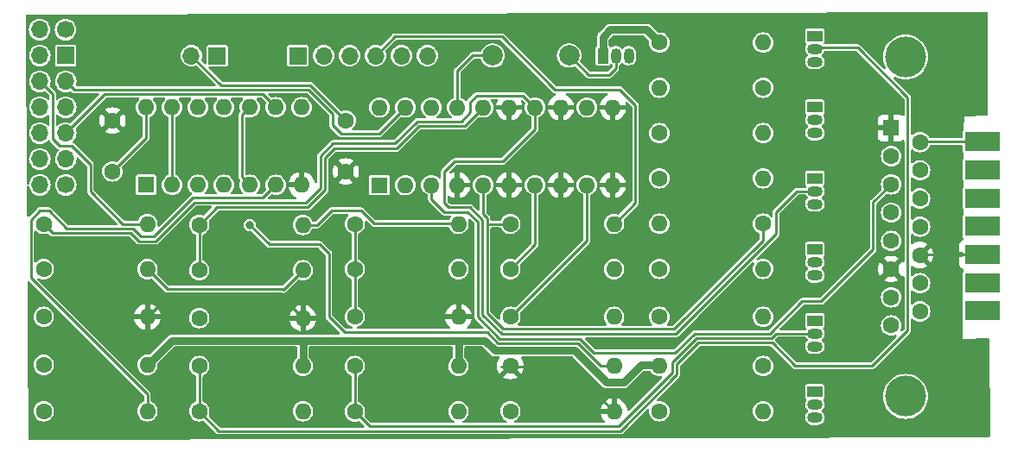
<source format=gbr>
%TF.GenerationSoftware,KiCad,Pcbnew,7.0.8*%
%TF.CreationDate,2026-01-30T12:59:00+01:00*%
%TF.ProjectId,colorswitch,636f6c6f-7273-4776-9974-63682e6b6963,rev?*%
%TF.SameCoordinates,Original*%
%TF.FileFunction,Copper,L2,Bot*%
%TF.FilePolarity,Positive*%
%FSLAX46Y46*%
G04 Gerber Fmt 4.6, Leading zero omitted, Abs format (unit mm)*
G04 Created by KiCad (PCBNEW 7.0.8) date 2026-01-30 12:59:00*
%MOMM*%
%LPD*%
G01*
G04 APERTURE LIST*
%TA.AperFunction,ComponentPad*%
%ADD10R,1.500000X1.050000*%
%TD*%
%TA.AperFunction,ComponentPad*%
%ADD11O,1.500000X1.050000*%
%TD*%
%TA.AperFunction,ComponentPad*%
%ADD12O,1.600000X1.600000*%
%TD*%
%TA.AperFunction,ComponentPad*%
%ADD13C,1.600000*%
%TD*%
%TA.AperFunction,ComponentPad*%
%ADD14R,1.700000X1.700000*%
%TD*%
%TA.AperFunction,ComponentPad*%
%ADD15O,1.700000X1.700000*%
%TD*%
%TA.AperFunction,ComponentPad*%
%ADD16C,1.700000*%
%TD*%
%TA.AperFunction,ComponentPad*%
%ADD17R,1.600000X1.600000*%
%TD*%
%TA.AperFunction,ComponentPad*%
%ADD18C,2.000000*%
%TD*%
%TA.AperFunction,ComponentPad*%
%ADD19R,1.050000X1.500000*%
%TD*%
%TA.AperFunction,ComponentPad*%
%ADD20O,1.050000X1.500000*%
%TD*%
%TA.AperFunction,ComponentPad*%
%ADD21C,4.000000*%
%TD*%
%TA.AperFunction,SMDPad,CuDef*%
%ADD22R,3.480000X1.846667*%
%TD*%
%TA.AperFunction,ViaPad*%
%ADD23C,1.000000*%
%TD*%
%TA.AperFunction,ViaPad*%
%ADD24C,0.800000*%
%TD*%
%TA.AperFunction,Conductor*%
%ADD25C,0.250000*%
%TD*%
%TA.AperFunction,Conductor*%
%ADD26C,0.750000*%
%TD*%
G04 APERTURE END LIST*
D10*
%TO.P,Q2,1,E*%
%TO.N,BLUE*%
X175248159Y-78085000D03*
D11*
%TO.P,Q2,2,B*%
%TO.N,CB*%
X175248159Y-79355000D03*
%TO.P,Q2,3,C*%
%TO.N,Net-(Q2-C)*%
X175248159Y-80625000D03*
%TD*%
D12*
%TO.P,R30,2*%
%TO.N,GND1*%
X155575000Y-114935000D03*
D13*
%TO.P,R30,1*%
%TO.N,Net-(Q8-B)*%
X145415000Y-114935000D03*
%TD*%
%TO.P,R23,1*%
%TO.N,CG*%
X130175000Y-105664000D03*
D12*
%TO.P,R23,2*%
%TO.N,GND1*%
X140335000Y-105664000D03*
%TD*%
D14*
%TO.P,J2,1,Pin_1*%
%TO.N,Net-(J2-Pin_1)*%
X124587000Y-80030000D03*
D15*
%TO.P,J2,2,Pin_2*%
%TO.N,unconnected-(J2-Pin_2-Pad2)*%
X127127000Y-80030000D03*
%TO.P,J2,3,Pin_3*%
%TO.N,Net-(J2-Pin_3)*%
X129667000Y-80030000D03*
%TO.P,J2,4,Pin_4*%
%TO.N,Net-(J2-Pin_4)*%
X132207000Y-80030000D03*
%TO.P,J2,5,Pin_5*%
%TO.N,Net-(J2-Pin_5)*%
X134747000Y-80030000D03*
%TO.P,J2,6,Pin_6*%
%TO.N,GND*%
X137287000Y-80030000D03*
%TD*%
D14*
%TO.P,J3,1,Pin_1*%
%TO.N,GND*%
X116705000Y-80030000D03*
D15*
%TO.P,J3,2,Pin_2*%
%TO.N,VCC*%
X114165000Y-80030000D03*
%TD*%
D13*
%TO.P,R5,1*%
%TO.N,VCC*%
X160020000Y-114935000D03*
D12*
%TO.P,R5,2*%
%TO.N,Net-(Q5-C)*%
X170180000Y-114935000D03*
%TD*%
D16*
%TO.P,J3,1,Pin_1*%
%TO.N,N/C*%
X101859000Y-92710000D03*
D15*
%TO.P,J3,2,Pin_2*%
X99319000Y-92710000D03*
%TD*%
D12*
%TO.P,R13,2*%
%TO.N,GND1*%
X125095000Y-105791000D03*
D13*
%TO.P,R13,1*%
%TO.N,CB*%
X114935000Y-105791000D03*
%TD*%
%TO.P,R15,1*%
%TO.N,CB*%
X114935000Y-114935000D03*
D12*
%TO.P,R15,2*%
%TO.N,XB*%
X125095000Y-114935000D03*
%TD*%
D14*
%TO.P,J1,1,Pin_1*%
%TO.N,GND*%
X101854000Y-80010000D03*
D15*
%TO.P,J1,2,Pin_2*%
%TO.N,INT*%
X99314000Y-80010000D03*
%TO.P,J1,3,Pin_3*%
%TO.N,ENABLE*%
X101854000Y-82550000D03*
%TO.P,J1,4,Pin_4*%
%TO.N,CS*%
X99314000Y-82550000D03*
%TO.P,J1,5,Pin_5*%
%TO.N,R*%
X101854000Y-85090000D03*
%TO.P,J1,6,Pin_6*%
%TO.N,unconnected-(J1-Pin_6-Pad6)*%
X99314000Y-85090000D03*
%TO.P,J1,7,Pin_7*%
%TO.N,G*%
X101854000Y-87630000D03*
%TO.P,J1,8,Pin_8*%
%TO.N,unconnected-(J1-Pin_8-Pad8)*%
X99314000Y-87630000D03*
%TO.P,J1,9,Pin_9*%
%TO.N,B*%
X101854000Y-90170000D03*
%TO.P,J1,10,Pin_10*%
%TO.N,VCC*%
X99314000Y-90170000D03*
%TD*%
D17*
%TO.P,U2,1*%
%TO.N,B*%
X109728000Y-92710000D03*
D12*
%TO.P,U2,2*%
%TO.N,Net-(Q8-C)*%
X112268000Y-92710000D03*
%TO.P,U2,3*%
%TO.N,XB*%
X114808000Y-92710000D03*
%TO.P,U2,4*%
%TO.N,R*%
X117348000Y-92710000D03*
%TO.P,U2,5*%
%TO.N,Net-(Q8-C)*%
X119888000Y-92710000D03*
%TO.P,U2,6*%
%TO.N,XR*%
X122428000Y-92710000D03*
%TO.P,U2,7,GND*%
%TO.N,GND1*%
X124968000Y-92710000D03*
%TO.P,U2,8*%
%TO.N,XG*%
X124968000Y-85090000D03*
%TO.P,U2,9*%
%TO.N,G*%
X122428000Y-85090000D03*
%TO.P,U2,10*%
%TO.N,Net-(Q8-C)*%
X119888000Y-85090000D03*
%TO.P,U2,11*%
%TO.N,XINT*%
X117348000Y-85090000D03*
%TO.P,U2,12*%
%TO.N,INT*%
X114808000Y-85090000D03*
%TO.P,U2,13*%
%TO.N,Net-(Q8-C)*%
X112268000Y-85090000D03*
%TO.P,U2,14,VCC*%
%TO.N,VCC*%
X109728000Y-85090000D03*
%TD*%
D18*
%TO.P,C3,1*%
%TO.N,CS*%
X143683159Y-80010000D03*
%TO.P,C3,2*%
%TO.N,Net-(Q8-B)*%
X151183159Y-80010000D03*
%TD*%
D13*
%TO.P,R11,1*%
%TO.N,CB*%
X114935000Y-96647000D03*
D12*
%TO.P,R11,2*%
%TO.N,CS*%
X125095000Y-96647000D03*
%TD*%
D13*
%TO.P,R17,1*%
%TO.N,CR*%
X99695000Y-100985000D03*
D12*
%TO.P,R17,2*%
%TO.N,XINT*%
X109855000Y-100985000D03*
%TD*%
D19*
%TO.P,Q8,1,E*%
%TO.N,VCC*%
X154478159Y-80030000D03*
D20*
%TO.P,Q8,2,B*%
%TO.N,Net-(Q8-B)*%
X155748159Y-80030000D03*
%TO.P,Q8,3,C*%
%TO.N,Net-(Q8-C)*%
X157018159Y-80030000D03*
%TD*%
D13*
%TO.P,R26,1*%
%TO.N,Net-(Q3-B)*%
X145415000Y-96540000D03*
D12*
%TO.P,R26,2*%
%TO.N,Net-(J2-Pin_4)*%
X155575000Y-96540000D03*
%TD*%
%TO.P,R27,2*%
%TO.N,Net-(J2-Pin_3)*%
X155575000Y-100985000D03*
D13*
%TO.P,R27,1*%
%TO.N,Net-(Q5-B)*%
X145415000Y-100985000D03*
%TD*%
D10*
%TO.P,Q3,1,E*%
%TO.N,RED*%
X175248159Y-99040000D03*
D11*
%TO.P,Q3,2,B*%
%TO.N,Net-(Q3-B)*%
X175248159Y-100310000D03*
%TO.P,Q3,3,C*%
%TO.N,Net-(Q3-C)*%
X175248159Y-101580000D03*
%TD*%
D13*
%TO.P,R19,1*%
%TO.N,CR*%
X99695000Y-110383000D03*
D12*
%TO.P,R19,2*%
%TO.N,VCC*%
X109855000Y-110383000D03*
%TD*%
D13*
%TO.P,R29,1*%
%TO.N,GND1*%
X145415000Y-110490000D03*
D12*
%TO.P,R29,2*%
%TO.N,Net-(Q8-C)*%
X155575000Y-110490000D03*
%TD*%
D13*
%TO.P,R4,1*%
%TO.N,VCC*%
X160020000Y-92075000D03*
D12*
%TO.P,R4,2*%
%TO.N,Net-(Q4-C)*%
X170180000Y-92075000D03*
%TD*%
D13*
%TO.P,R14,1*%
%TO.N,CB*%
X114935000Y-110490000D03*
D12*
%TO.P,R14,2*%
%TO.N,VCC*%
X125095000Y-110490000D03*
%TD*%
D13*
%TO.P,R18,1*%
%TO.N,CR*%
X99695000Y-105664000D03*
D12*
%TO.P,R18,2*%
%TO.N,GND1*%
X109855000Y-105664000D03*
%TD*%
D10*
%TO.P,Q6,1,E*%
%TO.N,GREEN*%
X175248159Y-106025000D03*
D11*
%TO.P,Q6,2,B*%
%TO.N,CG*%
X175248159Y-107295000D03*
%TO.P,Q6,3,C*%
%TO.N,Net-(Q6-C)*%
X175248159Y-108565000D03*
%TD*%
D13*
%TO.P,R16,1*%
%TO.N,CR*%
X99695000Y-96540000D03*
D12*
%TO.P,R16,2*%
%TO.N,CS*%
X109855000Y-96540000D03*
%TD*%
D13*
%TO.P,R8,1*%
%TO.N,Net-(Q1-B)*%
X170180000Y-83185000D03*
D12*
%TO.P,R8,2*%
%TO.N,VCC*%
X160020000Y-83185000D03*
%TD*%
D13*
%TO.P,R10,1*%
%TO.N,Net-(Q5-B)*%
X170180000Y-110490000D03*
D12*
%TO.P,R10,2*%
%TO.N,VCC*%
X160020000Y-110490000D03*
%TD*%
D13*
%TO.P,R3,1*%
%TO.N,VCC*%
X160020000Y-100965000D03*
D12*
%TO.P,R3,2*%
%TO.N,Net-(Q3-C)*%
X170180000Y-100965000D03*
%TD*%
D13*
%TO.P,R25,1*%
%TO.N,CG*%
X130175000Y-114955000D03*
D12*
%TO.P,R25,2*%
%TO.N,XG*%
X140335000Y-114955000D03*
%TD*%
D13*
%TO.P,R6,1*%
%TO.N,VCC*%
X160020000Y-105664000D03*
D12*
%TO.P,R6,2*%
%TO.N,Net-(Q6-C)*%
X170180000Y-105664000D03*
%TD*%
D13*
%TO.P,C1,2*%
%TO.N,GND1*%
X129286000Y-91400000D03*
%TO.P,C1,1*%
%TO.N,VCC*%
X129286000Y-86400000D03*
%TD*%
D10*
%TO.P,Q5,1,E*%
%TO.N,GREEN*%
X175248159Y-113010000D03*
D11*
%TO.P,Q5,2,B*%
%TO.N,Net-(Q5-B)*%
X175248159Y-114280000D03*
%TO.P,Q5,3,C*%
%TO.N,Net-(Q5-C)*%
X175248159Y-115550000D03*
%TD*%
D10*
%TO.P,Q1,1,E*%
%TO.N,BLUE*%
X175248159Y-85070000D03*
D11*
%TO.P,Q1,2,B*%
%TO.N,Net-(Q1-B)*%
X175248159Y-86340000D03*
%TO.P,Q1,3,C*%
%TO.N,Net-(Q1-C)*%
X175248159Y-87610000D03*
%TD*%
D13*
%TO.P,R2,1*%
%TO.N,VCC*%
X160020000Y-78740000D03*
D12*
%TO.P,R2,2*%
%TO.N,Net-(Q2-C)*%
X170180000Y-78740000D03*
%TD*%
D13*
%TO.P,R9,1*%
%TO.N,Net-(Q3-B)*%
X170180000Y-96520000D03*
D12*
%TO.P,R9,2*%
%TO.N,VCC*%
X160020000Y-96520000D03*
%TD*%
D10*
%TO.P,Q4,1,E*%
%TO.N,RED*%
X175248159Y-92055000D03*
D11*
%TO.P,Q4,2,B*%
%TO.N,CR*%
X175248159Y-93325000D03*
%TO.P,Q4,3,C*%
%TO.N,Net-(Q4-C)*%
X175248159Y-94595000D03*
%TD*%
D13*
%TO.P,R22,1*%
%TO.N,CG*%
X130175000Y-100985000D03*
D12*
%TO.P,R22,2*%
%TO.N,XINT*%
X140335000Y-100985000D03*
%TD*%
D13*
%TO.P,R28,1*%
%TO.N,Net-(Q1-B)*%
X145415000Y-105664000D03*
D12*
%TO.P,R28,2*%
%TO.N,Net-(J2-Pin_5)*%
X155575000Y-105664000D03*
%TD*%
D13*
%TO.P,R20,1*%
%TO.N,CR*%
X99695000Y-114935000D03*
D12*
%TO.P,R20,2*%
%TO.N,XR*%
X109855000Y-114935000D03*
%TD*%
D13*
%TO.P,C2,1*%
%TO.N,VCC*%
X106426000Y-91400000D03*
%TO.P,C2,2*%
%TO.N,GND1*%
X106426000Y-86400000D03*
%TD*%
%TO.P,R21,1*%
%TO.N,CG*%
X130175000Y-96540000D03*
D12*
%TO.P,R21,2*%
%TO.N,CS*%
X140335000Y-96540000D03*
%TD*%
D16*
%TO.P,J3,1,Pin_1*%
%TO.N,N/C*%
X101835000Y-77470000D03*
D15*
%TO.P,J3,2,Pin_2*%
X99295000Y-77470000D03*
%TD*%
D21*
%TO.P,J4,0*%
%TO.N,N/C*%
X184138159Y-113470000D03*
X184138159Y-80170000D03*
D17*
%TO.P,J4,1,1*%
%TO.N,GND1*%
X182718159Y-87125000D03*
D13*
%TO.P,J4,2,2*%
%TO.N,RED*%
X182718159Y-89895000D03*
%TO.P,J4,3,3*%
%TO.N,CSYNC*%
X182718159Y-92665000D03*
%TO.P,J4,4,4*%
%TO.N,unconnected-(J4-Pad4)*%
X182718159Y-95435000D03*
%TO.P,J4,5,5*%
%TO.N,GREEN*%
X182718159Y-98205000D03*
%TO.P,J4,6,6*%
%TO.N,GND1*%
X182718159Y-100975000D03*
%TO.P,J4,7,7*%
%TO.N,unconnected-(J4-Pad7)*%
X182718159Y-103745000D03*
%TO.P,J4,8,8*%
%TO.N,unconnected-(J4-Pad8)*%
X182718159Y-106515000D03*
%TO.P,J4,9,P9*%
%TO.N,BLUE*%
X185558159Y-88510000D03*
%TO.P,J4,10,P10*%
%TO.N,unconnected-(J4-P10-Pad10)*%
X185558159Y-91280000D03*
%TO.P,J4,11,P111*%
%TO.N,unconnected-(J4-P111-Pad11)*%
X185558159Y-94050000D03*
%TO.P,J4,12,P12*%
%TO.N,unconnected-(J4-P12-Pad12)*%
X185558159Y-96820000D03*
%TO.P,J4,13,P13*%
%TO.N,GND1*%
X185558159Y-99590000D03*
%TO.P,J4,14,P14*%
%TO.N,unconnected-(J4-P14-Pad14)*%
X185558159Y-102360000D03*
%TO.P,J4,15,P15*%
%TO.N,unconnected-(J4-P15-Pad15)*%
X185558159Y-105130000D03*
%TD*%
D17*
%TO.P,U1,1*%
%TO.N,ENABLE*%
X132593000Y-92730000D03*
D12*
%TO.P,U1,2*%
%TO.N,Net-(J2-Pin_1)*%
X135133000Y-92730000D03*
%TO.P,U1,3*%
%TO.N,CSYNC*%
X137673000Y-92730000D03*
%TO.P,U1,4*%
%TO.N,GND1*%
X140213000Y-92730000D03*
%TO.P,U1,5*%
%TO.N,Net-(Q3-B)*%
X142753000Y-92730000D03*
%TO.P,U1,6*%
%TO.N,GND1*%
X145293000Y-92730000D03*
%TO.P,U1,7*%
%TO.N,Net-(Q5-B)*%
X147833000Y-92730000D03*
%TO.P,U1,8*%
%TO.N,GND1*%
X150373000Y-92730000D03*
%TO.P,U1,9*%
%TO.N,Net-(Q1-B)*%
X152913000Y-92730000D03*
%TO.P,U1,10,GND*%
%TO.N,GND1*%
X155453000Y-92730000D03*
%TO.P,U1,11*%
X155453000Y-85110000D03*
%TO.P,U1,12*%
%TO.N,CG*%
X152913000Y-85110000D03*
%TO.P,U1,13*%
%TO.N,GND1*%
X150373000Y-85110000D03*
%TO.P,U1,14*%
%TO.N,CR*%
X147833000Y-85110000D03*
%TO.P,U1,15*%
%TO.N,GND1*%
X145293000Y-85110000D03*
%TO.P,U1,16*%
%TO.N,CB*%
X142753000Y-85110000D03*
%TO.P,U1,17*%
%TO.N,CS*%
X140213000Y-85110000D03*
%TO.P,U1,18*%
%TO.N,CSYNC*%
X137673000Y-85110000D03*
%TO.P,U1,19*%
%TO.N,ENABLE*%
X135133000Y-85110000D03*
%TO.P,U1,20,VCC*%
%TO.N,VCC*%
X132593000Y-85110000D03*
%TD*%
D13*
%TO.P,R1,1*%
%TO.N,VCC*%
X160020000Y-87630000D03*
D12*
%TO.P,R1,2*%
%TO.N,Net-(Q1-C)*%
X170180000Y-87630000D03*
%TD*%
D13*
%TO.P,R24,1*%
%TO.N,CG*%
X130175000Y-110490000D03*
D12*
%TO.P,R24,2*%
%TO.N,VCC*%
X140335000Y-110490000D03*
%TD*%
D22*
%TO.P,J5,9,9*%
%TO.N,unconnected-(J5-Pad9)*%
X191665500Y-105084000D03*
%TO.P,J5,10,10*%
%TO.N,unconnected-(J5-Pad10)*%
X191665500Y-102314000D03*
%TO.P,J5,11,11*%
%TO.N,GND1*%
X191665500Y-99544000D03*
%TO.P,J5,12,12*%
%TO.N,unconnected-(J5-Pad12)*%
X191665500Y-96774000D03*
%TO.P,J5,13,13*%
%TO.N,unconnected-(J5-Pad13)*%
X191665500Y-94004000D03*
%TO.P,J5,14,14*%
%TO.N,unconnected-(J5-Pad14)*%
X191665500Y-91234000D03*
%TO.P,J5,15,15*%
%TO.N,BLUE*%
X191665500Y-88464000D03*
%TD*%
D13*
%TO.P,R12,1*%
%TO.N,CB*%
X114935000Y-101092000D03*
D12*
%TO.P,R12,2*%
%TO.N,XINT*%
X125095000Y-101092000D03*
%TD*%
D23*
%TO.N,GND1*%
X110363000Y-80665000D03*
D24*
%TO.N,Net-(Q8-C)*%
X119888000Y-96647000D03*
%TD*%
D25*
%TO.N,Net-(Q8-C)*%
X119888000Y-96647000D02*
X121793000Y-98552000D01*
X121793000Y-98552000D02*
X126746000Y-98552000D01*
X126746000Y-98552000D02*
X127635000Y-99441000D01*
X127635000Y-99441000D02*
X127635000Y-105664000D01*
X129159000Y-107188000D02*
X143124812Y-107188000D01*
X127635000Y-105664000D02*
X129159000Y-107188000D01*
X143124812Y-107188000D02*
X144202812Y-108266000D01*
X144202812Y-108266000D02*
X152024371Y-108266000D01*
X152024371Y-108266000D02*
X154248371Y-110490000D01*
X154248371Y-110490000D02*
X155575000Y-110490000D01*
%TO.N,GND1*%
X109855000Y-105664000D02*
X112141000Y-103378000D01*
X112141000Y-103378000D02*
X122682000Y-103378000D01*
X122682000Y-103378000D02*
X125095000Y-105791000D01*
%TO.N,CG*%
X130175000Y-100985000D02*
X130175000Y-105430000D01*
%TO.N,Net-(Q3-B)*%
X143129000Y-96520000D02*
X143129000Y-105283000D01*
X161486000Y-106865000D02*
X170180000Y-98171000D01*
X143129000Y-105283000D02*
X144711000Y-106865000D01*
X144711000Y-106865000D02*
X161486000Y-106865000D01*
X170180000Y-98171000D02*
X170180000Y-96520000D01*
%TO.N,CR*%
X147833000Y-87244000D02*
X144653000Y-90424000D01*
X171450000Y-97537396D02*
X171450000Y-95377000D01*
X138938000Y-94488000D02*
X139377000Y-94927000D01*
X139954000Y-90424000D02*
X138938000Y-91440000D01*
X138938000Y-91440000D02*
X138938000Y-94488000D01*
X142679000Y-96160396D02*
X142679000Y-105469396D01*
X139377000Y-94927000D02*
X141445604Y-94927000D01*
X147833000Y-85110000D02*
X147833000Y-87244000D01*
X173502000Y-93325000D02*
X175248159Y-93325000D01*
X141445604Y-94927000D02*
X142679000Y-96160396D01*
X144653000Y-90424000D02*
X139954000Y-90424000D01*
X142679000Y-105469396D02*
X144575604Y-107366000D01*
X144575604Y-107366000D02*
X161621396Y-107366000D01*
X161621396Y-107366000D02*
X171450000Y-97537396D01*
X171450000Y-95377000D02*
X173502000Y-93325000D01*
%TO.N,CSYNC*%
X180963159Y-94420000D02*
X180963159Y-99040000D01*
X180963159Y-99040000D02*
X175863159Y-104140000D01*
X175863159Y-104140000D02*
X173988604Y-104140000D01*
X170813604Y-107315000D02*
X163447604Y-107315000D01*
X142229000Y-105655792D02*
X142229000Y-96346792D01*
X163447604Y-107315000D02*
X161542604Y-109220000D01*
X161542604Y-109220000D02*
X153614767Y-109220000D01*
X173988604Y-104140000D02*
X170813604Y-107315000D01*
X153614767Y-109220000D02*
X152210767Y-107816000D01*
X152210767Y-107816000D02*
X144389208Y-107816000D01*
X182718159Y-92665000D02*
X180963159Y-94420000D01*
X144389208Y-107816000D02*
X142229000Y-105655792D01*
X142229000Y-96346792D02*
X141259208Y-95377000D01*
X138938000Y-95377000D02*
X137673000Y-94112000D01*
X141259208Y-95377000D02*
X138938000Y-95377000D01*
X137673000Y-94112000D02*
X137673000Y-92730000D01*
D26*
%TO.N,VCC*%
X138441841Y-107970000D02*
X142916862Y-107970000D01*
X143912862Y-108966000D02*
X151734421Y-108966000D01*
X156525000Y-112080000D02*
X158222000Y-110383000D01*
X151734421Y-108966000D02*
X154848421Y-112080000D01*
X154848421Y-112080000D02*
X156525000Y-112080000D01*
X142916862Y-107970000D02*
X143912862Y-108966000D01*
X158222000Y-110383000D02*
X160000000Y-110383000D01*
X160000000Y-110383000D02*
X160020000Y-110363000D01*
D25*
%TO.N,Net-(Q1-B)*%
X152913000Y-92730000D02*
X152913000Y-98186000D01*
X145435000Y-105664000D02*
X145415000Y-105664000D01*
X152913000Y-98186000D02*
X145435000Y-105664000D01*
D26*
%TO.N,VCC*%
X125329000Y-107970000D02*
X138441841Y-107970000D01*
X140335000Y-107970000D02*
X138441841Y-107970000D01*
X140335000Y-110383000D02*
X140335000Y-107970000D01*
X112268000Y-107970000D02*
X125329000Y-107970000D01*
X109855000Y-110383000D02*
X112268000Y-107970000D01*
X125095000Y-108204000D02*
X125329000Y-107970000D01*
X125095000Y-110490000D02*
X125095000Y-108204000D01*
D25*
%TO.N,XR*%
X110490000Y-97790000D02*
X109221396Y-97790000D01*
X100203000Y-95250000D02*
X99294061Y-95250000D01*
X114300000Y-93980000D02*
X110490000Y-97790000D01*
X121158000Y-93980000D02*
X114300000Y-93980000D01*
X122428000Y-92710000D02*
X121158000Y-93980000D01*
X101943000Y-96990000D02*
X100203000Y-95250000D01*
X99294061Y-95250000D02*
X98425000Y-96119061D01*
X109221396Y-97790000D02*
X108421396Y-96990000D01*
X98425000Y-96119061D02*
X98425000Y-101854000D01*
X108421396Y-96990000D02*
X101943000Y-96990000D01*
X98425000Y-101854000D02*
X109855000Y-113284000D01*
X109855000Y-113284000D02*
X109855000Y-114935000D01*
%TO.N,CR*%
X110676396Y-98240000D02*
X114486396Y-94430000D01*
X100595000Y-97440000D02*
X108235000Y-97440000D01*
X136269604Y-86487000D02*
X140589000Y-86487000D01*
X134110604Y-88646000D02*
X136269604Y-86487000D01*
X109035000Y-98240000D02*
X110676396Y-98240000D01*
X114486396Y-94430000D02*
X125405604Y-94430000D01*
X99695000Y-96540000D02*
X100595000Y-97440000D01*
X125405604Y-94430000D02*
X126804000Y-93031604D01*
X126804000Y-93031604D02*
X126804000Y-89856604D01*
X128014604Y-88646000D02*
X134110604Y-88646000D01*
X126804000Y-89856604D02*
X128014604Y-88646000D01*
X108235000Y-97440000D02*
X109035000Y-98240000D01*
X140589000Y-86487000D02*
X141478000Y-85598000D01*
X141478000Y-84582000D02*
X142113000Y-83947000D01*
X141478000Y-85598000D02*
X141478000Y-84582000D01*
X142113000Y-83947000D02*
X146670000Y-83947000D01*
X146670000Y-83947000D02*
X147833000Y-85110000D01*
%TO.N,CB*%
X114935000Y-96647000D02*
X116702000Y-94880000D01*
X116702000Y-94880000D02*
X125592000Y-94880000D01*
X125592000Y-94880000D02*
X127254000Y-93218000D01*
X127254000Y-93218000D02*
X127254000Y-90043000D01*
X127254000Y-90043000D02*
X128143000Y-89154000D01*
X128143000Y-89154000D02*
X134239000Y-89154000D01*
X134239000Y-89154000D02*
X136456000Y-86937000D01*
X136456000Y-86937000D02*
X140926000Y-86937000D01*
X140926000Y-86937000D02*
X142753000Y-85110000D01*
%TO.N,CS*%
X99314000Y-82550000D02*
X100584000Y-83820000D01*
X100584000Y-83820000D02*
X100584000Y-88235513D01*
X102443366Y-88900000D02*
X104267000Y-90723634D01*
X104267000Y-93345000D02*
X107462000Y-96540000D01*
X100584000Y-88235513D02*
X101248487Y-88900000D01*
X101248487Y-88900000D02*
X102443366Y-88900000D01*
X104267000Y-90723634D02*
X104267000Y-93345000D01*
X107462000Y-96540000D02*
X109855000Y-96540000D01*
%TO.N,ENABLE*%
X101854000Y-82550000D02*
X102674000Y-83370000D01*
X128836000Y-87688000D02*
X132555000Y-87688000D01*
X102674000Y-83370000D02*
X125619604Y-83370000D01*
X128016000Y-85766396D02*
X128016000Y-86868000D01*
X125619604Y-83370000D02*
X128016000Y-85766396D01*
X128016000Y-86868000D02*
X128836000Y-87688000D01*
X132555000Y-87688000D02*
X135133000Y-85110000D01*
%TO.N,VCC*%
X129286000Y-86400000D02*
X125806000Y-82920000D01*
X117055000Y-82920000D02*
X114165000Y-80030000D01*
X125806000Y-82920000D02*
X117055000Y-82920000D01*
%TO.N,G*%
X101854000Y-87630000D02*
X105664000Y-83820000D01*
X105664000Y-83820000D02*
X121158000Y-83820000D01*
X121158000Y-83820000D02*
X122428000Y-85090000D01*
%TO.N,CS*%
X125095000Y-96647000D02*
X126492000Y-96647000D01*
X126492000Y-96647000D02*
X127889000Y-95250000D01*
X127889000Y-95250000D02*
X130810000Y-95250000D01*
X130810000Y-95250000D02*
X132080000Y-96520000D01*
X132080000Y-96520000D02*
X140315000Y-96520000D01*
X140315000Y-96520000D02*
X140335000Y-96540000D01*
%TO.N,VCC*%
X160020000Y-92075000D02*
X160020000Y-91440000D01*
X109728000Y-85090000D02*
X109728000Y-88098000D01*
D26*
X154478159Y-80030000D02*
X154478159Y-78202133D01*
X154478159Y-78202133D02*
X155210292Y-77470000D01*
D25*
X109728000Y-88098000D02*
X106426000Y-91400000D01*
D26*
X155210292Y-77470000D02*
X158750000Y-77470000D01*
X158750000Y-77470000D02*
X160020000Y-78740000D01*
D25*
%TO.N,GND1*%
X191665500Y-99544000D02*
X185604159Y-99544000D01*
X185604159Y-99544000D02*
X185558159Y-99590000D01*
X151150000Y-110510000D02*
X155575000Y-114935000D01*
X144537841Y-110510000D02*
X151150000Y-110510000D01*
X185558159Y-99590000D02*
X185525000Y-99590000D01*
%TO.N,CS*%
X143683159Y-80010000D02*
X141715957Y-80010000D01*
X141715957Y-80010000D02*
X140213000Y-81512957D01*
X140213000Y-81512957D02*
X140213000Y-85110000D01*
%TO.N,Net-(Q8-B)*%
X155113159Y-81915000D02*
X155748159Y-81280000D01*
X153088159Y-81915000D02*
X155113159Y-81915000D01*
X151183159Y-80010000D02*
X153088159Y-81915000D01*
X155748159Y-81280000D02*
X155748159Y-80030000D01*
%TO.N,BLUE*%
X191665500Y-88464000D02*
X185604159Y-88464000D01*
X185604159Y-88464000D02*
X185558159Y-88510000D01*
%TO.N,CB*%
X184346000Y-106992000D02*
X180868000Y-110470000D01*
X161701637Y-111348363D02*
X156190000Y-116860000D01*
X175248159Y-79355000D02*
X175661000Y-79355000D01*
X175768000Y-79248000D02*
X179451001Y-79248000D01*
X114935000Y-96647000D02*
X114935000Y-101092000D01*
X175661000Y-79355000D02*
X175768000Y-79248000D01*
X180868000Y-110470000D02*
X173335000Y-110470000D01*
X114935000Y-114935000D02*
X114935000Y-110490000D01*
X179451001Y-79248000D02*
X184346000Y-84142999D01*
X163820396Y-108215000D02*
X161701637Y-110333759D01*
X171080000Y-108215000D02*
X163820396Y-108215000D01*
X184346000Y-84142999D02*
X184346000Y-106992000D01*
X156190000Y-116860000D02*
X116860000Y-116860000D01*
X161701637Y-110333759D02*
X161701637Y-111348363D01*
X116860000Y-116860000D02*
X114935000Y-114935000D01*
X173335000Y-110470000D02*
X171080000Y-108215000D01*
%TO.N,Net-(Q3-B)*%
X175712779Y-100310000D02*
X175248159Y-100310000D01*
X145415000Y-95885000D02*
X145415000Y-96540000D01*
X142748000Y-95593000D02*
X143129000Y-95974000D01*
X145415000Y-96540000D02*
X143149000Y-96540000D01*
X142753000Y-92730000D02*
X142748000Y-92735000D01*
X143149000Y-96540000D02*
X143129000Y-96520000D01*
X143129000Y-95974000D02*
X143129000Y-96520000D01*
X142748000Y-92735000D02*
X142748000Y-95593000D01*
%TO.N,Net-(Q5-B)*%
X147833000Y-98567000D02*
X145415000Y-100985000D01*
X147833000Y-92730000D02*
X147833000Y-98567000D01*
%TO.N,CG*%
X171470000Y-107295000D02*
X175248159Y-107295000D01*
X156003604Y-116410000D02*
X161251637Y-111161967D01*
X130175000Y-114955000D02*
X131630000Y-116410000D01*
X161251637Y-110147363D02*
X163634000Y-107765000D01*
X171000000Y-107765000D02*
X171470000Y-107295000D01*
X131630000Y-116410000D02*
X156003604Y-116410000D01*
X130175000Y-110383000D02*
X130175000Y-114955000D01*
X130175000Y-96540000D02*
X130175000Y-100985000D01*
X161251637Y-111161967D02*
X161251637Y-110147363D01*
X163634000Y-107765000D02*
X171000000Y-107765000D01*
%TO.N,Net-(Q8-C)*%
X119565000Y-85110000D02*
X119565000Y-84894000D01*
X112268000Y-85090000D02*
X112268000Y-92710000D01*
X119126000Y-85852000D02*
X119126000Y-91948000D01*
X119888000Y-85090000D02*
X119126000Y-85852000D01*
X119126000Y-91948000D02*
X119888000Y-92710000D01*
%TO.N,XINT*%
X111798000Y-102928000D02*
X123122396Y-102928000D01*
X123190698Y-102996302D02*
X125095000Y-101092000D01*
X123122396Y-102928000D02*
X123190698Y-102996302D01*
X109855000Y-100985000D02*
X111798000Y-102928000D01*
%TO.N,Net-(J2-Pin_4)*%
X157676000Y-94439000D02*
X157676000Y-84903604D01*
X144585396Y-78163000D02*
X134074000Y-78163000D01*
X149792396Y-83370000D02*
X144585396Y-78163000D01*
X156142396Y-83370000D02*
X149792396Y-83370000D01*
X155575000Y-96540000D02*
X157676000Y-94439000D01*
X134074000Y-78163000D02*
X132207000Y-80030000D01*
X157676000Y-84903604D02*
X156142396Y-83370000D01*
%TO.N,Net-(J2-Pin_1)*%
X134805000Y-93365000D02*
X134805000Y-92730000D01*
%TO.N,INT*%
X114485000Y-85110000D02*
X114427000Y-85168000D01*
%TD*%
%TA.AperFunction,Conductor*%
%TO.N,GND1*%
G36*
X144121951Y-84292185D02*
G01*
X144167706Y-84344989D01*
X144177650Y-84414147D01*
X144164449Y-84452282D01*
X144165154Y-84452611D01*
X144066734Y-84663673D01*
X144066730Y-84663682D01*
X144014127Y-84859999D01*
X144014128Y-84860000D01*
X144977314Y-84860000D01*
X144965359Y-84871955D01*
X144907835Y-84984852D01*
X144888014Y-85110000D01*
X144907835Y-85235148D01*
X144965359Y-85348045D01*
X144977314Y-85360000D01*
X144014128Y-85360000D01*
X144066730Y-85556317D01*
X144066734Y-85556326D01*
X144162865Y-85762482D01*
X144293342Y-85948820D01*
X144454179Y-86109657D01*
X144640517Y-86240134D01*
X144846673Y-86336265D01*
X144846682Y-86336269D01*
X145042999Y-86388872D01*
X145043000Y-86388871D01*
X145043000Y-85425686D01*
X145054955Y-85437641D01*
X145167852Y-85495165D01*
X145261519Y-85510000D01*
X145324481Y-85510000D01*
X145418148Y-85495165D01*
X145531045Y-85437641D01*
X145543000Y-85425686D01*
X145543000Y-86388872D01*
X145739317Y-86336269D01*
X145739326Y-86336265D01*
X145945482Y-86240134D01*
X146131820Y-86109657D01*
X146292657Y-85948820D01*
X146423134Y-85762482D01*
X146519265Y-85556326D01*
X146519269Y-85556317D01*
X146571872Y-85360000D01*
X145608686Y-85360000D01*
X145620641Y-85348045D01*
X145678165Y-85235148D01*
X145697986Y-85110000D01*
X145678165Y-84984852D01*
X145620641Y-84871955D01*
X145608686Y-84860000D01*
X146571872Y-84860000D01*
X146571872Y-84859999D01*
X146519269Y-84663682D01*
X146519265Y-84663673D01*
X146460784Y-84538259D01*
X146450292Y-84469182D01*
X146478812Y-84405398D01*
X146537288Y-84367158D01*
X146607156Y-84366603D01*
X146660847Y-84398173D01*
X146871126Y-84608452D01*
X146904611Y-84669775D01*
X146902106Y-84732128D01*
X146846975Y-84913869D01*
X146827659Y-85110000D01*
X146846975Y-85306129D01*
X146846976Y-85306132D01*
X146897045Y-85471188D01*
X146904188Y-85494733D01*
X146997086Y-85668532D01*
X146997090Y-85668539D01*
X147122116Y-85820883D01*
X147274460Y-85945909D01*
X147274467Y-85945913D01*
X147441953Y-86035436D01*
X147491797Y-86084398D01*
X147507500Y-86144794D01*
X147507500Y-87057812D01*
X147487815Y-87124851D01*
X147471181Y-87145493D01*
X144554493Y-90062181D01*
X144493170Y-90095666D01*
X144466812Y-90098500D01*
X139970922Y-90098500D01*
X139965518Y-90098264D01*
X139960107Y-90097790D01*
X139925192Y-90094735D01*
X139925191Y-90094735D01*
X139886091Y-90105212D01*
X139880811Y-90106383D01*
X139840959Y-90113410D01*
X139835961Y-90115229D01*
X139819117Y-90122206D01*
X139814313Y-90124446D01*
X139781166Y-90147656D01*
X139776606Y-90150562D01*
X139741548Y-90170804D01*
X139741540Y-90170810D01*
X139715523Y-90201815D01*
X139711869Y-90205804D01*
X138719803Y-91197870D01*
X138715814Y-91201525D01*
X138684805Y-91227545D01*
X138664562Y-91262606D01*
X138661656Y-91267166D01*
X138638446Y-91300313D01*
X138636206Y-91305117D01*
X138629229Y-91321961D01*
X138627410Y-91326959D01*
X138620383Y-91366811D01*
X138619212Y-91372091D01*
X138608735Y-91411191D01*
X138612264Y-91451513D01*
X138612500Y-91456920D01*
X138612500Y-91951130D01*
X138592815Y-92018169D01*
X138540011Y-92063924D01*
X138470853Y-92073868D01*
X138407297Y-92044843D01*
X138392647Y-92029796D01*
X138385584Y-92021190D01*
X138383883Y-92019117D01*
X138383881Y-92019115D01*
X138383880Y-92019114D01*
X138231539Y-91894090D01*
X138231532Y-91894086D01*
X138057733Y-91801188D01*
X138057727Y-91801186D01*
X137869132Y-91743976D01*
X137869129Y-91743975D01*
X137673000Y-91724659D01*
X137476870Y-91743975D01*
X137288266Y-91801188D01*
X137114467Y-91894086D01*
X137114460Y-91894090D01*
X136962116Y-92019116D01*
X136837090Y-92171460D01*
X136837086Y-92171467D01*
X136744188Y-92345266D01*
X136686975Y-92533870D01*
X136667659Y-92730000D01*
X136686975Y-92926129D01*
X136686976Y-92926132D01*
X136728790Y-93063975D01*
X136744188Y-93114733D01*
X136837086Y-93288532D01*
X136837090Y-93288539D01*
X136962116Y-93440883D01*
X137114460Y-93565909D01*
X137114467Y-93565913D01*
X137281953Y-93655436D01*
X137331797Y-93704398D01*
X137347500Y-93764794D01*
X137347500Y-94095078D01*
X137347264Y-94100485D01*
X137343735Y-94140808D01*
X137354212Y-94179910D01*
X137355383Y-94185190D01*
X137362411Y-94225043D01*
X137364235Y-94230055D01*
X137371197Y-94246861D01*
X137373445Y-94251681D01*
X137373446Y-94251684D01*
X137387452Y-94271687D01*
X137396655Y-94284831D01*
X137399561Y-94289392D01*
X137419806Y-94324455D01*
X137450815Y-94350475D01*
X137454805Y-94354131D01*
X138695868Y-95595195D01*
X138699523Y-95599184D01*
X138725541Y-95630190D01*
X138725543Y-95630191D01*
X138725545Y-95630194D01*
X138760605Y-95650435D01*
X138765159Y-95653337D01*
X138798316Y-95676554D01*
X138798319Y-95676554D01*
X138803176Y-95678820D01*
X138819933Y-95685760D01*
X138824953Y-95687587D01*
X138824955Y-95687588D01*
X138864830Y-95694618D01*
X138870087Y-95695784D01*
X138909193Y-95706263D01*
X138949510Y-95702735D01*
X138954912Y-95702500D01*
X139465852Y-95702500D01*
X139532891Y-95722185D01*
X139578646Y-95774989D01*
X139588590Y-95844147D01*
X139561705Y-95905165D01*
X139499090Y-95981460D01*
X139499086Y-95981467D01*
X139420254Y-96128953D01*
X139371292Y-96178797D01*
X139310896Y-96194500D01*
X132266189Y-96194500D01*
X132199150Y-96174815D01*
X132178508Y-96158181D01*
X131899174Y-95878847D01*
X131052119Y-95031793D01*
X131048474Y-95027814D01*
X131022456Y-94996807D01*
X131022455Y-94996806D01*
X131011058Y-94990226D01*
X130987392Y-94976561D01*
X130982831Y-94973655D01*
X130969687Y-94964452D01*
X130949684Y-94950446D01*
X130949681Y-94950445D01*
X130944861Y-94948197D01*
X130928055Y-94941235D01*
X130923043Y-94939411D01*
X130883190Y-94932383D01*
X130877910Y-94931212D01*
X130838808Y-94920735D01*
X130803892Y-94923790D01*
X130798481Y-94924264D01*
X130793078Y-94924500D01*
X127905911Y-94924500D01*
X127900507Y-94924264D01*
X127895176Y-94923797D01*
X127860192Y-94920736D01*
X127821099Y-94931211D01*
X127815819Y-94932382D01*
X127775954Y-94939412D01*
X127770962Y-94941229D01*
X127754117Y-94948206D01*
X127749313Y-94950446D01*
X127716163Y-94973658D01*
X127711602Y-94976564D01*
X127676548Y-94996804D01*
X127676545Y-94996806D01*
X127676543Y-94996807D01*
X127676542Y-94996809D01*
X127650523Y-95027815D01*
X127646868Y-95031803D01*
X126685135Y-95993539D01*
X126393493Y-96285181D01*
X126332170Y-96318666D01*
X126305812Y-96321500D01*
X126129795Y-96321500D01*
X126062756Y-96301815D01*
X126020437Y-96255953D01*
X125930914Y-96088467D01*
X125930909Y-96088460D01*
X125805883Y-95936116D01*
X125653539Y-95811090D01*
X125653532Y-95811086D01*
X125479733Y-95718188D01*
X125479727Y-95718186D01*
X125349955Y-95678820D01*
X125291129Y-95660975D01*
X125095000Y-95641659D01*
X124898870Y-95660975D01*
X124710266Y-95718188D01*
X124536467Y-95811086D01*
X124536460Y-95811090D01*
X124384116Y-95936116D01*
X124259090Y-96088460D01*
X124259086Y-96088467D01*
X124166188Y-96262266D01*
X124108975Y-96450870D01*
X124089659Y-96647000D01*
X124108975Y-96843129D01*
X124110836Y-96849263D01*
X124161454Y-97016129D01*
X124166188Y-97031733D01*
X124259086Y-97205532D01*
X124259090Y-97205539D01*
X124384116Y-97357883D01*
X124536460Y-97482909D01*
X124536467Y-97482913D01*
X124710266Y-97575811D01*
X124710269Y-97575811D01*
X124710273Y-97575814D01*
X124898868Y-97633024D01*
X125095000Y-97652341D01*
X125291132Y-97633024D01*
X125479727Y-97575814D01*
X125481636Y-97574794D01*
X125632573Y-97494116D01*
X125653538Y-97482910D01*
X125805883Y-97357883D01*
X125930910Y-97205538D01*
X125930910Y-97205536D01*
X125930914Y-97205532D01*
X126020437Y-97038047D01*
X126069399Y-96988202D01*
X126129795Y-96972500D01*
X126475078Y-96972500D01*
X126480481Y-96972735D01*
X126520807Y-96976264D01*
X126559940Y-96965777D01*
X126565162Y-96964619D01*
X126605045Y-96957588D01*
X126605050Y-96957584D01*
X126610099Y-96955747D01*
X126626824Y-96948819D01*
X126631681Y-96946554D01*
X126631684Y-96946554D01*
X126664841Y-96923335D01*
X126669390Y-96920438D01*
X126704455Y-96900194D01*
X126730481Y-96869176D01*
X126734122Y-96865202D01*
X127987508Y-95611819D01*
X128048831Y-95578334D01*
X128075189Y-95575500D01*
X129426593Y-95575500D01*
X129493632Y-95595185D01*
X129539387Y-95647989D01*
X129549331Y-95717147D01*
X129520306Y-95780703D01*
X129505258Y-95795353D01*
X129464116Y-95829116D01*
X129339090Y-95981460D01*
X129339086Y-95981467D01*
X129246188Y-96155266D01*
X129188975Y-96343870D01*
X129169659Y-96540000D01*
X129188975Y-96736129D01*
X129246188Y-96924733D01*
X129339086Y-97098532D01*
X129339090Y-97098539D01*
X129464116Y-97250883D01*
X129616460Y-97375909D01*
X129616467Y-97375913D01*
X129783953Y-97465436D01*
X129833797Y-97514398D01*
X129849500Y-97574794D01*
X129849500Y-99950205D01*
X129829815Y-100017244D01*
X129783953Y-100059563D01*
X129616467Y-100149085D01*
X129616460Y-100149090D01*
X129464116Y-100274116D01*
X129339090Y-100426460D01*
X129339086Y-100426467D01*
X129246188Y-100600266D01*
X129188975Y-100788870D01*
X129169659Y-100985000D01*
X129188975Y-101181129D01*
X129246188Y-101369733D01*
X129339086Y-101543532D01*
X129339090Y-101543539D01*
X129464116Y-101695883D01*
X129616460Y-101820909D01*
X129616467Y-101820913D01*
X129783953Y-101910436D01*
X129833797Y-101959398D01*
X129849500Y-102019794D01*
X129849500Y-104629205D01*
X129829815Y-104696244D01*
X129783953Y-104738563D01*
X129616467Y-104828085D01*
X129616460Y-104828090D01*
X129464116Y-104953116D01*
X129339090Y-105105460D01*
X129339086Y-105105467D01*
X129246188Y-105279266D01*
X129188975Y-105467870D01*
X129169659Y-105664000D01*
X129188975Y-105860129D01*
X129202930Y-105906131D01*
X129240215Y-106029045D01*
X129246188Y-106048733D01*
X129339086Y-106222532D01*
X129339090Y-106222539D01*
X129464116Y-106374883D01*
X129616460Y-106499909D01*
X129616467Y-106499913D01*
X129747123Y-106569750D01*
X129790273Y-106592814D01*
X129835369Y-106606493D01*
X129879364Y-106619840D01*
X129937802Y-106658137D01*
X129966259Y-106721949D01*
X129955698Y-106791016D01*
X129909473Y-106843410D01*
X129843368Y-106862500D01*
X129345189Y-106862500D01*
X129278150Y-106842815D01*
X129257508Y-106826181D01*
X127996819Y-105565492D01*
X127963334Y-105504169D01*
X127960500Y-105477811D01*
X127960500Y-99457920D01*
X127960736Y-99452513D01*
X127964264Y-99412193D01*
X127955679Y-99380156D01*
X127953782Y-99373076D01*
X127952616Y-99367818D01*
X127945588Y-99327955D01*
X127945586Y-99327952D01*
X127945586Y-99327950D01*
X127943760Y-99322933D01*
X127936820Y-99306176D01*
X127934554Y-99301319D01*
X127934554Y-99301316D01*
X127911339Y-99268162D01*
X127908433Y-99263599D01*
X127888196Y-99228548D01*
X127888195Y-99228547D01*
X127888194Y-99228545D01*
X127857177Y-99202518D01*
X127853193Y-99198867D01*
X127424515Y-98770189D01*
X126988119Y-98333793D01*
X126984474Y-98329814D01*
X126958456Y-98298807D01*
X126958455Y-98298806D01*
X126947058Y-98292226D01*
X126923392Y-98278561D01*
X126918831Y-98275655D01*
X126905687Y-98266452D01*
X126885684Y-98252446D01*
X126885681Y-98252445D01*
X126880861Y-98250197D01*
X126864055Y-98243235D01*
X126859043Y-98241411D01*
X126819190Y-98234383D01*
X126813910Y-98233212D01*
X126774808Y-98222735D01*
X126739892Y-98225790D01*
X126734481Y-98226264D01*
X126729078Y-98226500D01*
X121979188Y-98226500D01*
X121912149Y-98206815D01*
X121891507Y-98190181D01*
X120520011Y-96818685D01*
X120486526Y-96757362D01*
X120484753Y-96714818D01*
X120493682Y-96647000D01*
X120493682Y-96646998D01*
X120473044Y-96490239D01*
X120473044Y-96490238D01*
X120412536Y-96344159D01*
X120316282Y-96218718D01*
X120190841Y-96122464D01*
X120044762Y-96061956D01*
X120044760Y-96061955D01*
X119888001Y-96041318D01*
X119887999Y-96041318D01*
X119731239Y-96061955D01*
X119731237Y-96061956D01*
X119585160Y-96122463D01*
X119459718Y-96218718D01*
X119363463Y-96344160D01*
X119302956Y-96490237D01*
X119302955Y-96490239D01*
X119282318Y-96646998D01*
X119282318Y-96647001D01*
X119302955Y-96803760D01*
X119302956Y-96803762D01*
X119351843Y-96921787D01*
X119363464Y-96949841D01*
X119459718Y-97075282D01*
X119585159Y-97171536D01*
X119731238Y-97232044D01*
X119746954Y-97234113D01*
X119887999Y-97252682D01*
X119888000Y-97252682D01*
X119888001Y-97252682D01*
X119940742Y-97245738D01*
X119955818Y-97243753D01*
X120024853Y-97254518D01*
X120059685Y-97279011D01*
X121550863Y-98770189D01*
X121554518Y-98774178D01*
X121580541Y-98805190D01*
X121580543Y-98805191D01*
X121580545Y-98805194D01*
X121580547Y-98805195D01*
X121580548Y-98805196D01*
X121615599Y-98825433D01*
X121620162Y-98828339D01*
X121653316Y-98851554D01*
X121653319Y-98851554D01*
X121658176Y-98853820D01*
X121674933Y-98860760D01*
X121679953Y-98862587D01*
X121679955Y-98862588D01*
X121715806Y-98868909D01*
X121719808Y-98869615D01*
X121725080Y-98870783D01*
X121764193Y-98881264D01*
X121804522Y-98877735D01*
X121809924Y-98877500D01*
X126559812Y-98877500D01*
X126626851Y-98897185D01*
X126647493Y-98913819D01*
X127273181Y-99539507D01*
X127306666Y-99600830D01*
X127309500Y-99627188D01*
X127309500Y-105647078D01*
X127309264Y-105652485D01*
X127305735Y-105692808D01*
X127316212Y-105731910D01*
X127317383Y-105737190D01*
X127324411Y-105777043D01*
X127326235Y-105782055D01*
X127333197Y-105798861D01*
X127335445Y-105803681D01*
X127335446Y-105803684D01*
X127337378Y-105806443D01*
X127358655Y-105836831D01*
X127361561Y-105841392D01*
X127381806Y-105876455D01*
X127412815Y-105902475D01*
X127416805Y-105906131D01*
X128693492Y-107182819D01*
X128726977Y-107244142D01*
X128721993Y-107313834D01*
X128680121Y-107369767D01*
X128614657Y-107394184D01*
X128605811Y-107394500D01*
X125370781Y-107394500D01*
X125362682Y-107393969D01*
X125342265Y-107391281D01*
X125329001Y-107389535D01*
X125328999Y-107389535D01*
X125315734Y-107391281D01*
X125295317Y-107393969D01*
X125287219Y-107394500D01*
X112309781Y-107394500D01*
X112301682Y-107393969D01*
X112281265Y-107391281D01*
X112268001Y-107389535D01*
X112268000Y-107389535D01*
X112263144Y-107390174D01*
X112234419Y-107393955D01*
X112234406Y-107393957D01*
X112230281Y-107394500D01*
X112230280Y-107394500D01*
X112117764Y-107409313D01*
X112117763Y-107409313D01*
X111977766Y-107467301D01*
X111888845Y-107535533D01*
X111888824Y-107535549D01*
X111857548Y-107559550D01*
X111836861Y-107586507D01*
X111831510Y-107592608D01*
X110070764Y-109353354D01*
X110009441Y-109386839D01*
X109970930Y-109389076D01*
X109855001Y-109377659D01*
X109855000Y-109377659D01*
X109658870Y-109396975D01*
X109470266Y-109454188D01*
X109296467Y-109547086D01*
X109296460Y-109547090D01*
X109144116Y-109672116D01*
X109019090Y-109824460D01*
X109019086Y-109824467D01*
X108926188Y-109998266D01*
X108868975Y-110186870D01*
X108849659Y-110383000D01*
X108868975Y-110579129D01*
X108868976Y-110579132D01*
X108918816Y-110743433D01*
X108926188Y-110767733D01*
X109019086Y-110941532D01*
X109019090Y-110941539D01*
X109144116Y-111093883D01*
X109296460Y-111218909D01*
X109296467Y-111218913D01*
X109470266Y-111311811D01*
X109470269Y-111311811D01*
X109470273Y-111311814D01*
X109658868Y-111369024D01*
X109855000Y-111388341D01*
X110051132Y-111369024D01*
X110239727Y-111311814D01*
X110413538Y-111218910D01*
X110565883Y-111093883D01*
X110690910Y-110941538D01*
X110772558Y-110788785D01*
X110783811Y-110767733D01*
X110783811Y-110767732D01*
X110783814Y-110767727D01*
X110841024Y-110579132D01*
X110860341Y-110383000D01*
X110848922Y-110267067D01*
X110861941Y-110198424D01*
X110884641Y-110167237D01*
X112470061Y-108581819D01*
X112531384Y-108548334D01*
X112557742Y-108545500D01*
X124395500Y-108545500D01*
X124462539Y-108565185D01*
X124508294Y-108617989D01*
X124519500Y-108669500D01*
X124519500Y-109609362D01*
X124499815Y-109676401D01*
X124474165Y-109705215D01*
X124384116Y-109779116D01*
X124259090Y-109931460D01*
X124259086Y-109931467D01*
X124166188Y-110105266D01*
X124108975Y-110293870D01*
X124089659Y-110490000D01*
X124108975Y-110686129D01*
X124108976Y-110686132D01*
X124156729Y-110843553D01*
X124166188Y-110874733D01*
X124259086Y-111048532D01*
X124259090Y-111048539D01*
X124384116Y-111200883D01*
X124536460Y-111325909D01*
X124536467Y-111325913D01*
X124710266Y-111418811D01*
X124710269Y-111418811D01*
X124710273Y-111418814D01*
X124898868Y-111476024D01*
X125095000Y-111495341D01*
X125291132Y-111476024D01*
X125479727Y-111418814D01*
X125484487Y-111416270D01*
X125627329Y-111339919D01*
X125653538Y-111325910D01*
X125805883Y-111200883D01*
X125930910Y-111048538D01*
X126001137Y-110917152D01*
X126023811Y-110874733D01*
X126023811Y-110874732D01*
X126023814Y-110874727D01*
X126081024Y-110686132D01*
X126100341Y-110490000D01*
X126081024Y-110293868D01*
X126023814Y-110105273D01*
X126023811Y-110105269D01*
X126023811Y-110105266D01*
X125930913Y-109931467D01*
X125930909Y-109931460D01*
X125805883Y-109779116D01*
X125715835Y-109705215D01*
X125676501Y-109647469D01*
X125670500Y-109609362D01*
X125670500Y-108669500D01*
X125690185Y-108602461D01*
X125742989Y-108556706D01*
X125794500Y-108545500D01*
X138404121Y-108545500D01*
X139635500Y-108545500D01*
X139702539Y-108565185D01*
X139748294Y-108617989D01*
X139759500Y-108669500D01*
X139759500Y-109609362D01*
X139739815Y-109676401D01*
X139714165Y-109705215D01*
X139624116Y-109779116D01*
X139499090Y-109931460D01*
X139499086Y-109931467D01*
X139406188Y-110105266D01*
X139348975Y-110293870D01*
X139329659Y-110490000D01*
X139348975Y-110686129D01*
X139348976Y-110686132D01*
X139396729Y-110843553D01*
X139406188Y-110874733D01*
X139499086Y-111048532D01*
X139499090Y-111048539D01*
X139624116Y-111200883D01*
X139776460Y-111325909D01*
X139776467Y-111325913D01*
X139950266Y-111418811D01*
X139950269Y-111418811D01*
X139950273Y-111418814D01*
X140138868Y-111476024D01*
X140335000Y-111495341D01*
X140531132Y-111476024D01*
X140719727Y-111418814D01*
X140724487Y-111416270D01*
X140867329Y-111339919D01*
X140893538Y-111325910D01*
X141045883Y-111200883D01*
X141170910Y-111048538D01*
X141241137Y-110917152D01*
X141263811Y-110874733D01*
X141263811Y-110874732D01*
X141263814Y-110874727D01*
X141321024Y-110686132D01*
X141340341Y-110490000D01*
X141321024Y-110293868D01*
X141263814Y-110105273D01*
X141263811Y-110105269D01*
X141263811Y-110105266D01*
X141170913Y-109931467D01*
X141170909Y-109931460D01*
X141045883Y-109779116D01*
X140955835Y-109705215D01*
X140916501Y-109647469D01*
X140910500Y-109609362D01*
X140910500Y-108669500D01*
X140930185Y-108602461D01*
X140982989Y-108556706D01*
X141034500Y-108545500D01*
X142627120Y-108545500D01*
X142694159Y-108565185D01*
X142714801Y-108581819D01*
X143476382Y-109343400D01*
X143481723Y-109349490D01*
X143502411Y-109376451D01*
X143513133Y-109384678D01*
X143531348Y-109398656D01*
X143531353Y-109398660D01*
X143622629Y-109468699D01*
X143704638Y-109502667D01*
X143762626Y-109526687D01*
X143875142Y-109541500D01*
X143912862Y-109546466D01*
X143946550Y-109542030D01*
X143954648Y-109541500D01*
X144253938Y-109541500D01*
X144320977Y-109561185D01*
X144366732Y-109613989D01*
X144376676Y-109683147D01*
X144355513Y-109736624D01*
X144284865Y-109837517D01*
X144188734Y-110043673D01*
X144188730Y-110043682D01*
X144129860Y-110263389D01*
X144129858Y-110263400D01*
X144110034Y-110489997D01*
X144110034Y-110490002D01*
X144129858Y-110716599D01*
X144129860Y-110716610D01*
X144188730Y-110936317D01*
X144188734Y-110936326D01*
X144284865Y-111142481D01*
X144284866Y-111142483D01*
X144335973Y-111215471D01*
X144335973Y-111215472D01*
X145017045Y-110534399D01*
X145029835Y-110615148D01*
X145087359Y-110728045D01*
X145176955Y-110817641D01*
X145289852Y-110875165D01*
X145370599Y-110887953D01*
X144689526Y-111569025D01*
X144689526Y-111569026D01*
X144762512Y-111620131D01*
X144762516Y-111620133D01*
X144968673Y-111716265D01*
X144968682Y-111716269D01*
X145188389Y-111775139D01*
X145188400Y-111775141D01*
X145414998Y-111794966D01*
X145415002Y-111794966D01*
X145641599Y-111775141D01*
X145641610Y-111775139D01*
X145861317Y-111716269D01*
X145861331Y-111716264D01*
X146067478Y-111620136D01*
X146140472Y-111569025D01*
X145459401Y-110887953D01*
X145540148Y-110875165D01*
X145653045Y-110817641D01*
X145742641Y-110728045D01*
X145800165Y-110615148D01*
X145812953Y-110534400D01*
X146494025Y-111215472D01*
X146545136Y-111142478D01*
X146641264Y-110936331D01*
X146641269Y-110936317D01*
X146700139Y-110716610D01*
X146700141Y-110716599D01*
X146719966Y-110490002D01*
X146719966Y-110489997D01*
X146700141Y-110263400D01*
X146700139Y-110263389D01*
X146641269Y-110043682D01*
X146641265Y-110043673D01*
X146545134Y-109837517D01*
X146474487Y-109736624D01*
X146452160Y-109670418D01*
X146469170Y-109602650D01*
X146520118Y-109554837D01*
X146576062Y-109541500D01*
X151444679Y-109541500D01*
X151511718Y-109561185D01*
X151532360Y-109577819D01*
X154411941Y-112457400D01*
X154417282Y-112463490D01*
X154437970Y-112490451D01*
X154448692Y-112498678D01*
X154466907Y-112512656D01*
X154466912Y-112512660D01*
X154468153Y-112513612D01*
X154516104Y-112550406D01*
X154558188Y-112582698D01*
X154698185Y-112640687D01*
X154810701Y-112655500D01*
X154810702Y-112655500D01*
X154812715Y-112655765D01*
X154812738Y-112655767D01*
X154848421Y-112660465D01*
X154848422Y-112660465D01*
X154861686Y-112658718D01*
X154882103Y-112656030D01*
X154890202Y-112655500D01*
X156483219Y-112655500D01*
X156491317Y-112656030D01*
X156511734Y-112658718D01*
X156524999Y-112660465D01*
X156525000Y-112660465D01*
X156560785Y-112655754D01*
X156560809Y-112655751D01*
X156562715Y-112655500D01*
X156562720Y-112655500D01*
X156675236Y-112640687D01*
X156815233Y-112582698D01*
X156857317Y-112550406D01*
X156905268Y-112513612D01*
X156905269Y-112513610D01*
X156913357Y-112507404D01*
X156913358Y-112507402D01*
X156935451Y-112490451D01*
X156956138Y-112463489D01*
X156961480Y-112457398D01*
X158424061Y-110994819D01*
X158485384Y-110961334D01*
X158511742Y-110958500D01*
X159061641Y-110958500D01*
X159128680Y-110978185D01*
X159170999Y-111024047D01*
X159184088Y-111048536D01*
X159184090Y-111048539D01*
X159309116Y-111200883D01*
X159461460Y-111325909D01*
X159461467Y-111325913D01*
X159635266Y-111418811D01*
X159635269Y-111418811D01*
X159635273Y-111418814D01*
X159823868Y-111476024D01*
X160020000Y-111495341D01*
X160160894Y-111481464D01*
X160229539Y-111494483D01*
X160280249Y-111542548D01*
X160296924Y-111610398D01*
X160274268Y-111676493D01*
X160260728Y-111692548D01*
X157079126Y-114874150D01*
X157017803Y-114907635D01*
X156948111Y-114902651D01*
X156892178Y-114860779D01*
X156867917Y-114797276D01*
X156860141Y-114708400D01*
X156860139Y-114708389D01*
X156801269Y-114488682D01*
X156801265Y-114488673D01*
X156705134Y-114282517D01*
X156574657Y-114096179D01*
X156413820Y-113935342D01*
X156227482Y-113804865D01*
X156021328Y-113708734D01*
X155825000Y-113656127D01*
X155825000Y-114619314D01*
X155813045Y-114607359D01*
X155700148Y-114549835D01*
X155606481Y-114535000D01*
X155543519Y-114535000D01*
X155449852Y-114549835D01*
X155336955Y-114607359D01*
X155325000Y-114619314D01*
X155325000Y-113656127D01*
X155128671Y-113708734D01*
X154922517Y-113804865D01*
X154736179Y-113935342D01*
X154575342Y-114096179D01*
X154444865Y-114282517D01*
X154348734Y-114488673D01*
X154348730Y-114488682D01*
X154296127Y-114684999D01*
X154296128Y-114685000D01*
X155259314Y-114685000D01*
X155247359Y-114696955D01*
X155189835Y-114809852D01*
X155170014Y-114935000D01*
X155189835Y-115060148D01*
X155247359Y-115173045D01*
X155259314Y-115185000D01*
X154296128Y-115185000D01*
X154348730Y-115381317D01*
X154348734Y-115381326D01*
X154444865Y-115587482D01*
X154575342Y-115773820D01*
X154674341Y-115872819D01*
X154707826Y-115934142D01*
X154702842Y-116003834D01*
X154660970Y-116059767D01*
X154595506Y-116084184D01*
X154586660Y-116084500D01*
X145881889Y-116084500D01*
X145814850Y-116064815D01*
X145769095Y-116012011D01*
X145759151Y-115942853D01*
X145788176Y-115879297D01*
X145823436Y-115851142D01*
X145940579Y-115788526D01*
X145973538Y-115770910D01*
X146125883Y-115645883D01*
X146250910Y-115493538D01*
X146333124Y-115339727D01*
X146343811Y-115319733D01*
X146343811Y-115319732D01*
X146343814Y-115319727D01*
X146401024Y-115131132D01*
X146420341Y-114935000D01*
X146401024Y-114738868D01*
X146343814Y-114550273D01*
X146343811Y-114550269D01*
X146343811Y-114550266D01*
X146250913Y-114376467D01*
X146250909Y-114376460D01*
X146125883Y-114224116D01*
X145973539Y-114099090D01*
X145973532Y-114099086D01*
X145799733Y-114006188D01*
X145799727Y-114006186D01*
X145611132Y-113948976D01*
X145611129Y-113948975D01*
X145415000Y-113929659D01*
X145218870Y-113948975D01*
X145030266Y-114006188D01*
X144856467Y-114099086D01*
X144856460Y-114099090D01*
X144704116Y-114224116D01*
X144579090Y-114376460D01*
X144579086Y-114376467D01*
X144486188Y-114550266D01*
X144428975Y-114738870D01*
X144409659Y-114935000D01*
X144428975Y-115131129D01*
X144486188Y-115319733D01*
X144579086Y-115493532D01*
X144579090Y-115493539D01*
X144704116Y-115645883D01*
X144856460Y-115770909D01*
X144856467Y-115770913D01*
X145006564Y-115851142D01*
X145056408Y-115900104D01*
X145071869Y-115968242D01*
X145048037Y-116033921D01*
X144992480Y-116076290D01*
X144948111Y-116084500D01*
X140839306Y-116084500D01*
X140772267Y-116064815D01*
X140726512Y-116012011D01*
X140716568Y-115942853D01*
X140745593Y-115879297D01*
X140780853Y-115851142D01*
X140893532Y-115790913D01*
X140893538Y-115790910D01*
X141045883Y-115665883D01*
X141170910Y-115513538D01*
X141242407Y-115379776D01*
X141263811Y-115339733D01*
X141263811Y-115339732D01*
X141263814Y-115339727D01*
X141321024Y-115151132D01*
X141340341Y-114955000D01*
X141321024Y-114758868D01*
X141263814Y-114570273D01*
X141263811Y-114570269D01*
X141263811Y-114570266D01*
X141170913Y-114396467D01*
X141170909Y-114396460D01*
X141045883Y-114244116D01*
X140893539Y-114119090D01*
X140893532Y-114119086D01*
X140719733Y-114026188D01*
X140719727Y-114026186D01*
X140531132Y-113968976D01*
X140531129Y-113968975D01*
X140335000Y-113949659D01*
X140138870Y-113968975D01*
X139950266Y-114026188D01*
X139776467Y-114119086D01*
X139776460Y-114119090D01*
X139624116Y-114244116D01*
X139499090Y-114396460D01*
X139499086Y-114396467D01*
X139406188Y-114570266D01*
X139348975Y-114758870D01*
X139329659Y-114955000D01*
X139348975Y-115151129D01*
X139406188Y-115339733D01*
X139499086Y-115513532D01*
X139499090Y-115513539D01*
X139624116Y-115665883D01*
X139776460Y-115790909D01*
X139776467Y-115790913D01*
X139889147Y-115851142D01*
X139938991Y-115900104D01*
X139954452Y-115968242D01*
X139930621Y-116033921D01*
X139875063Y-116076290D01*
X139830694Y-116084500D01*
X131816188Y-116084500D01*
X131749149Y-116064815D01*
X131728507Y-116048181D01*
X131136873Y-115456547D01*
X131103388Y-115395224D01*
X131105894Y-115332870D01*
X131140278Y-115219521D01*
X131161024Y-115151132D01*
X131180341Y-114955000D01*
X131161024Y-114758868D01*
X131103814Y-114570273D01*
X131103811Y-114570269D01*
X131103811Y-114570266D01*
X131010913Y-114396467D01*
X131010909Y-114396460D01*
X130885883Y-114244116D01*
X130733539Y-114119090D01*
X130733532Y-114119085D01*
X130566047Y-114029563D01*
X130516202Y-113980601D01*
X130500500Y-113920205D01*
X130500500Y-111524794D01*
X130520185Y-111457755D01*
X130566047Y-111415436D01*
X130707329Y-111339919D01*
X130733538Y-111325910D01*
X130885883Y-111200883D01*
X131010910Y-111048538D01*
X131081137Y-110917152D01*
X131103811Y-110874733D01*
X131103811Y-110874732D01*
X131103814Y-110874727D01*
X131161024Y-110686132D01*
X131180341Y-110490000D01*
X131161024Y-110293868D01*
X131103814Y-110105273D01*
X131103811Y-110105269D01*
X131103811Y-110105266D01*
X131010913Y-109931467D01*
X131010909Y-109931460D01*
X130885883Y-109779116D01*
X130733539Y-109654090D01*
X130733532Y-109654086D01*
X130559733Y-109561188D01*
X130559727Y-109561186D01*
X130371132Y-109503976D01*
X130371129Y-109503975D01*
X130175000Y-109484659D01*
X129978870Y-109503975D01*
X129790266Y-109561188D01*
X129616467Y-109654086D01*
X129616460Y-109654090D01*
X129464116Y-109779116D01*
X129339090Y-109931460D01*
X129339086Y-109931467D01*
X129246188Y-110105266D01*
X129188975Y-110293870D01*
X129169659Y-110490000D01*
X129188975Y-110686129D01*
X129188976Y-110686132D01*
X129236729Y-110843553D01*
X129246188Y-110874733D01*
X129339086Y-111048532D01*
X129339090Y-111048539D01*
X129464116Y-111200883D01*
X129616460Y-111325909D01*
X129616467Y-111325913D01*
X129783953Y-111415436D01*
X129833797Y-111464398D01*
X129849500Y-111524794D01*
X129849500Y-113920205D01*
X129829815Y-113987244D01*
X129783953Y-114029563D01*
X129616467Y-114119085D01*
X129616460Y-114119090D01*
X129464116Y-114244116D01*
X129339090Y-114396460D01*
X129339086Y-114396467D01*
X129246188Y-114570266D01*
X129188975Y-114758870D01*
X129169659Y-114955000D01*
X129188975Y-115151129D01*
X129246188Y-115339733D01*
X129339086Y-115513532D01*
X129339090Y-115513539D01*
X129464116Y-115665883D01*
X129616460Y-115790909D01*
X129616467Y-115790913D01*
X129790266Y-115883811D01*
X129790269Y-115883811D01*
X129790273Y-115883814D01*
X129978868Y-115941024D01*
X130175000Y-115960341D01*
X130371132Y-115941024D01*
X130552870Y-115885893D01*
X130622737Y-115885270D01*
X130676547Y-115916873D01*
X131082493Y-116322819D01*
X131115978Y-116384142D01*
X131110994Y-116453834D01*
X131069122Y-116509767D01*
X131003658Y-116534184D01*
X130994812Y-116534500D01*
X117046188Y-116534500D01*
X116979149Y-116514815D01*
X116958507Y-116498181D01*
X115896873Y-115436547D01*
X115863388Y-115375224D01*
X115865894Y-115312870D01*
X115894211Y-115219521D01*
X115921024Y-115131132D01*
X115940341Y-114935000D01*
X124089659Y-114935000D01*
X124108975Y-115131129D01*
X124166188Y-115319733D01*
X124259086Y-115493532D01*
X124259090Y-115493539D01*
X124384116Y-115645883D01*
X124536460Y-115770909D01*
X124536467Y-115770913D01*
X124710266Y-115863811D01*
X124710269Y-115863811D01*
X124710273Y-115863814D01*
X124898868Y-115921024D01*
X125095000Y-115940341D01*
X125291132Y-115921024D01*
X125479727Y-115863814D01*
X125653538Y-115770910D01*
X125805883Y-115645883D01*
X125930910Y-115493538D01*
X126013124Y-115339727D01*
X126023811Y-115319733D01*
X126023811Y-115319732D01*
X126023814Y-115319727D01*
X126081024Y-115131132D01*
X126100341Y-114935000D01*
X126081024Y-114738868D01*
X126023814Y-114550273D01*
X126023811Y-114550269D01*
X126023811Y-114550266D01*
X125930913Y-114376467D01*
X125930909Y-114376460D01*
X125805883Y-114224116D01*
X125653539Y-114099090D01*
X125653532Y-114099086D01*
X125479733Y-114006188D01*
X125479727Y-114006186D01*
X125291132Y-113948976D01*
X125291129Y-113948975D01*
X125095000Y-113929659D01*
X124898870Y-113948975D01*
X124710266Y-114006188D01*
X124536467Y-114099086D01*
X124536460Y-114099090D01*
X124384116Y-114224116D01*
X124259090Y-114376460D01*
X124259086Y-114376467D01*
X124166188Y-114550266D01*
X124108975Y-114738870D01*
X124089659Y-114935000D01*
X115940341Y-114935000D01*
X115921024Y-114738868D01*
X115863814Y-114550273D01*
X115863811Y-114550269D01*
X115863811Y-114550266D01*
X115770913Y-114376467D01*
X115770909Y-114376460D01*
X115645883Y-114224116D01*
X115493539Y-114099090D01*
X115493532Y-114099085D01*
X115326047Y-114009563D01*
X115276202Y-113960601D01*
X115260500Y-113900205D01*
X115260500Y-111524794D01*
X115280185Y-111457755D01*
X115326047Y-111415436D01*
X115467329Y-111339919D01*
X115493538Y-111325910D01*
X115645883Y-111200883D01*
X115770910Y-111048538D01*
X115841137Y-110917152D01*
X115863811Y-110874733D01*
X115863811Y-110874732D01*
X115863814Y-110874727D01*
X115921024Y-110686132D01*
X115940341Y-110490000D01*
X115921024Y-110293868D01*
X115863814Y-110105273D01*
X115863811Y-110105269D01*
X115863811Y-110105266D01*
X115770913Y-109931467D01*
X115770909Y-109931460D01*
X115645883Y-109779116D01*
X115493539Y-109654090D01*
X115493532Y-109654086D01*
X115319733Y-109561188D01*
X115319727Y-109561186D01*
X115131132Y-109503976D01*
X115131129Y-109503975D01*
X114935000Y-109484659D01*
X114738870Y-109503975D01*
X114550266Y-109561188D01*
X114376467Y-109654086D01*
X114376460Y-109654090D01*
X114224116Y-109779116D01*
X114099090Y-109931460D01*
X114099086Y-109931467D01*
X114006188Y-110105266D01*
X113948975Y-110293870D01*
X113929659Y-110490000D01*
X113948975Y-110686129D01*
X113948976Y-110686132D01*
X113996729Y-110843553D01*
X114006188Y-110874733D01*
X114099086Y-111048532D01*
X114099090Y-111048539D01*
X114224116Y-111200883D01*
X114376460Y-111325909D01*
X114376467Y-111325913D01*
X114543953Y-111415436D01*
X114593797Y-111464398D01*
X114609500Y-111524794D01*
X114609500Y-113900205D01*
X114589815Y-113967244D01*
X114543953Y-114009563D01*
X114376467Y-114099085D01*
X114376460Y-114099090D01*
X114224116Y-114224116D01*
X114099090Y-114376460D01*
X114099086Y-114376467D01*
X114006188Y-114550266D01*
X113948975Y-114738870D01*
X113929659Y-114935000D01*
X113948975Y-115131129D01*
X114006188Y-115319733D01*
X114099086Y-115493532D01*
X114099090Y-115493539D01*
X114224116Y-115645883D01*
X114376460Y-115770909D01*
X114376467Y-115770913D01*
X114550266Y-115863811D01*
X114550269Y-115863811D01*
X114550273Y-115863814D01*
X114738868Y-115921024D01*
X114935000Y-115940341D01*
X115131132Y-115921024D01*
X115312870Y-115865893D01*
X115382737Y-115865270D01*
X115436547Y-115896873D01*
X116617863Y-117078189D01*
X116621518Y-117082178D01*
X116647541Y-117113190D01*
X116647543Y-117113191D01*
X116647545Y-117113194D01*
X116647547Y-117113195D01*
X116647548Y-117113196D01*
X116682599Y-117133433D01*
X116687162Y-117136339D01*
X116720316Y-117159554D01*
X116720319Y-117159554D01*
X116725176Y-117161820D01*
X116741933Y-117168760D01*
X116746953Y-117170587D01*
X116746955Y-117170588D01*
X116786830Y-117177618D01*
X116792087Y-117178784D01*
X116831193Y-117189263D01*
X116871510Y-117185735D01*
X116876912Y-117185500D01*
X156173078Y-117185500D01*
X156178481Y-117185735D01*
X156218807Y-117189264D01*
X156257940Y-117178777D01*
X156263162Y-117177619D01*
X156303045Y-117170588D01*
X156303050Y-117170584D01*
X156308099Y-117168747D01*
X156324824Y-117161819D01*
X156329681Y-117159554D01*
X156329684Y-117159554D01*
X156362841Y-117136335D01*
X156367390Y-117133438D01*
X156402455Y-117113194D01*
X156402459Y-117113190D01*
X156428476Y-117082182D01*
X156432122Y-117078202D01*
X158817606Y-114692718D01*
X158878927Y-114659235D01*
X158948619Y-114664219D01*
X159004552Y-114706091D01*
X159028969Y-114771555D01*
X159028688Y-114792555D01*
X159014659Y-114934999D01*
X159033975Y-115131129D01*
X159091188Y-115319733D01*
X159184086Y-115493532D01*
X159184090Y-115493539D01*
X159309116Y-115645883D01*
X159461460Y-115770909D01*
X159461467Y-115770913D01*
X159635266Y-115863811D01*
X159635269Y-115863811D01*
X159635273Y-115863814D01*
X159823868Y-115921024D01*
X160020000Y-115940341D01*
X160216132Y-115921024D01*
X160404727Y-115863814D01*
X160578538Y-115770910D01*
X160730883Y-115645883D01*
X160855910Y-115493538D01*
X160938124Y-115339727D01*
X160948811Y-115319733D01*
X160948811Y-115319732D01*
X160948814Y-115319727D01*
X161006024Y-115131132D01*
X161025341Y-114935000D01*
X169174659Y-114935000D01*
X169193975Y-115131129D01*
X169251188Y-115319733D01*
X169344086Y-115493532D01*
X169344090Y-115493539D01*
X169469116Y-115645883D01*
X169621460Y-115770909D01*
X169621467Y-115770913D01*
X169795266Y-115863811D01*
X169795269Y-115863811D01*
X169795273Y-115863814D01*
X169983868Y-115921024D01*
X170180000Y-115940341D01*
X170376132Y-115921024D01*
X170564727Y-115863814D01*
X170738538Y-115770910D01*
X170890883Y-115645883D01*
X170934719Y-115592469D01*
X174293955Y-115592469D01*
X174293956Y-115592471D01*
X174323404Y-115759485D01*
X174323405Y-115759488D01*
X174323406Y-115759492D01*
X174390580Y-115915219D01*
X174491857Y-116051258D01*
X174621776Y-116160273D01*
X174773334Y-116236388D01*
X174938360Y-116275500D01*
X174938362Y-116275500D01*
X175515408Y-116275500D01*
X175515415Y-116275500D01*
X175641610Y-116260750D01*
X175800979Y-116202744D01*
X175942676Y-116109549D01*
X176059061Y-115986188D01*
X176143860Y-115839312D01*
X176192501Y-115676839D01*
X176202362Y-115507529D01*
X176172912Y-115340508D01*
X176105738Y-115184781D01*
X176004461Y-115048742D01*
X175960501Y-115011855D01*
X175921799Y-114953684D01*
X175920691Y-114883823D01*
X175950013Y-114831772D01*
X175962871Y-114818144D01*
X176059061Y-114716188D01*
X176143860Y-114569312D01*
X176192501Y-114406839D01*
X176202362Y-114237529D01*
X176172912Y-114070508D01*
X176105738Y-113914781D01*
X176078988Y-113878849D01*
X176054745Y-113813324D01*
X176069777Y-113745090D01*
X176109560Y-113701703D01*
X176142711Y-113679552D01*
X176187026Y-113613231D01*
X176187026Y-113613229D01*
X176187027Y-113613229D01*
X176198658Y-113554752D01*
X176198659Y-113554750D01*
X176198659Y-113470000D01*
X181932937Y-113470000D01*
X181950967Y-113745090D01*
X181951803Y-113757837D01*
X181951805Y-113757849D01*
X182008076Y-114040745D01*
X182008080Y-114040760D01*
X182100801Y-114313905D01*
X182228378Y-114572606D01*
X182228382Y-114572613D01*
X182388637Y-114812452D01*
X182578831Y-115029327D01*
X182795706Y-115219521D01*
X182857317Y-115260688D01*
X183035548Y-115379778D01*
X183294257Y-115507359D01*
X183567406Y-115600081D01*
X183850320Y-115656356D01*
X184138159Y-115675222D01*
X184425998Y-115656356D01*
X184708912Y-115600081D01*
X184982061Y-115507359D01*
X185240770Y-115379778D01*
X185480613Y-115219520D01*
X185697486Y-115029327D01*
X185887679Y-114812454D01*
X186047937Y-114572611D01*
X186175518Y-114313902D01*
X186268240Y-114040753D01*
X186324515Y-113757839D01*
X186343381Y-113470000D01*
X186324515Y-113182161D01*
X186268240Y-112899247D01*
X186175518Y-112626098D01*
X186047937Y-112367389D01*
X185887679Y-112127546D01*
X185697486Y-111910672D01*
X185480611Y-111720478D01*
X185240772Y-111560223D01*
X185240765Y-111560219D01*
X184982064Y-111432642D01*
X184708919Y-111339921D01*
X184708913Y-111339919D01*
X184708912Y-111339919D01*
X184708910Y-111339918D01*
X184708904Y-111339917D01*
X184426008Y-111283646D01*
X184425998Y-111283644D01*
X184138159Y-111264778D01*
X183850320Y-111283644D01*
X183850314Y-111283645D01*
X183850309Y-111283646D01*
X183567413Y-111339917D01*
X183567398Y-111339921D01*
X183294253Y-111432642D01*
X183035552Y-111560219D01*
X183035545Y-111560223D01*
X182795706Y-111720478D01*
X182578831Y-111910672D01*
X182388637Y-112127547D01*
X182228382Y-112367386D01*
X182228378Y-112367393D01*
X182100801Y-112626094D01*
X182008080Y-112899239D01*
X182008076Y-112899254D01*
X181965925Y-113111163D01*
X181951803Y-113182161D01*
X181932937Y-113470000D01*
X176198659Y-113470000D01*
X176198659Y-112465249D01*
X176198658Y-112465247D01*
X176187027Y-112406770D01*
X176187026Y-112406769D01*
X176142711Y-112340447D01*
X176076389Y-112296132D01*
X176076388Y-112296131D01*
X176017911Y-112284500D01*
X176017907Y-112284500D01*
X174478411Y-112284500D01*
X174478406Y-112284500D01*
X174419929Y-112296131D01*
X174419928Y-112296132D01*
X174353606Y-112340447D01*
X174309291Y-112406769D01*
X174309290Y-112406770D01*
X174297659Y-112465247D01*
X174297659Y-113554752D01*
X174309290Y-113613229D01*
X174309291Y-113613230D01*
X174353606Y-113679552D01*
X174385839Y-113701089D01*
X174430644Y-113754701D01*
X174439351Y-113824026D01*
X174424336Y-113866190D01*
X174396283Y-113914781D01*
X174352458Y-113990688D01*
X174328562Y-114070508D01*
X174303817Y-114153159D01*
X174303816Y-114153165D01*
X174293955Y-114322469D01*
X174293956Y-114322471D01*
X174323404Y-114489485D01*
X174323405Y-114489488D01*
X174323406Y-114489492D01*
X174359258Y-114572606D01*
X174390580Y-114645219D01*
X174491854Y-114781254D01*
X174491857Y-114781258D01*
X174535816Y-114818144D01*
X174574518Y-114876315D01*
X174575626Y-114946176D01*
X174546305Y-114998227D01*
X174437256Y-115113812D01*
X174352459Y-115260685D01*
X174303817Y-115423159D01*
X174303816Y-115423165D01*
X174293955Y-115592469D01*
X170934719Y-115592469D01*
X171015910Y-115493538D01*
X171098124Y-115339727D01*
X171108811Y-115319733D01*
X171108811Y-115319732D01*
X171108814Y-115319727D01*
X171166024Y-115131132D01*
X171185341Y-114935000D01*
X171166024Y-114738868D01*
X171108814Y-114550273D01*
X171108811Y-114550269D01*
X171108811Y-114550266D01*
X171015913Y-114376467D01*
X171015909Y-114376460D01*
X170890883Y-114224116D01*
X170738539Y-114099090D01*
X170738532Y-114099086D01*
X170564733Y-114006188D01*
X170564727Y-114006186D01*
X170376132Y-113948976D01*
X170376129Y-113948975D01*
X170180000Y-113929659D01*
X169983870Y-113948975D01*
X169795266Y-114006188D01*
X169621467Y-114099086D01*
X169621460Y-114099090D01*
X169469116Y-114224116D01*
X169344090Y-114376460D01*
X169344086Y-114376467D01*
X169251188Y-114550266D01*
X169193975Y-114738870D01*
X169174659Y-114935000D01*
X161025341Y-114935000D01*
X161006024Y-114738868D01*
X160948814Y-114550273D01*
X160948811Y-114550269D01*
X160948811Y-114550266D01*
X160855913Y-114376467D01*
X160855909Y-114376460D01*
X160730883Y-114224116D01*
X160578539Y-114099090D01*
X160578532Y-114099086D01*
X160404733Y-114006188D01*
X160404727Y-114006186D01*
X160216132Y-113948976D01*
X160216129Y-113948975D01*
X160020000Y-113929659D01*
X159877555Y-113943688D01*
X159808909Y-113930669D01*
X159758198Y-113882604D01*
X159741524Y-113814753D01*
X159764180Y-113748658D01*
X159777714Y-113732610D01*
X161919841Y-111590483D01*
X161923803Y-111586852D01*
X161954831Y-111560818D01*
X161975075Y-111525753D01*
X161977972Y-111521204D01*
X162001191Y-111488047D01*
X162001191Y-111488044D01*
X162003456Y-111483187D01*
X162010384Y-111466462D01*
X162012221Y-111461413D01*
X162012225Y-111461408D01*
X162019256Y-111421525D01*
X162020414Y-111416303D01*
X162030901Y-111377170D01*
X162027372Y-111336841D01*
X162027137Y-111331438D01*
X162027137Y-110519947D01*
X162035930Y-110490000D01*
X169174659Y-110490000D01*
X169193975Y-110686129D01*
X169193976Y-110686132D01*
X169241729Y-110843553D01*
X169251188Y-110874733D01*
X169344086Y-111048532D01*
X169344090Y-111048539D01*
X169469116Y-111200883D01*
X169621460Y-111325909D01*
X169621467Y-111325913D01*
X169795266Y-111418811D01*
X169795269Y-111418811D01*
X169795273Y-111418814D01*
X169983868Y-111476024D01*
X170180000Y-111495341D01*
X170376132Y-111476024D01*
X170564727Y-111418814D01*
X170569487Y-111416270D01*
X170712329Y-111339919D01*
X170738538Y-111325910D01*
X170890883Y-111200883D01*
X171015910Y-111048538D01*
X171086137Y-110917152D01*
X171108811Y-110874733D01*
X171108811Y-110874732D01*
X171108814Y-110874727D01*
X171166024Y-110686132D01*
X171185341Y-110490000D01*
X171166024Y-110293868D01*
X171108814Y-110105273D01*
X171108811Y-110105269D01*
X171108811Y-110105266D01*
X171015913Y-109931467D01*
X171015909Y-109931460D01*
X170890883Y-109779116D01*
X170738539Y-109654090D01*
X170738532Y-109654086D01*
X170564733Y-109561188D01*
X170564727Y-109561186D01*
X170376132Y-109503976D01*
X170376129Y-109503975D01*
X170180000Y-109484659D01*
X169983870Y-109503975D01*
X169795266Y-109561188D01*
X169621467Y-109654086D01*
X169621460Y-109654090D01*
X169469116Y-109779116D01*
X169344090Y-109931460D01*
X169344086Y-109931467D01*
X169251188Y-110105266D01*
X169193975Y-110293870D01*
X169174659Y-110490000D01*
X162035930Y-110490000D01*
X162046822Y-110452908D01*
X162063456Y-110432266D01*
X163918903Y-108576819D01*
X163980226Y-108543334D01*
X164006584Y-108540500D01*
X170893812Y-108540500D01*
X170960851Y-108560185D01*
X170981493Y-108576819D01*
X173092863Y-110688189D01*
X173096518Y-110692178D01*
X173122541Y-110723190D01*
X173122543Y-110723191D01*
X173122545Y-110723194D01*
X173122547Y-110723195D01*
X173122548Y-110723196D01*
X173157599Y-110743433D01*
X173162162Y-110746339D01*
X173195316Y-110769554D01*
X173195319Y-110769554D01*
X173200176Y-110771820D01*
X173216933Y-110778760D01*
X173221953Y-110780587D01*
X173221955Y-110780588D01*
X173257806Y-110786909D01*
X173261808Y-110787615D01*
X173267080Y-110788783D01*
X173306193Y-110799264D01*
X173346522Y-110795735D01*
X173351924Y-110795500D01*
X180851078Y-110795500D01*
X180856481Y-110795735D01*
X180896807Y-110799264D01*
X180935940Y-110788777D01*
X180941162Y-110787619D01*
X180981045Y-110780588D01*
X180981050Y-110780584D01*
X180986099Y-110778747D01*
X181002824Y-110771819D01*
X181007681Y-110769554D01*
X181007684Y-110769554D01*
X181040841Y-110746335D01*
X181045390Y-110743438D01*
X181080455Y-110723194D01*
X181080459Y-110723190D01*
X181106476Y-110692182D01*
X181110122Y-110688202D01*
X184564204Y-107234120D01*
X184568166Y-107230489D01*
X184599194Y-107204455D01*
X184619438Y-107169390D01*
X184622335Y-107164841D01*
X184645554Y-107131684D01*
X184645554Y-107131681D01*
X184647819Y-107126824D01*
X184654747Y-107110099D01*
X184656584Y-107105050D01*
X184656588Y-107105045D01*
X184663619Y-107065162D01*
X184664777Y-107059940D01*
X184675264Y-107020807D01*
X184671735Y-106980478D01*
X184671500Y-106975075D01*
X184671500Y-105958803D01*
X184691185Y-105891764D01*
X184743989Y-105846009D01*
X184813147Y-105836065D01*
X184874164Y-105862949D01*
X184909274Y-105891764D01*
X184999619Y-105965909D01*
X184999626Y-105965913D01*
X185173425Y-106058811D01*
X185173428Y-106058811D01*
X185173432Y-106058814D01*
X185362027Y-106116024D01*
X185558159Y-106135341D01*
X185754291Y-106116024D01*
X185942886Y-106058814D01*
X185961747Y-106048733D01*
X186116691Y-105965913D01*
X186116697Y-105965910D01*
X186269042Y-105840883D01*
X186394069Y-105688538D01*
X186474078Y-105538852D01*
X186486970Y-105514733D01*
X186486970Y-105514732D01*
X186486973Y-105514727D01*
X186544183Y-105326132D01*
X186563500Y-105130000D01*
X186544183Y-104933868D01*
X186486973Y-104745273D01*
X186486970Y-104745269D01*
X186486970Y-104745266D01*
X186394072Y-104571467D01*
X186394068Y-104571460D01*
X186269042Y-104419116D01*
X186116698Y-104294090D01*
X186116691Y-104294086D01*
X185942892Y-104201188D01*
X185942886Y-104201186D01*
X185754291Y-104143976D01*
X185754288Y-104143975D01*
X185558159Y-104124659D01*
X185362029Y-104143975D01*
X185173425Y-104201188D01*
X184999626Y-104294086D01*
X184999619Y-104294090D01*
X184874165Y-104397049D01*
X184809855Y-104424362D01*
X184740987Y-104412571D01*
X184689427Y-104365419D01*
X184671500Y-104301196D01*
X184671500Y-103188803D01*
X184691185Y-103121764D01*
X184743989Y-103076009D01*
X184813147Y-103066065D01*
X184874165Y-103092950D01*
X184999619Y-103195909D01*
X184999626Y-103195913D01*
X185173425Y-103288811D01*
X185173428Y-103288811D01*
X185173432Y-103288814D01*
X185362027Y-103346024D01*
X185558159Y-103365341D01*
X185754291Y-103346024D01*
X185942886Y-103288814D01*
X185949098Y-103285494D01*
X186057499Y-103227552D01*
X186116697Y-103195910D01*
X186269042Y-103070883D01*
X186394069Y-102918538D01*
X186486973Y-102744727D01*
X186544183Y-102556132D01*
X186563500Y-102360000D01*
X186544183Y-102163868D01*
X186486973Y-101975273D01*
X186486970Y-101975269D01*
X186486970Y-101975266D01*
X186394072Y-101801467D01*
X186394068Y-101801460D01*
X186269042Y-101649116D01*
X186116698Y-101524090D01*
X186116691Y-101524086D01*
X185942892Y-101431188D01*
X185942886Y-101431186D01*
X185754291Y-101373976D01*
X185754288Y-101373975D01*
X185558159Y-101354659D01*
X185362029Y-101373975D01*
X185173425Y-101431188D01*
X184999626Y-101524086D01*
X184999619Y-101524090D01*
X184874165Y-101627049D01*
X184809855Y-101654362D01*
X184740987Y-101642571D01*
X184689427Y-101595419D01*
X184671500Y-101531196D01*
X184671500Y-100794363D01*
X184691185Y-100727324D01*
X184743989Y-100681569D01*
X184813147Y-100671625D01*
X184866625Y-100692789D01*
X184905675Y-100720133D01*
X185111832Y-100816265D01*
X185111841Y-100816269D01*
X185331548Y-100875139D01*
X185331559Y-100875141D01*
X185558157Y-100894966D01*
X185558161Y-100894966D01*
X185784758Y-100875141D01*
X185784769Y-100875139D01*
X186004476Y-100816269D01*
X186004490Y-100816264D01*
X186210637Y-100720136D01*
X186283631Y-100669025D01*
X185690692Y-100076086D01*
X185700474Y-100074680D01*
X185831259Y-100014952D01*
X185939920Y-99920798D01*
X186017652Y-99799844D01*
X186041235Y-99719523D01*
X186637184Y-100315472D01*
X186688295Y-100242478D01*
X186784423Y-100036331D01*
X186784428Y-100036317D01*
X186843298Y-99816610D01*
X186843300Y-99816599D01*
X186863125Y-99590002D01*
X186863125Y-99589997D01*
X186843300Y-99363400D01*
X186843298Y-99363389D01*
X186784428Y-99143682D01*
X186784424Y-99143673D01*
X186688292Y-98937516D01*
X186688290Y-98937512D01*
X186637185Y-98864526D01*
X186637184Y-98864526D01*
X186041235Y-99460475D01*
X186017652Y-99380156D01*
X185939920Y-99259202D01*
X185831259Y-99165048D01*
X185700474Y-99105320D01*
X185690692Y-99103913D01*
X186283631Y-98510974D01*
X186283630Y-98510973D01*
X186210642Y-98459866D01*
X186210640Y-98459865D01*
X186004485Y-98363734D01*
X186004476Y-98363730D01*
X185784769Y-98304860D01*
X185784758Y-98304858D01*
X185558161Y-98285034D01*
X185558157Y-98285034D01*
X185331559Y-98304858D01*
X185331548Y-98304860D01*
X185111841Y-98363730D01*
X185111832Y-98363734D01*
X184905676Y-98459866D01*
X184866624Y-98487211D01*
X184800418Y-98509538D01*
X184732650Y-98492528D01*
X184684837Y-98441580D01*
X184671500Y-98385636D01*
X184671500Y-97648803D01*
X184691185Y-97581764D01*
X184743989Y-97536009D01*
X184813147Y-97526065D01*
X184874164Y-97552949D01*
X184902021Y-97575811D01*
X184999619Y-97655909D01*
X184999626Y-97655913D01*
X185173425Y-97748811D01*
X185173428Y-97748811D01*
X185173432Y-97748814D01*
X185362027Y-97806024D01*
X185558159Y-97825341D01*
X185754291Y-97806024D01*
X185942886Y-97748814D01*
X185960211Y-97739554D01*
X186077091Y-97677080D01*
X186116697Y-97655910D01*
X186269042Y-97530883D01*
X186394069Y-97378538D01*
X186460359Y-97254518D01*
X186486970Y-97204733D01*
X186486970Y-97204732D01*
X186486973Y-97204727D01*
X186544183Y-97016132D01*
X186563500Y-96820000D01*
X186544183Y-96623868D01*
X186486973Y-96435273D01*
X186486970Y-96435269D01*
X186486970Y-96435266D01*
X186394072Y-96261467D01*
X186394068Y-96261460D01*
X186269042Y-96109116D01*
X186116698Y-95984090D01*
X186116691Y-95984086D01*
X185942892Y-95891188D01*
X185942886Y-95891186D01*
X185754291Y-95833976D01*
X185754288Y-95833975D01*
X185558159Y-95814659D01*
X185362029Y-95833975D01*
X185173425Y-95891188D01*
X184999626Y-95984086D01*
X184999619Y-95984090D01*
X184874165Y-96087049D01*
X184809855Y-96114362D01*
X184740987Y-96102571D01*
X184689427Y-96055419D01*
X184671500Y-95991196D01*
X184671500Y-94878803D01*
X184691185Y-94811764D01*
X184743989Y-94766009D01*
X184813147Y-94756065D01*
X184874164Y-94782949D01*
X184909274Y-94811764D01*
X184999619Y-94885909D01*
X184999626Y-94885913D01*
X185173425Y-94978811D01*
X185173428Y-94978811D01*
X185173432Y-94978814D01*
X185362027Y-95036024D01*
X185558159Y-95055341D01*
X185754291Y-95036024D01*
X185942886Y-94978814D01*
X185947096Y-94976564D01*
X186116691Y-94885913D01*
X186116697Y-94885910D01*
X186269042Y-94760883D01*
X186394069Y-94608538D01*
X186469293Y-94467804D01*
X186486970Y-94434733D01*
X186486970Y-94434732D01*
X186486973Y-94434727D01*
X186544183Y-94246132D01*
X186563500Y-94050000D01*
X186544183Y-93853868D01*
X186486973Y-93665273D01*
X186486970Y-93665269D01*
X186486970Y-93665266D01*
X186394072Y-93491467D01*
X186394068Y-93491460D01*
X186269042Y-93339116D01*
X186116698Y-93214090D01*
X186116691Y-93214086D01*
X185942892Y-93121188D01*
X185942886Y-93121186D01*
X185808236Y-93080340D01*
X185754288Y-93063975D01*
X185558159Y-93044659D01*
X185362029Y-93063975D01*
X185173425Y-93121188D01*
X184999626Y-93214086D01*
X184999619Y-93214090D01*
X184874165Y-93317049D01*
X184809855Y-93344362D01*
X184740987Y-93332571D01*
X184689427Y-93285419D01*
X184671500Y-93221196D01*
X184671500Y-92108803D01*
X184691185Y-92041764D01*
X184743989Y-91996009D01*
X184813147Y-91986065D01*
X184874164Y-92012949D01*
X184909274Y-92041764D01*
X184999619Y-92115909D01*
X184999626Y-92115913D01*
X185173425Y-92208811D01*
X185173428Y-92208811D01*
X185173432Y-92208814D01*
X185362027Y-92266024D01*
X185558159Y-92285341D01*
X185754291Y-92266024D01*
X185942886Y-92208814D01*
X185943564Y-92208452D01*
X186050188Y-92151460D01*
X186116697Y-92115910D01*
X186269042Y-91990883D01*
X186394069Y-91838538D01*
X186442272Y-91748357D01*
X186486970Y-91664733D01*
X186486970Y-91664732D01*
X186486973Y-91664727D01*
X186544183Y-91476132D01*
X186563500Y-91280000D01*
X186544183Y-91083868D01*
X186486973Y-90895273D01*
X186486970Y-90895269D01*
X186486970Y-90895266D01*
X186394072Y-90721467D01*
X186394068Y-90721460D01*
X186269042Y-90569116D01*
X186116698Y-90444090D01*
X186116691Y-90444086D01*
X185942892Y-90351188D01*
X185942886Y-90351186D01*
X185754291Y-90293976D01*
X185754288Y-90293975D01*
X185558159Y-90274659D01*
X185362029Y-90293975D01*
X185173425Y-90351188D01*
X184999626Y-90444086D01*
X184999619Y-90444090D01*
X184874165Y-90547049D01*
X184809855Y-90574362D01*
X184740987Y-90562571D01*
X184689427Y-90515419D01*
X184671500Y-90451196D01*
X184671500Y-89338803D01*
X184691185Y-89271764D01*
X184743989Y-89226009D01*
X184813147Y-89216065D01*
X184874164Y-89242949D01*
X184909274Y-89271764D01*
X184999619Y-89345909D01*
X184999626Y-89345913D01*
X185173425Y-89438811D01*
X185173428Y-89438811D01*
X185173432Y-89438814D01*
X185362027Y-89496024D01*
X185558159Y-89515341D01*
X185754291Y-89496024D01*
X185942886Y-89438814D01*
X186116697Y-89345910D01*
X186269042Y-89220883D01*
X186394069Y-89068538D01*
X186486973Y-88894727D01*
X186490007Y-88884724D01*
X186492198Y-88877504D01*
X186530496Y-88819065D01*
X186594308Y-88790609D01*
X186610858Y-88789500D01*
X189601000Y-88789500D01*
X189668039Y-88809185D01*
X189713794Y-88861989D01*
X189725000Y-88913500D01*
X189725000Y-89407086D01*
X189736631Y-89465563D01*
X189736632Y-89465564D01*
X189780948Y-89531887D01*
X189788603Y-89537002D01*
X189833408Y-89590615D01*
X189843709Y-89640824D01*
X189841271Y-90060246D01*
X189821197Y-90127170D01*
X189786172Y-90162622D01*
X189780952Y-90166110D01*
X189780946Y-90166116D01*
X189736632Y-90232434D01*
X189736631Y-90232436D01*
X189725000Y-90290913D01*
X189725000Y-92177086D01*
X189736631Y-92235563D01*
X189736632Y-92235564D01*
X189780948Y-92301887D01*
X189789583Y-92310522D01*
X189786793Y-92313311D01*
X189817371Y-92349909D01*
X189827667Y-92400105D01*
X189825102Y-92841316D01*
X189805028Y-92908240D01*
X189788788Y-92928274D01*
X189780946Y-92936115D01*
X189736632Y-93002434D01*
X189736631Y-93002436D01*
X189725000Y-93060913D01*
X189725000Y-94947086D01*
X189736631Y-95005563D01*
X189736632Y-95005564D01*
X189787733Y-95082041D01*
X189784957Y-95083895D01*
X189808820Y-95127597D01*
X189811652Y-95154676D01*
X189808903Y-95627515D01*
X189788829Y-95694439D01*
X189787644Y-95695902D01*
X189787732Y-95695961D01*
X189736632Y-95772434D01*
X189736631Y-95772436D01*
X189725000Y-95830913D01*
X189725000Y-97717086D01*
X189736631Y-97775562D01*
X189736632Y-97775564D01*
X189736633Y-97775565D01*
X189774782Y-97832659D01*
X189795660Y-97899334D01*
X189795678Y-97902271D01*
X189794816Y-98050387D01*
X189774742Y-98117310D01*
X189721672Y-98162757D01*
X189714153Y-98165846D01*
X189683413Y-98177311D01*
X189683405Y-98177316D01*
X189568312Y-98263475D01*
X189568309Y-98263478D01*
X189482149Y-98378572D01*
X189482145Y-98378579D01*
X189431903Y-98513286D01*
X189431901Y-98513293D01*
X189425500Y-98572821D01*
X189425500Y-99294000D01*
X189662864Y-99294000D01*
X189729903Y-99313685D01*
X189775658Y-99366489D01*
X189786861Y-99418719D01*
X189785557Y-99643231D01*
X189785397Y-99670721D01*
X189765323Y-99737645D01*
X189712254Y-99783092D01*
X189661399Y-99794000D01*
X189425500Y-99794000D01*
X189425500Y-100515178D01*
X189431901Y-100574706D01*
X189431903Y-100574713D01*
X189482145Y-100709420D01*
X189482149Y-100709427D01*
X189568309Y-100824521D01*
X189568312Y-100824524D01*
X189683407Y-100910684D01*
X189696813Y-100915685D01*
X189752747Y-100957556D01*
X189777164Y-101023020D01*
X189777478Y-101032588D01*
X189776412Y-101216004D01*
X189756338Y-101282928D01*
X189755517Y-101284172D01*
X189736633Y-101312433D01*
X189736631Y-101312439D01*
X189725000Y-101370913D01*
X189725000Y-103257086D01*
X189736631Y-103315562D01*
X189736632Y-103315564D01*
X189736633Y-103315565D01*
X189742263Y-103323991D01*
X189742851Y-103324870D01*
X189763729Y-103391548D01*
X189763747Y-103394483D01*
X189760166Y-104010317D01*
X189740092Y-104077241D01*
X189739274Y-104078482D01*
X189736632Y-104082436D01*
X189725000Y-104140913D01*
X189725000Y-106027086D01*
X189736631Y-106085562D01*
X189738359Y-106089732D01*
X189747796Y-106137906D01*
X189737999Y-107822999D01*
X189738000Y-107822998D01*
X189738000Y-107823000D01*
X192230314Y-107742602D01*
X192297947Y-107760114D01*
X192345381Y-107811416D01*
X192358304Y-107865783D01*
X192416084Y-117370581D01*
X192396807Y-117437739D01*
X192344282Y-117483814D01*
X192292420Y-117495335D01*
X98306421Y-117748666D01*
X98239329Y-117729162D01*
X98193432Y-117676481D01*
X98182089Y-117625423D01*
X98165734Y-114935000D01*
X98689659Y-114935000D01*
X98708975Y-115131129D01*
X98766188Y-115319733D01*
X98859086Y-115493532D01*
X98859090Y-115493539D01*
X98984116Y-115645883D01*
X99136460Y-115770909D01*
X99136467Y-115770913D01*
X99310266Y-115863811D01*
X99310269Y-115863811D01*
X99310273Y-115863814D01*
X99498868Y-115921024D01*
X99695000Y-115940341D01*
X99891132Y-115921024D01*
X100079727Y-115863814D01*
X100253538Y-115770910D01*
X100405883Y-115645883D01*
X100530910Y-115493538D01*
X100613124Y-115339727D01*
X100623811Y-115319733D01*
X100623811Y-115319732D01*
X100623814Y-115319727D01*
X100681024Y-115131132D01*
X100700341Y-114935000D01*
X100681024Y-114738868D01*
X100623814Y-114550273D01*
X100623811Y-114550269D01*
X100623811Y-114550266D01*
X100530913Y-114376467D01*
X100530909Y-114376460D01*
X100405883Y-114224116D01*
X100253539Y-114099090D01*
X100253532Y-114099086D01*
X100079733Y-114006188D01*
X100079727Y-114006186D01*
X99891132Y-113948976D01*
X99891129Y-113948975D01*
X99695000Y-113929659D01*
X99498870Y-113948975D01*
X99310266Y-114006188D01*
X99136467Y-114099086D01*
X99136460Y-114099090D01*
X98984116Y-114224116D01*
X98859090Y-114376460D01*
X98859086Y-114376467D01*
X98766188Y-114550266D01*
X98708975Y-114738870D01*
X98689659Y-114935000D01*
X98165734Y-114935000D01*
X98138062Y-110383000D01*
X98689659Y-110383000D01*
X98708975Y-110579129D01*
X98708976Y-110579132D01*
X98758816Y-110743433D01*
X98766188Y-110767733D01*
X98859086Y-110941532D01*
X98859090Y-110941539D01*
X98984116Y-111093883D01*
X99136460Y-111218909D01*
X99136467Y-111218913D01*
X99310266Y-111311811D01*
X99310269Y-111311811D01*
X99310273Y-111311814D01*
X99498868Y-111369024D01*
X99695000Y-111388341D01*
X99891132Y-111369024D01*
X100079727Y-111311814D01*
X100253538Y-111218910D01*
X100405883Y-111093883D01*
X100530910Y-110941538D01*
X100612558Y-110788785D01*
X100623811Y-110767733D01*
X100623811Y-110767732D01*
X100623814Y-110767727D01*
X100681024Y-110579132D01*
X100700341Y-110383000D01*
X100681024Y-110186868D01*
X100623814Y-109998273D01*
X100623811Y-109998269D01*
X100623811Y-109998266D01*
X100530913Y-109824467D01*
X100530909Y-109824460D01*
X100405883Y-109672116D01*
X100253539Y-109547090D01*
X100253532Y-109547086D01*
X100079733Y-109454188D01*
X100079727Y-109454186D01*
X99899812Y-109399609D01*
X99891129Y-109396975D01*
X99695000Y-109377659D01*
X99498870Y-109396975D01*
X99310266Y-109454188D01*
X99136467Y-109547086D01*
X99136460Y-109547090D01*
X98984116Y-109672116D01*
X98859090Y-109824460D01*
X98859086Y-109824467D01*
X98766188Y-109998266D01*
X98708975Y-110186870D01*
X98689659Y-110383000D01*
X98138062Y-110383000D01*
X98109375Y-105664000D01*
X98689659Y-105664000D01*
X98708975Y-105860129D01*
X98722930Y-105906131D01*
X98760215Y-106029045D01*
X98766188Y-106048733D01*
X98859086Y-106222532D01*
X98859090Y-106222539D01*
X98984116Y-106374883D01*
X99136460Y-106499909D01*
X99136467Y-106499913D01*
X99310266Y-106592811D01*
X99310269Y-106592811D01*
X99310273Y-106592814D01*
X99498868Y-106650024D01*
X99695000Y-106669341D01*
X99891132Y-106650024D01*
X100079727Y-106592814D01*
X100122881Y-106569748D01*
X100216298Y-106519815D01*
X100253538Y-106499910D01*
X100405883Y-106374883D01*
X100530910Y-106222538D01*
X100604125Y-106085562D01*
X100623811Y-106048733D01*
X100623811Y-106048732D01*
X100623814Y-106048727D01*
X100681024Y-105860132D01*
X100700341Y-105664000D01*
X100681024Y-105467868D01*
X100623814Y-105279273D01*
X100623811Y-105279269D01*
X100623811Y-105279266D01*
X100530913Y-105105467D01*
X100530909Y-105105460D01*
X100405883Y-104953116D01*
X100253539Y-104828090D01*
X100253532Y-104828086D01*
X100079733Y-104735188D01*
X100079727Y-104735186D01*
X99891132Y-104677976D01*
X99891129Y-104677975D01*
X99695000Y-104658659D01*
X99498870Y-104677975D01*
X99310266Y-104735188D01*
X99136467Y-104828086D01*
X99136460Y-104828090D01*
X98984116Y-104953116D01*
X98859090Y-105105460D01*
X98859086Y-105105467D01*
X98766188Y-105279266D01*
X98708975Y-105467870D01*
X98689659Y-105664000D01*
X98109375Y-105664000D01*
X98088793Y-102278230D01*
X98108070Y-102211075D01*
X98160595Y-102165000D01*
X98229692Y-102154636D01*
X98293423Y-102183274D01*
X98300472Y-102189798D01*
X109493181Y-113382507D01*
X109526666Y-113443830D01*
X109529500Y-113470188D01*
X109529500Y-113900205D01*
X109509815Y-113967244D01*
X109463953Y-114009563D01*
X109296467Y-114099085D01*
X109296460Y-114099090D01*
X109144116Y-114224116D01*
X109019090Y-114376460D01*
X109019086Y-114376467D01*
X108926188Y-114550266D01*
X108868975Y-114738870D01*
X108849659Y-114935000D01*
X108868975Y-115131129D01*
X108926188Y-115319733D01*
X109019086Y-115493532D01*
X109019090Y-115493539D01*
X109144116Y-115645883D01*
X109296460Y-115770909D01*
X109296467Y-115770913D01*
X109470266Y-115863811D01*
X109470269Y-115863811D01*
X109470273Y-115863814D01*
X109658868Y-115921024D01*
X109855000Y-115940341D01*
X110051132Y-115921024D01*
X110239727Y-115863814D01*
X110413538Y-115770910D01*
X110565883Y-115645883D01*
X110690910Y-115493538D01*
X110773124Y-115339727D01*
X110783811Y-115319733D01*
X110783811Y-115319732D01*
X110783814Y-115319727D01*
X110841024Y-115131132D01*
X110860341Y-114935000D01*
X110841024Y-114738868D01*
X110783814Y-114550273D01*
X110783811Y-114550269D01*
X110783811Y-114550266D01*
X110690913Y-114376467D01*
X110690909Y-114376460D01*
X110565883Y-114224116D01*
X110413539Y-114099090D01*
X110413532Y-114099085D01*
X110246047Y-114009563D01*
X110196202Y-113960601D01*
X110180500Y-113900205D01*
X110180500Y-113300920D01*
X110180736Y-113295513D01*
X110184264Y-113255193D01*
X110173782Y-113216076D01*
X110172616Y-113210818D01*
X110165588Y-113170955D01*
X110165586Y-113170952D01*
X110165586Y-113170950D01*
X110163760Y-113165933D01*
X110156820Y-113149176D01*
X110154554Y-113144319D01*
X110154554Y-113144316D01*
X110131339Y-113111162D01*
X110128433Y-113106599D01*
X110108196Y-113071548D01*
X110108195Y-113071547D01*
X110108194Y-113071545D01*
X110077177Y-113045518D01*
X110073193Y-113041867D01*
X102445325Y-105413999D01*
X108576127Y-105413999D01*
X108576128Y-105414000D01*
X109539314Y-105414000D01*
X109527359Y-105425955D01*
X109469835Y-105538852D01*
X109450014Y-105664000D01*
X109469835Y-105789148D01*
X109527359Y-105902045D01*
X109539314Y-105914000D01*
X108576128Y-105914000D01*
X108628730Y-106110317D01*
X108628734Y-106110326D01*
X108724865Y-106316482D01*
X108855342Y-106502820D01*
X109016179Y-106663657D01*
X109202517Y-106794134D01*
X109408673Y-106890265D01*
X109408682Y-106890269D01*
X109604999Y-106942872D01*
X109605000Y-106942871D01*
X109605000Y-105979686D01*
X109616955Y-105991641D01*
X109729852Y-106049165D01*
X109823519Y-106064000D01*
X109886481Y-106064000D01*
X109980148Y-106049165D01*
X110093045Y-105991641D01*
X110105000Y-105979686D01*
X110105000Y-106942872D01*
X110301317Y-106890269D01*
X110301326Y-106890265D01*
X110507482Y-106794134D01*
X110693820Y-106663657D01*
X110854657Y-106502820D01*
X110985134Y-106316482D01*
X111081265Y-106110326D01*
X111081269Y-106110317D01*
X111133872Y-105914000D01*
X110170686Y-105914000D01*
X110182641Y-105902045D01*
X110239221Y-105791000D01*
X113929659Y-105791000D01*
X113948975Y-105987129D01*
X113948976Y-105987132D01*
X113992395Y-106130266D01*
X114006188Y-106175733D01*
X114099086Y-106349532D01*
X114099090Y-106349539D01*
X114224116Y-106501883D01*
X114376460Y-106626909D01*
X114376467Y-106626913D01*
X114550266Y-106719811D01*
X114550269Y-106719811D01*
X114550273Y-106719814D01*
X114738868Y-106777024D01*
X114935000Y-106796341D01*
X115131132Y-106777024D01*
X115319727Y-106719814D01*
X115334081Y-106712142D01*
X115450295Y-106650024D01*
X115493538Y-106626910D01*
X115645883Y-106501883D01*
X115770910Y-106349538D01*
X115830893Y-106237317D01*
X115863811Y-106175733D01*
X115863811Y-106175732D01*
X115863814Y-106175727D01*
X115921024Y-105987132D01*
X115940341Y-105791000D01*
X115921024Y-105594868D01*
X115904683Y-105540999D01*
X123816127Y-105540999D01*
X123816128Y-105541000D01*
X124779314Y-105541000D01*
X124767359Y-105552955D01*
X124709835Y-105665852D01*
X124690014Y-105791000D01*
X124709835Y-105916148D01*
X124767359Y-106029045D01*
X124779314Y-106041000D01*
X123816128Y-106041000D01*
X123868730Y-106237317D01*
X123868734Y-106237326D01*
X123964865Y-106443482D01*
X124095342Y-106629820D01*
X124256179Y-106790657D01*
X124442517Y-106921134D01*
X124648673Y-107017265D01*
X124648682Y-107017269D01*
X124844999Y-107069872D01*
X124845000Y-107069871D01*
X124845000Y-106106686D01*
X124856955Y-106118641D01*
X124969852Y-106176165D01*
X125063519Y-106191000D01*
X125126481Y-106191000D01*
X125220148Y-106176165D01*
X125333045Y-106118641D01*
X125345000Y-106106686D01*
X125345000Y-107069872D01*
X125541317Y-107017269D01*
X125541326Y-107017265D01*
X125747482Y-106921134D01*
X125933820Y-106790657D01*
X126094657Y-106629820D01*
X126225134Y-106443482D01*
X126321265Y-106237326D01*
X126321269Y-106237317D01*
X126373872Y-106041000D01*
X125410686Y-106041000D01*
X125422641Y-106029045D01*
X125480165Y-105916148D01*
X125499986Y-105791000D01*
X125480165Y-105665852D01*
X125422641Y-105552955D01*
X125410686Y-105541000D01*
X126373872Y-105541000D01*
X126373872Y-105540999D01*
X126321269Y-105344682D01*
X126321265Y-105344673D01*
X126225134Y-105138517D01*
X126094657Y-104952179D01*
X125933820Y-104791342D01*
X125747482Y-104660865D01*
X125541328Y-104564734D01*
X125345000Y-104512127D01*
X125345000Y-105475314D01*
X125333045Y-105463359D01*
X125220148Y-105405835D01*
X125126481Y-105391000D01*
X125063519Y-105391000D01*
X124969852Y-105405835D01*
X124856955Y-105463359D01*
X124845000Y-105475314D01*
X124845000Y-104512127D01*
X124648671Y-104564734D01*
X124442517Y-104660865D01*
X124256179Y-104791342D01*
X124095342Y-104952179D01*
X123964865Y-105138517D01*
X123868734Y-105344673D01*
X123868730Y-105344682D01*
X123816127Y-105540999D01*
X115904683Y-105540999D01*
X115863814Y-105406273D01*
X115863811Y-105406269D01*
X115863811Y-105406266D01*
X115770913Y-105232467D01*
X115770909Y-105232460D01*
X115645883Y-105080116D01*
X115493539Y-104955090D01*
X115493532Y-104955086D01*
X115319733Y-104862188D01*
X115319727Y-104862186D01*
X115131132Y-104804976D01*
X115131129Y-104804975D01*
X114935000Y-104785659D01*
X114738870Y-104804975D01*
X114550266Y-104862188D01*
X114376467Y-104955086D01*
X114376460Y-104955090D01*
X114224116Y-105080116D01*
X114099090Y-105232460D01*
X114099086Y-105232467D01*
X114006188Y-105406266D01*
X113948975Y-105594870D01*
X113929659Y-105791000D01*
X110239221Y-105791000D01*
X110240165Y-105789148D01*
X110259986Y-105664000D01*
X110240165Y-105538852D01*
X110182641Y-105425955D01*
X110170686Y-105414000D01*
X111133872Y-105414000D01*
X111133872Y-105413999D01*
X111081269Y-105217682D01*
X111081265Y-105217673D01*
X110985134Y-105011517D01*
X110854657Y-104825179D01*
X110693820Y-104664342D01*
X110507482Y-104533865D01*
X110301328Y-104437734D01*
X110105000Y-104385127D01*
X110105000Y-105348314D01*
X110093045Y-105336359D01*
X109980148Y-105278835D01*
X109886481Y-105264000D01*
X109823519Y-105264000D01*
X109729852Y-105278835D01*
X109616955Y-105336359D01*
X109605000Y-105348314D01*
X109605000Y-104385127D01*
X109408671Y-104437734D01*
X109202517Y-104533865D01*
X109016179Y-104664342D01*
X108855342Y-104825179D01*
X108724865Y-105011517D01*
X108628734Y-105217673D01*
X108628730Y-105217682D01*
X108576127Y-105413999D01*
X102445325Y-105413999D01*
X99116964Y-102085638D01*
X99083479Y-102024315D01*
X99088463Y-101954623D01*
X99130335Y-101898690D01*
X99195799Y-101874273D01*
X99263098Y-101888599D01*
X99303953Y-101910436D01*
X99310273Y-101913814D01*
X99498868Y-101971024D01*
X99695000Y-101990341D01*
X99891132Y-101971024D01*
X100079727Y-101913814D01*
X100117145Y-101893814D01*
X100166632Y-101867362D01*
X100253538Y-101820910D01*
X100405883Y-101695883D01*
X100530910Y-101543538D01*
X100590962Y-101431188D01*
X100623811Y-101369733D01*
X100623811Y-101369732D01*
X100623814Y-101369727D01*
X100681024Y-101181132D01*
X100700341Y-100985000D01*
X108849659Y-100985000D01*
X108868975Y-101181129D01*
X108926188Y-101369733D01*
X109019086Y-101543532D01*
X109019090Y-101543539D01*
X109144116Y-101695883D01*
X109296460Y-101820909D01*
X109296467Y-101820913D01*
X109470266Y-101913811D01*
X109470269Y-101913811D01*
X109470273Y-101913814D01*
X109658868Y-101971024D01*
X109855000Y-101990341D01*
X110051132Y-101971024D01*
X110232870Y-101915893D01*
X110302737Y-101915270D01*
X110356547Y-101946873D01*
X111555863Y-103146189D01*
X111559518Y-103150178D01*
X111585541Y-103181190D01*
X111585543Y-103181191D01*
X111585545Y-103181194D01*
X111585547Y-103181195D01*
X111585548Y-103181196D01*
X111620599Y-103201433D01*
X111625162Y-103204339D01*
X111658316Y-103227554D01*
X111658319Y-103227554D01*
X111663176Y-103229820D01*
X111679933Y-103236760D01*
X111684950Y-103238586D01*
X111684952Y-103238586D01*
X111684955Y-103238588D01*
X111724818Y-103245616D01*
X111730076Y-103246782D01*
X111769193Y-103257264D01*
X111809518Y-103253735D01*
X111814922Y-103253500D01*
X122944572Y-103253500D01*
X122996974Y-103265117D01*
X123017494Y-103274685D01*
X123036211Y-103285490D01*
X123051014Y-103295856D01*
X123051016Y-103295857D01*
X123068459Y-103300530D01*
X123088773Y-103307923D01*
X123105152Y-103315561D01*
X123123156Y-103317136D01*
X123144438Y-103320889D01*
X123161891Y-103325566D01*
X123179889Y-103323991D01*
X123201508Y-103323991D01*
X123219505Y-103325566D01*
X123236953Y-103320890D01*
X123258234Y-103317137D01*
X123276243Y-103315562D01*
X123292626Y-103307922D01*
X123312932Y-103300531D01*
X123330382Y-103295856D01*
X123345178Y-103285494D01*
X123363900Y-103274686D01*
X123380276Y-103267050D01*
X123380276Y-103267049D01*
X123380278Y-103267049D01*
X123461445Y-103185882D01*
X123461445Y-103185881D01*
X123478885Y-103168441D01*
X123478886Y-103168439D01*
X124593454Y-102053870D01*
X124654775Y-102020387D01*
X124717126Y-102022892D01*
X124898868Y-102078024D01*
X125095000Y-102097341D01*
X125291132Y-102078024D01*
X125479727Y-102020814D01*
X125481636Y-102019794D01*
X125594628Y-101959398D01*
X125653538Y-101927910D01*
X125805883Y-101802883D01*
X125930910Y-101650538D01*
X125998500Y-101524086D01*
X126023811Y-101476733D01*
X126023811Y-101476732D01*
X126023814Y-101476727D01*
X126081024Y-101288132D01*
X126100341Y-101092000D01*
X126081024Y-100895868D01*
X126023814Y-100707273D01*
X126023811Y-100707269D01*
X126023811Y-100707266D01*
X125930913Y-100533467D01*
X125930909Y-100533460D01*
X125805883Y-100381116D01*
X125653539Y-100256090D01*
X125653532Y-100256086D01*
X125479733Y-100163188D01*
X125479727Y-100163186D01*
X125291132Y-100105976D01*
X125291129Y-100105975D01*
X125095000Y-100086659D01*
X124898870Y-100105975D01*
X124710266Y-100163188D01*
X124536467Y-100256086D01*
X124536460Y-100256090D01*
X124384116Y-100381116D01*
X124259090Y-100533460D01*
X124259086Y-100533467D01*
X124166188Y-100707266D01*
X124108975Y-100895870D01*
X124089659Y-101092000D01*
X124108975Y-101288130D01*
X124164106Y-101469870D01*
X124164729Y-101539736D01*
X124133126Y-101593546D01*
X123160492Y-102566181D01*
X123099169Y-102599666D01*
X123072811Y-102602500D01*
X111984188Y-102602500D01*
X111917149Y-102582815D01*
X111896507Y-102566181D01*
X110816873Y-101486547D01*
X110783388Y-101425224D01*
X110785894Y-101362870D01*
X110808566Y-101288130D01*
X110841024Y-101181132D01*
X110860341Y-100985000D01*
X110841024Y-100788868D01*
X110783814Y-100600273D01*
X110783811Y-100600269D01*
X110783811Y-100600266D01*
X110690913Y-100426467D01*
X110690909Y-100426460D01*
X110565883Y-100274116D01*
X110413539Y-100149090D01*
X110413532Y-100149086D01*
X110239733Y-100056188D01*
X110239727Y-100056186D01*
X110051132Y-99998976D01*
X110051129Y-99998975D01*
X109855000Y-99979659D01*
X109658870Y-99998975D01*
X109470266Y-100056188D01*
X109296467Y-100149086D01*
X109296460Y-100149090D01*
X109144116Y-100274116D01*
X109019090Y-100426460D01*
X109019086Y-100426467D01*
X108926188Y-100600266D01*
X108868975Y-100788870D01*
X108849659Y-100985000D01*
X100700341Y-100985000D01*
X100681024Y-100788868D01*
X100623814Y-100600273D01*
X100623811Y-100600269D01*
X100623811Y-100600266D01*
X100530913Y-100426467D01*
X100530909Y-100426460D01*
X100405883Y-100274116D01*
X100253539Y-100149090D01*
X100253532Y-100149086D01*
X100079733Y-100056188D01*
X100079727Y-100056186D01*
X99891132Y-99998976D01*
X99891129Y-99998975D01*
X99695000Y-99979659D01*
X99498870Y-99998975D01*
X99310266Y-100056188D01*
X99136467Y-100149086D01*
X99136460Y-100149090D01*
X98984115Y-100274117D01*
X98970352Y-100290888D01*
X98912605Y-100330222D01*
X98842761Y-100332091D01*
X98782993Y-100295903D01*
X98752278Y-100233146D01*
X98750500Y-100212222D01*
X98750500Y-97312777D01*
X98770185Y-97245738D01*
X98822989Y-97199983D01*
X98892147Y-97190039D01*
X98955703Y-97219064D01*
X98970354Y-97234113D01*
X98984117Y-97250883D01*
X99136460Y-97375909D01*
X99136467Y-97375913D01*
X99310266Y-97468811D01*
X99310269Y-97468811D01*
X99310273Y-97468814D01*
X99498868Y-97526024D01*
X99695000Y-97545341D01*
X99891132Y-97526024D01*
X100072870Y-97470893D01*
X100142736Y-97470270D01*
X100196546Y-97501873D01*
X100352868Y-97658195D01*
X100356523Y-97662184D01*
X100382541Y-97693190D01*
X100382543Y-97693191D01*
X100382545Y-97693194D01*
X100417605Y-97713435D01*
X100422159Y-97716337D01*
X100455316Y-97739554D01*
X100455319Y-97739554D01*
X100460176Y-97741820D01*
X100476933Y-97748760D01*
X100481953Y-97750587D01*
X100481955Y-97750588D01*
X100521830Y-97757618D01*
X100527087Y-97758784D01*
X100566193Y-97769263D01*
X100606510Y-97765735D01*
X100611912Y-97765500D01*
X108048812Y-97765500D01*
X108115851Y-97785185D01*
X108136493Y-97801819D01*
X108792863Y-98458189D01*
X108796518Y-98462178D01*
X108822541Y-98493190D01*
X108822543Y-98493191D01*
X108822545Y-98493194D01*
X108822547Y-98493195D01*
X108822548Y-98493196D01*
X108857599Y-98513433D01*
X108862162Y-98516339D01*
X108895316Y-98539554D01*
X108895319Y-98539554D01*
X108900176Y-98541820D01*
X108916933Y-98548760D01*
X108921953Y-98550587D01*
X108921955Y-98550588D01*
X108957806Y-98556909D01*
X108961808Y-98557615D01*
X108967080Y-98558783D01*
X109006193Y-98569264D01*
X109046522Y-98565735D01*
X109051924Y-98565500D01*
X110659474Y-98565500D01*
X110664877Y-98565735D01*
X110705203Y-98569264D01*
X110744336Y-98558777D01*
X110749558Y-98557619D01*
X110789441Y-98550588D01*
X110789446Y-98550584D01*
X110794495Y-98548747D01*
X110811220Y-98541819D01*
X110816077Y-98539554D01*
X110816080Y-98539554D01*
X110849237Y-98516335D01*
X110853786Y-98513438D01*
X110888851Y-98493194D01*
X110888855Y-98493190D01*
X110914872Y-98462182D01*
X110918518Y-98458202D01*
X114584903Y-94791819D01*
X114646226Y-94758334D01*
X114672584Y-94755500D01*
X116066811Y-94755500D01*
X116133850Y-94775185D01*
X116179605Y-94827989D01*
X116189549Y-94897147D01*
X116160524Y-94960703D01*
X116154492Y-94967181D01*
X115436546Y-95685126D01*
X115375223Y-95718611D01*
X115312870Y-95716106D01*
X115131130Y-95660975D01*
X114935000Y-95641659D01*
X114738870Y-95660975D01*
X114550266Y-95718188D01*
X114376467Y-95811086D01*
X114376460Y-95811090D01*
X114224116Y-95936116D01*
X114099090Y-96088460D01*
X114099086Y-96088467D01*
X114006188Y-96262266D01*
X113948975Y-96450870D01*
X113929659Y-96647000D01*
X113948975Y-96843129D01*
X113950836Y-96849263D01*
X114001454Y-97016129D01*
X114006188Y-97031733D01*
X114099086Y-97205532D01*
X114099090Y-97205539D01*
X114224116Y-97357883D01*
X114376460Y-97482909D01*
X114376467Y-97482913D01*
X114543953Y-97572436D01*
X114593797Y-97621398D01*
X114609500Y-97681794D01*
X114609500Y-100057205D01*
X114589815Y-100124244D01*
X114543953Y-100166563D01*
X114376467Y-100256085D01*
X114376460Y-100256090D01*
X114224116Y-100381116D01*
X114099090Y-100533460D01*
X114099086Y-100533467D01*
X114006188Y-100707266D01*
X113948975Y-100895870D01*
X113929659Y-101092000D01*
X113948975Y-101288129D01*
X113948976Y-101288132D01*
X113989377Y-101421317D01*
X114006188Y-101476733D01*
X114099086Y-101650532D01*
X114099090Y-101650539D01*
X114224116Y-101802883D01*
X114376460Y-101927909D01*
X114376467Y-101927913D01*
X114550266Y-102020811D01*
X114550269Y-102020811D01*
X114550273Y-102020814D01*
X114738868Y-102078024D01*
X114935000Y-102097341D01*
X115131132Y-102078024D01*
X115319727Y-102020814D01*
X115321636Y-102019794D01*
X115434628Y-101959398D01*
X115493538Y-101927910D01*
X115645883Y-101802883D01*
X115770910Y-101650538D01*
X115838500Y-101524086D01*
X115863811Y-101476733D01*
X115863811Y-101476732D01*
X115863814Y-101476727D01*
X115921024Y-101288132D01*
X115940341Y-101092000D01*
X115921024Y-100895868D01*
X115863814Y-100707273D01*
X115863811Y-100707269D01*
X115863811Y-100707266D01*
X115770913Y-100533467D01*
X115770909Y-100533460D01*
X115645883Y-100381116D01*
X115493539Y-100256090D01*
X115493532Y-100256085D01*
X115326047Y-100166563D01*
X115276202Y-100117601D01*
X115260500Y-100057205D01*
X115260500Y-97681794D01*
X115280185Y-97614755D01*
X115326047Y-97572436D01*
X115450295Y-97506024D01*
X115493538Y-97482910D01*
X115645883Y-97357883D01*
X115770910Y-97205538D01*
X115832791Y-97089767D01*
X115863811Y-97031733D01*
X115863811Y-97031732D01*
X115863814Y-97031727D01*
X115921024Y-96843132D01*
X115940341Y-96647000D01*
X115921024Y-96450868D01*
X115865892Y-96269126D01*
X115865270Y-96199262D01*
X115896873Y-96145452D01*
X116097133Y-95945193D01*
X116566819Y-95475507D01*
X116800508Y-95241819D01*
X116861831Y-95208334D01*
X116888189Y-95205500D01*
X125575078Y-95205500D01*
X125580481Y-95205735D01*
X125620807Y-95209264D01*
X125659940Y-95198777D01*
X125665162Y-95197619D01*
X125705045Y-95190588D01*
X125705050Y-95190584D01*
X125710099Y-95188747D01*
X125726824Y-95181819D01*
X125731681Y-95179554D01*
X125731684Y-95179554D01*
X125764841Y-95156335D01*
X125769390Y-95153438D01*
X125804455Y-95133194D01*
X125830481Y-95102176D01*
X125834122Y-95098202D01*
X127382572Y-93549752D01*
X131592500Y-93549752D01*
X131604131Y-93608229D01*
X131604132Y-93608230D01*
X131648447Y-93674552D01*
X131714769Y-93718867D01*
X131714770Y-93718868D01*
X131773247Y-93730499D01*
X131773250Y-93730500D01*
X131773252Y-93730500D01*
X133412750Y-93730500D01*
X133412751Y-93730499D01*
X133431329Y-93726804D01*
X133471229Y-93718868D01*
X133471229Y-93718867D01*
X133471231Y-93718867D01*
X133537552Y-93674552D01*
X133581867Y-93608231D01*
X133581867Y-93608229D01*
X133581868Y-93608229D01*
X133593499Y-93549752D01*
X133593500Y-93549750D01*
X133593500Y-92730000D01*
X134127659Y-92730000D01*
X134146975Y-92926129D01*
X134146976Y-92926132D01*
X134188790Y-93063975D01*
X134204188Y-93114733D01*
X134297086Y-93288532D01*
X134297090Y-93288539D01*
X134422114Y-93440880D01*
X134422115Y-93440881D01*
X134422117Y-93440883D01*
X134501295Y-93505863D01*
X134530016Y-93539715D01*
X134551803Y-93577452D01*
X134551805Y-93577454D01*
X134551806Y-93577455D01*
X134639739Y-93651240D01*
X134639743Y-93651241D01*
X134639744Y-93651242D01*
X134733132Y-93685232D01*
X134747606Y-93690500D01*
X134834332Y-93690500D01*
X134870327Y-93695839D01*
X134936868Y-93716024D01*
X135133000Y-93735341D01*
X135329132Y-93716024D01*
X135517727Y-93658814D01*
X135527980Y-93653334D01*
X135651836Y-93587131D01*
X135691538Y-93565910D01*
X135843883Y-93440883D01*
X135968910Y-93288538D01*
X136039584Y-93156317D01*
X136061811Y-93114733D01*
X136061811Y-93114732D01*
X136061814Y-93114727D01*
X136119024Y-92926132D01*
X136138341Y-92730000D01*
X136119024Y-92533868D01*
X136061814Y-92345273D01*
X136061811Y-92345269D01*
X136061811Y-92345266D01*
X135968913Y-92171467D01*
X135968909Y-92171460D01*
X135843883Y-92019116D01*
X135691539Y-91894090D01*
X135691532Y-91894086D01*
X135517733Y-91801188D01*
X135517727Y-91801186D01*
X135329132Y-91743976D01*
X135329129Y-91743975D01*
X135133000Y-91724659D01*
X134936870Y-91743975D01*
X134748266Y-91801188D01*
X134574467Y-91894086D01*
X134574460Y-91894090D01*
X134422116Y-92019116D01*
X134297090Y-92171460D01*
X134297086Y-92171467D01*
X134204188Y-92345266D01*
X134146975Y-92533870D01*
X134127659Y-92730000D01*
X133593500Y-92730000D01*
X133593500Y-91910249D01*
X133593499Y-91910247D01*
X133581868Y-91851770D01*
X133581867Y-91851769D01*
X133537552Y-91785447D01*
X133471230Y-91741132D01*
X133471229Y-91741131D01*
X133412752Y-91729500D01*
X133412748Y-91729500D01*
X131773252Y-91729500D01*
X131773247Y-91729500D01*
X131714770Y-91741131D01*
X131714769Y-91741132D01*
X131648447Y-91785447D01*
X131604132Y-91851769D01*
X131604131Y-91851770D01*
X131592500Y-91910247D01*
X131592500Y-93549752D01*
X127382572Y-93549752D01*
X127472204Y-93460120D01*
X127476166Y-93456489D01*
X127507194Y-93430455D01*
X127527438Y-93395390D01*
X127530335Y-93390841D01*
X127553554Y-93357684D01*
X127553554Y-93357681D01*
X127555819Y-93352824D01*
X127562747Y-93336099D01*
X127564584Y-93331050D01*
X127564588Y-93331045D01*
X127571619Y-93291162D01*
X127572777Y-93285940D01*
X127583264Y-93246807D01*
X127579735Y-93206481D01*
X127579500Y-93201078D01*
X127579500Y-91400002D01*
X127981034Y-91400002D01*
X128000858Y-91626599D01*
X128000860Y-91626610D01*
X128059730Y-91846317D01*
X128059734Y-91846326D01*
X128155865Y-92052481D01*
X128155866Y-92052483D01*
X128206973Y-92125471D01*
X128206974Y-92125472D01*
X128888046Y-91444399D01*
X128900835Y-91525148D01*
X128958359Y-91638045D01*
X129047955Y-91727641D01*
X129160852Y-91785165D01*
X129241599Y-91797953D01*
X128560526Y-92479025D01*
X128560526Y-92479026D01*
X128633512Y-92530131D01*
X128633516Y-92530133D01*
X128839673Y-92626265D01*
X128839682Y-92626269D01*
X129059389Y-92685139D01*
X129059400Y-92685141D01*
X129285998Y-92704966D01*
X129286002Y-92704966D01*
X129512599Y-92685141D01*
X129512610Y-92685139D01*
X129732317Y-92626269D01*
X129732331Y-92626264D01*
X129938478Y-92530136D01*
X130011472Y-92479025D01*
X129330401Y-91797953D01*
X129411148Y-91785165D01*
X129524045Y-91727641D01*
X129613641Y-91638045D01*
X129671165Y-91525148D01*
X129683953Y-91444400D01*
X130365025Y-92125472D01*
X130416136Y-92052478D01*
X130512264Y-91846331D01*
X130512269Y-91846317D01*
X130571139Y-91626610D01*
X130571141Y-91626599D01*
X130590966Y-91400002D01*
X130590966Y-91399997D01*
X130571141Y-91173400D01*
X130571139Y-91173389D01*
X130512269Y-90953682D01*
X130512265Y-90953673D01*
X130416133Y-90747516D01*
X130416131Y-90747512D01*
X130365026Y-90674526D01*
X130365025Y-90674526D01*
X129683953Y-91355598D01*
X129671165Y-91274852D01*
X129613641Y-91161955D01*
X129524045Y-91072359D01*
X129411148Y-91014835D01*
X129330400Y-91002046D01*
X130011472Y-90320974D01*
X130011471Y-90320973D01*
X129938483Y-90269866D01*
X129938481Y-90269865D01*
X129732326Y-90173734D01*
X129732317Y-90173730D01*
X129512610Y-90114860D01*
X129512599Y-90114858D01*
X129286002Y-90095034D01*
X129285998Y-90095034D01*
X129059400Y-90114858D01*
X129059389Y-90114860D01*
X128839682Y-90173730D01*
X128839673Y-90173734D01*
X128633513Y-90269868D01*
X128560527Y-90320972D01*
X128560526Y-90320973D01*
X129241600Y-91002046D01*
X129160852Y-91014835D01*
X129047955Y-91072359D01*
X128958359Y-91161955D01*
X128900835Y-91274852D01*
X128888046Y-91355599D01*
X128206973Y-90674526D01*
X128206972Y-90674527D01*
X128155868Y-90747513D01*
X128059734Y-90953673D01*
X128059730Y-90953682D01*
X128000860Y-91173389D01*
X128000858Y-91173400D01*
X127981034Y-91399997D01*
X127981034Y-91400002D01*
X127579500Y-91400002D01*
X127579500Y-90229188D01*
X127599185Y-90162149D01*
X127615819Y-90141507D01*
X128241507Y-89515819D01*
X128302830Y-89482334D01*
X128329188Y-89479500D01*
X134222078Y-89479500D01*
X134227481Y-89479735D01*
X134267807Y-89483264D01*
X134306940Y-89472777D01*
X134312162Y-89471619D01*
X134352045Y-89464588D01*
X134352050Y-89464584D01*
X134357099Y-89462747D01*
X134373824Y-89455819D01*
X134378681Y-89453554D01*
X134378684Y-89453554D01*
X134411841Y-89430335D01*
X134416390Y-89427438D01*
X134451455Y-89407194D01*
X134477481Y-89376176D01*
X134481122Y-89372202D01*
X136554508Y-87298819D01*
X136615831Y-87265334D01*
X136642189Y-87262500D01*
X140909078Y-87262500D01*
X140914481Y-87262735D01*
X140954807Y-87266264D01*
X140993940Y-87255777D01*
X140999162Y-87254619D01*
X141039045Y-87247588D01*
X141039050Y-87247584D01*
X141044099Y-87245747D01*
X141060824Y-87238819D01*
X141065681Y-87236554D01*
X141065684Y-87236554D01*
X141098841Y-87213335D01*
X141103390Y-87210438D01*
X141138455Y-87190194D01*
X141164481Y-87159176D01*
X141168122Y-87155202D01*
X142251454Y-86071871D01*
X142312775Y-86038388D01*
X142375126Y-86040892D01*
X142556868Y-86096024D01*
X142753000Y-86115341D01*
X142949132Y-86096024D01*
X143137727Y-86038814D01*
X143141533Y-86036780D01*
X143292105Y-85956297D01*
X143311538Y-85945910D01*
X143463883Y-85820883D01*
X143588910Y-85668538D01*
X143648893Y-85556317D01*
X143681811Y-85494733D01*
X143681811Y-85494732D01*
X143681814Y-85494727D01*
X143739024Y-85306132D01*
X143758341Y-85110000D01*
X143739024Y-84913868D01*
X143681814Y-84725273D01*
X143681811Y-84725269D01*
X143681811Y-84725266D01*
X143588913Y-84551467D01*
X143588909Y-84551460D01*
X143526295Y-84475165D01*
X143498982Y-84410855D01*
X143510773Y-84341987D01*
X143557925Y-84290427D01*
X143622148Y-84272500D01*
X144054912Y-84272500D01*
X144121951Y-84292185D01*
G37*
%TD.AperFunction*%
%TA.AperFunction,Conductor*%
G36*
X192106352Y-75731837D02*
G01*
X192152249Y-75784518D01*
X192163592Y-75835579D01*
X192224042Y-85779675D01*
X192204765Y-85846833D01*
X192152240Y-85892908D01*
X192104175Y-85904360D01*
X189865000Y-85978999D01*
X189857438Y-87279444D01*
X189837364Y-87346368D01*
X189802333Y-87381824D01*
X189780947Y-87396113D01*
X189736632Y-87462435D01*
X189736631Y-87462436D01*
X189725000Y-87520913D01*
X189725000Y-88014500D01*
X189705315Y-88081539D01*
X189652511Y-88127294D01*
X189601000Y-88138500D01*
X186568366Y-88138500D01*
X186501327Y-88118815D01*
X186459008Y-88072953D01*
X186394072Y-87951467D01*
X186394068Y-87951460D01*
X186269042Y-87799116D01*
X186116698Y-87674090D01*
X186116691Y-87674086D01*
X185942892Y-87581188D01*
X185942886Y-87581186D01*
X185754291Y-87523976D01*
X185754288Y-87523975D01*
X185558159Y-87504659D01*
X185362029Y-87523975D01*
X185173425Y-87581188D01*
X184999626Y-87674086D01*
X184999619Y-87674090D01*
X184874165Y-87777049D01*
X184809855Y-87804362D01*
X184740987Y-87792571D01*
X184689427Y-87745419D01*
X184671500Y-87681196D01*
X184671500Y-84159919D01*
X184671736Y-84154512D01*
X184672810Y-84142244D01*
X184675264Y-84114192D01*
X184664782Y-84075075D01*
X184663616Y-84069817D01*
X184656588Y-84029954D01*
X184656586Y-84029951D01*
X184656586Y-84029949D01*
X184654760Y-84024932D01*
X184647820Y-84008175D01*
X184645554Y-84003318D01*
X184645554Y-84003315D01*
X184622339Y-83970161D01*
X184619433Y-83965598D01*
X184599196Y-83930547D01*
X184599195Y-83930546D01*
X184599194Y-83930544D01*
X184568177Y-83904517D01*
X184564193Y-83900866D01*
X182989648Y-82326321D01*
X182956163Y-82264998D01*
X182961147Y-82195306D01*
X183003019Y-82139373D01*
X183068483Y-82114956D01*
X183132172Y-82127427D01*
X183294257Y-82207359D01*
X183567406Y-82300081D01*
X183850320Y-82356356D01*
X184138159Y-82375222D01*
X184425998Y-82356356D01*
X184708912Y-82300081D01*
X184982061Y-82207359D01*
X185240770Y-82079778D01*
X185480613Y-81919520D01*
X185697486Y-81729327D01*
X185887679Y-81512454D01*
X186047937Y-81272611D01*
X186175518Y-81013902D01*
X186268240Y-80740753D01*
X186324515Y-80457839D01*
X186343381Y-80170000D01*
X186324515Y-79882161D01*
X186268240Y-79599247D01*
X186175518Y-79326098D01*
X186066606Y-79105247D01*
X186047939Y-79067393D01*
X186047935Y-79067386D01*
X185887680Y-78827547D01*
X185697486Y-78610672D01*
X185480611Y-78420478D01*
X185240772Y-78260223D01*
X185240765Y-78260219D01*
X184982064Y-78132642D01*
X184708919Y-78039921D01*
X184708913Y-78039919D01*
X184708912Y-78039919D01*
X184708910Y-78039918D01*
X184708904Y-78039917D01*
X184426008Y-77983646D01*
X184425998Y-77983644D01*
X184138159Y-77964778D01*
X183850320Y-77983644D01*
X183850314Y-77983645D01*
X183850309Y-77983646D01*
X183567413Y-78039917D01*
X183567398Y-78039921D01*
X183294253Y-78132642D01*
X183035552Y-78260219D01*
X183035545Y-78260223D01*
X182795706Y-78420478D01*
X182578831Y-78610672D01*
X182388637Y-78827547D01*
X182228382Y-79067386D01*
X182228378Y-79067393D01*
X182100801Y-79326094D01*
X182008080Y-79599239D01*
X182008076Y-79599254D01*
X181956956Y-79856254D01*
X181951803Y-79882161D01*
X181932937Y-80170000D01*
X181950237Y-80433954D01*
X181951803Y-80457837D01*
X181951805Y-80457849D01*
X182008076Y-80740745D01*
X182008080Y-80740760D01*
X182100801Y-81013905D01*
X182180730Y-81175985D01*
X182192726Y-81244817D01*
X182165605Y-81309208D01*
X182107976Y-81348714D01*
X182038138Y-81350793D01*
X181981837Y-81318510D01*
X180852139Y-80188812D01*
X179693120Y-79029793D01*
X179689475Y-79025814D01*
X179663457Y-78994807D01*
X179663456Y-78994806D01*
X179652059Y-78988226D01*
X179628393Y-78974561D01*
X179623832Y-78971655D01*
X179606472Y-78959500D01*
X179590685Y-78948446D01*
X179590682Y-78948445D01*
X179585862Y-78946197D01*
X179569056Y-78939235D01*
X179564044Y-78937411D01*
X179524191Y-78930383D01*
X179518911Y-78929212D01*
X179479809Y-78918735D01*
X179444893Y-78921790D01*
X179439482Y-78922264D01*
X179434079Y-78922500D01*
X176262480Y-78922500D01*
X176195441Y-78902815D01*
X176149686Y-78850011D01*
X176139742Y-78780853D01*
X176159378Y-78729609D01*
X176168841Y-78715445D01*
X176187026Y-78688231D01*
X176187026Y-78688229D01*
X176187027Y-78688229D01*
X176198658Y-78629752D01*
X176198659Y-78629750D01*
X176198659Y-77540249D01*
X176198658Y-77540247D01*
X176187027Y-77481770D01*
X176187026Y-77481769D01*
X176142711Y-77415447D01*
X176076389Y-77371132D01*
X176076388Y-77371131D01*
X176017911Y-77359500D01*
X176017907Y-77359500D01*
X174478411Y-77359500D01*
X174478406Y-77359500D01*
X174419929Y-77371131D01*
X174419928Y-77371132D01*
X174353606Y-77415447D01*
X174309291Y-77481769D01*
X174309290Y-77481770D01*
X174297659Y-77540247D01*
X174297659Y-78629752D01*
X174309290Y-78688229D01*
X174309291Y-78688230D01*
X174353606Y-78754552D01*
X174385839Y-78776089D01*
X174430644Y-78829701D01*
X174439351Y-78899026D01*
X174424336Y-78941190D01*
X174393381Y-78994807D01*
X174352458Y-79065688D01*
X174340615Y-79105247D01*
X174303817Y-79228159D01*
X174303816Y-79228165D01*
X174293955Y-79397469D01*
X174293956Y-79397471D01*
X174323404Y-79564485D01*
X174323405Y-79564488D01*
X174323406Y-79564492D01*
X174378067Y-79691211D01*
X174390580Y-79720219D01*
X174491854Y-79856254D01*
X174491857Y-79856258D01*
X174535816Y-79893144D01*
X174574518Y-79951315D01*
X174575626Y-80021176D01*
X174546305Y-80073227D01*
X174437256Y-80188812D01*
X174352459Y-80335685D01*
X174303817Y-80498159D01*
X174303816Y-80498165D01*
X174293955Y-80667469D01*
X174293956Y-80667471D01*
X174323404Y-80834485D01*
X174323405Y-80834488D01*
X174323406Y-80834492D01*
X174375282Y-80954754D01*
X174390580Y-80990219D01*
X174476204Y-81105233D01*
X174491857Y-81126258D01*
X174621776Y-81235273D01*
X174773334Y-81311388D01*
X174938360Y-81350500D01*
X174938362Y-81350500D01*
X175515408Y-81350500D01*
X175515415Y-81350500D01*
X175641610Y-81335750D01*
X175800979Y-81277744D01*
X175942676Y-81184549D01*
X176059061Y-81061188D01*
X176143860Y-80914312D01*
X176192501Y-80751839D01*
X176202362Y-80582529D01*
X176172912Y-80415508D01*
X176105738Y-80259781D01*
X176004461Y-80123742D01*
X175960501Y-80086855D01*
X175921799Y-80028684D01*
X175920691Y-79958823D01*
X175950013Y-79906772D01*
X175962871Y-79893144D01*
X176059061Y-79791188D01*
X176129714Y-79668814D01*
X176147471Y-79638058D01*
X176149640Y-79639310D01*
X176186716Y-79594635D01*
X176253321Y-79573528D01*
X176255961Y-79573500D01*
X179264813Y-79573500D01*
X179331852Y-79593185D01*
X179352494Y-79609819D01*
X183984181Y-84241506D01*
X184017666Y-84302829D01*
X184020500Y-84329187D01*
X184020500Y-85828749D01*
X184000815Y-85895788D01*
X183948011Y-85941543D01*
X183878853Y-85951487D01*
X183822189Y-85928016D01*
X183760247Y-85881647D01*
X183760245Y-85881645D01*
X183625538Y-85831403D01*
X183625531Y-85831401D01*
X183566003Y-85825000D01*
X182968159Y-85825000D01*
X182968159Y-86689498D01*
X182860474Y-86640320D01*
X182753922Y-86625000D01*
X182682396Y-86625000D01*
X182575844Y-86640320D01*
X182468159Y-86689498D01*
X182468159Y-85825000D01*
X181870314Y-85825000D01*
X181810786Y-85831401D01*
X181810779Y-85831403D01*
X181676072Y-85881645D01*
X181676065Y-85881649D01*
X181560971Y-85967809D01*
X181560968Y-85967812D01*
X181474808Y-86082906D01*
X181474804Y-86082913D01*
X181424562Y-86217620D01*
X181424560Y-86217627D01*
X181418159Y-86277155D01*
X181418159Y-86875000D01*
X182284473Y-86875000D01*
X182258666Y-86915156D01*
X182218159Y-87053111D01*
X182218159Y-87196889D01*
X182258666Y-87334844D01*
X182284473Y-87375000D01*
X181418159Y-87375000D01*
X181418159Y-87972844D01*
X181424560Y-88032372D01*
X181424562Y-88032379D01*
X181474804Y-88167086D01*
X181474808Y-88167093D01*
X181560968Y-88282187D01*
X181560971Y-88282190D01*
X181676065Y-88368350D01*
X181676072Y-88368354D01*
X181810779Y-88418596D01*
X181810786Y-88418598D01*
X181870314Y-88424999D01*
X181870331Y-88425000D01*
X182468159Y-88425000D01*
X182468159Y-87560501D01*
X182575844Y-87609680D01*
X182682396Y-87625000D01*
X182753922Y-87625000D01*
X182860474Y-87609680D01*
X182968159Y-87560501D01*
X182968159Y-88425000D01*
X183565987Y-88425000D01*
X183566003Y-88424999D01*
X183625531Y-88418598D01*
X183625538Y-88418596D01*
X183760245Y-88368354D01*
X183760248Y-88368352D01*
X183822188Y-88321984D01*
X183887652Y-88297566D01*
X183955925Y-88312417D01*
X184005331Y-88361822D01*
X184020500Y-88421250D01*
X184020500Y-100175175D01*
X184000815Y-100242214D01*
X183948011Y-100287969D01*
X183878853Y-100297913D01*
X183815297Y-100268888D01*
X183797892Y-100249588D01*
X183797184Y-100249526D01*
X183201235Y-100845475D01*
X183177652Y-100765156D01*
X183099920Y-100644202D01*
X182991259Y-100550048D01*
X182860474Y-100490320D01*
X182850692Y-100488913D01*
X183443631Y-99895974D01*
X183443630Y-99895973D01*
X183370642Y-99844866D01*
X183370640Y-99844865D01*
X183164485Y-99748734D01*
X183164476Y-99748730D01*
X182944769Y-99689860D01*
X182944758Y-99689858D01*
X182718161Y-99670034D01*
X182718157Y-99670034D01*
X182491559Y-99689858D01*
X182491548Y-99689860D01*
X182271841Y-99748730D01*
X182271832Y-99748734D01*
X182065672Y-99844868D01*
X181992686Y-99895972D01*
X181992685Y-99895973D01*
X182585626Y-100488913D01*
X182575844Y-100490320D01*
X182445059Y-100550048D01*
X182336398Y-100644202D01*
X182258666Y-100765156D01*
X182235082Y-100845476D01*
X181639132Y-100249526D01*
X181639131Y-100249527D01*
X181588027Y-100322513D01*
X181491893Y-100528673D01*
X181491889Y-100528682D01*
X181433019Y-100748389D01*
X181433017Y-100748400D01*
X181413193Y-100974997D01*
X181413193Y-100975002D01*
X181433017Y-101201599D01*
X181433019Y-101201610D01*
X181491889Y-101421317D01*
X181491893Y-101421326D01*
X181588024Y-101627481D01*
X181588025Y-101627483D01*
X181639132Y-101700471D01*
X181639133Y-101700472D01*
X182235081Y-101104523D01*
X182258666Y-101184844D01*
X182336398Y-101305798D01*
X182445059Y-101399952D01*
X182575844Y-101459680D01*
X182585625Y-101461086D01*
X181992685Y-102054025D01*
X181992685Y-102054026D01*
X182065671Y-102105131D01*
X182065675Y-102105133D01*
X182271832Y-102201265D01*
X182271841Y-102201269D01*
X182491548Y-102260139D01*
X182491559Y-102260141D01*
X182718157Y-102279966D01*
X182718161Y-102279966D01*
X182944758Y-102260141D01*
X182944769Y-102260139D01*
X183164476Y-102201269D01*
X183164490Y-102201264D01*
X183370637Y-102105136D01*
X183443631Y-102054025D01*
X182850693Y-101461086D01*
X182860474Y-101459680D01*
X182991259Y-101399952D01*
X183099920Y-101305798D01*
X183177652Y-101184844D01*
X183201235Y-101104523D01*
X183797184Y-101700472D01*
X183799179Y-101700297D01*
X183849502Y-101660074D01*
X183919001Y-101652882D01*
X183981355Y-101684404D01*
X184016769Y-101744634D01*
X184020500Y-101774823D01*
X184020500Y-106805812D01*
X184000815Y-106872851D01*
X183984185Y-106893488D01*
X183908174Y-106969500D01*
X183852898Y-107024776D01*
X183791575Y-107058260D01*
X183721883Y-107053276D01*
X183665950Y-107011404D01*
X183641533Y-106945940D01*
X183646557Y-106901098D01*
X183658266Y-106862500D01*
X183704183Y-106711132D01*
X183723500Y-106515000D01*
X183704183Y-106318868D01*
X183646973Y-106130273D01*
X183646970Y-106130269D01*
X183646970Y-106130266D01*
X183554072Y-105956467D01*
X183554068Y-105956460D01*
X183429042Y-105804116D01*
X183276698Y-105679090D01*
X183276691Y-105679086D01*
X183102892Y-105586188D01*
X183102886Y-105586186D01*
X182946848Y-105538852D01*
X182914288Y-105528975D01*
X182718159Y-105509659D01*
X182522029Y-105528975D01*
X182333425Y-105586188D01*
X182159626Y-105679086D01*
X182159619Y-105679090D01*
X182007275Y-105804116D01*
X181882249Y-105956460D01*
X181882245Y-105956467D01*
X181789347Y-106130266D01*
X181732134Y-106318870D01*
X181712818Y-106515000D01*
X181732134Y-106711129D01*
X181732135Y-106711132D01*
X181777956Y-106862184D01*
X181789347Y-106899733D01*
X181882245Y-107073532D01*
X181882249Y-107073539D01*
X182007275Y-107225883D01*
X182159619Y-107350909D01*
X182159626Y-107350913D01*
X182333425Y-107443811D01*
X182333428Y-107443811D01*
X182333432Y-107443814D01*
X182522027Y-107501024D01*
X182718159Y-107520341D01*
X182914291Y-107501024D01*
X183102886Y-107443814D01*
X183102886Y-107443813D01*
X183104257Y-107443398D01*
X183174124Y-107442774D01*
X183233237Y-107480022D01*
X183262828Y-107543316D01*
X183253503Y-107612560D01*
X183227934Y-107649739D01*
X180769493Y-110108181D01*
X180708170Y-110141666D01*
X180681812Y-110144500D01*
X173521188Y-110144500D01*
X173454149Y-110124815D01*
X173433507Y-110108181D01*
X171363007Y-108037681D01*
X171329522Y-107976358D01*
X171334506Y-107906666D01*
X171363006Y-107862319D01*
X171568509Y-107656818D01*
X171629832Y-107623334D01*
X171656190Y-107620500D01*
X174298735Y-107620500D01*
X174365774Y-107640185D01*
X174398198Y-107670452D01*
X174414103Y-107691816D01*
X174491854Y-107796254D01*
X174491857Y-107796258D01*
X174535816Y-107833144D01*
X174574518Y-107891315D01*
X174575626Y-107961176D01*
X174546305Y-108013227D01*
X174437256Y-108128812D01*
X174352459Y-108275685D01*
X174303817Y-108438159D01*
X174303816Y-108438165D01*
X174293955Y-108607469D01*
X174293956Y-108607471D01*
X174323404Y-108774485D01*
X174323405Y-108774488D01*
X174323406Y-108774492D01*
X174390580Y-108930219D01*
X174491857Y-109066258D01*
X174621776Y-109175273D01*
X174773334Y-109251388D01*
X174938360Y-109290500D01*
X174938362Y-109290500D01*
X175515408Y-109290500D01*
X175515415Y-109290500D01*
X175641610Y-109275750D01*
X175800979Y-109217744D01*
X175942676Y-109124549D01*
X176059061Y-109001188D01*
X176143860Y-108854312D01*
X176192501Y-108691839D01*
X176202362Y-108522529D01*
X176172912Y-108355508D01*
X176105738Y-108199781D01*
X176004461Y-108063742D01*
X175960501Y-108026855D01*
X175921799Y-107968684D01*
X175920691Y-107898823D01*
X175950013Y-107846772D01*
X175962871Y-107833144D01*
X176059061Y-107731188D01*
X176143860Y-107584312D01*
X176192501Y-107421839D01*
X176202362Y-107252529D01*
X176172912Y-107085508D01*
X176105738Y-106929781D01*
X176078988Y-106893849D01*
X176054745Y-106828324D01*
X176069777Y-106760090D01*
X176109560Y-106716703D01*
X176142711Y-106694552D01*
X176187026Y-106628231D01*
X176187026Y-106628229D01*
X176187027Y-106628229D01*
X176198658Y-106569752D01*
X176198659Y-106569750D01*
X176198659Y-105480249D01*
X176198658Y-105480247D01*
X176187027Y-105421770D01*
X176187026Y-105421769D01*
X176142711Y-105355447D01*
X176076389Y-105311132D01*
X176076388Y-105311131D01*
X176017911Y-105299500D01*
X176017907Y-105299500D01*
X174478411Y-105299500D01*
X174478406Y-105299500D01*
X174419929Y-105311131D01*
X174419928Y-105311132D01*
X174353606Y-105355447D01*
X174309291Y-105421769D01*
X174309290Y-105421770D01*
X174297659Y-105480247D01*
X174297659Y-106569752D01*
X174309290Y-106628229D01*
X174309291Y-106628230D01*
X174353606Y-106694552D01*
X174385839Y-106716089D01*
X174430644Y-106769701D01*
X174439351Y-106839026D01*
X174424338Y-106881186D01*
X174409150Y-106907495D01*
X174358585Y-106955713D01*
X174301760Y-106969500D01*
X171918792Y-106969500D01*
X171851753Y-106949815D01*
X171805998Y-106897011D01*
X171796054Y-106827853D01*
X171825079Y-106764297D01*
X171831111Y-106757819D01*
X174087111Y-104501819D01*
X174148434Y-104468334D01*
X174174792Y-104465500D01*
X175846237Y-104465500D01*
X175851640Y-104465735D01*
X175891966Y-104469264D01*
X175931099Y-104458777D01*
X175936321Y-104457619D01*
X175976204Y-104450588D01*
X175976209Y-104450584D01*
X175981258Y-104448747D01*
X175997983Y-104441819D01*
X176002840Y-104439554D01*
X176002843Y-104439554D01*
X176036000Y-104416335D01*
X176040549Y-104413438D01*
X176075614Y-104393194D01*
X176101640Y-104362176D01*
X176105281Y-104358202D01*
X176718483Y-103745000D01*
X181712818Y-103745000D01*
X181732134Y-103941129D01*
X181732135Y-103941132D01*
X181773423Y-104077241D01*
X181789347Y-104129733D01*
X181882245Y-104303532D01*
X181882249Y-104303539D01*
X182007275Y-104455883D01*
X182159619Y-104580909D01*
X182159626Y-104580913D01*
X182333425Y-104673811D01*
X182333428Y-104673811D01*
X182333432Y-104673814D01*
X182522027Y-104731024D01*
X182718159Y-104750341D01*
X182914291Y-104731024D01*
X183102886Y-104673814D01*
X183116746Y-104666406D01*
X183276691Y-104580913D01*
X183276697Y-104580910D01*
X183429042Y-104455883D01*
X183554069Y-104303538D01*
X183646973Y-104129727D01*
X183704183Y-103941132D01*
X183723500Y-103745000D01*
X183704183Y-103548868D01*
X183646973Y-103360273D01*
X183646970Y-103360269D01*
X183646970Y-103360266D01*
X183554072Y-103186467D01*
X183554068Y-103186460D01*
X183429042Y-103034116D01*
X183276698Y-102909090D01*
X183276691Y-102909086D01*
X183102892Y-102816188D01*
X183102886Y-102816186D01*
X182914291Y-102758976D01*
X182914288Y-102758975D01*
X182718159Y-102739659D01*
X182522029Y-102758975D01*
X182333425Y-102816188D01*
X182159626Y-102909086D01*
X182159619Y-102909090D01*
X182007275Y-103034116D01*
X181882249Y-103186460D01*
X181882245Y-103186467D01*
X181789347Y-103360266D01*
X181732134Y-103548870D01*
X181712818Y-103745000D01*
X176718483Y-103745000D01*
X181181369Y-99282115D01*
X181185331Y-99278484D01*
X181216353Y-99252455D01*
X181236603Y-99217379D01*
X181239487Y-99212852D01*
X181262713Y-99179684D01*
X181262713Y-99179681D01*
X181264978Y-99174824D01*
X181271906Y-99158099D01*
X181273746Y-99153046D01*
X181273747Y-99153045D01*
X181280780Y-99113150D01*
X181281936Y-99107937D01*
X181292422Y-99068807D01*
X181288894Y-99028489D01*
X181288659Y-99023086D01*
X181288659Y-98205000D01*
X181712818Y-98205000D01*
X181732134Y-98401129D01*
X181732135Y-98401132D01*
X181782067Y-98565736D01*
X181789347Y-98589733D01*
X181882245Y-98763532D01*
X181882249Y-98763539D01*
X182007275Y-98915883D01*
X182159619Y-99040909D01*
X182159626Y-99040913D01*
X182333425Y-99133811D01*
X182333428Y-99133811D01*
X182333432Y-99133814D01*
X182522027Y-99191024D01*
X182718159Y-99210341D01*
X182914291Y-99191024D01*
X183102886Y-99133814D01*
X183156195Y-99105320D01*
X183276691Y-99040913D01*
X183276697Y-99040910D01*
X183429042Y-98915883D01*
X183554069Y-98763538D01*
X183646973Y-98589727D01*
X183704183Y-98401132D01*
X183723500Y-98205000D01*
X183704183Y-98008868D01*
X183646973Y-97820273D01*
X183646970Y-97820269D01*
X183646970Y-97820266D01*
X183554072Y-97646467D01*
X183554068Y-97646460D01*
X183429042Y-97494116D01*
X183276698Y-97369090D01*
X183276691Y-97369086D01*
X183102892Y-97276188D01*
X183102886Y-97276186D01*
X182914291Y-97218976D01*
X182914288Y-97218975D01*
X182718159Y-97199659D01*
X182522029Y-97218975D01*
X182333425Y-97276188D01*
X182159626Y-97369086D01*
X182159619Y-97369090D01*
X182007275Y-97494116D01*
X181882249Y-97646460D01*
X181882245Y-97646467D01*
X181789347Y-97820266D01*
X181732134Y-98008870D01*
X181712818Y-98205000D01*
X181288659Y-98205000D01*
X181288659Y-95435000D01*
X181712818Y-95435000D01*
X181732134Y-95631129D01*
X181748200Y-95684090D01*
X181786126Y-95809117D01*
X181789347Y-95819733D01*
X181882245Y-95993532D01*
X181882249Y-95993539D01*
X182007275Y-96145883D01*
X182159619Y-96270909D01*
X182159626Y-96270913D01*
X182333425Y-96363811D01*
X182333428Y-96363811D01*
X182333432Y-96363814D01*
X182522027Y-96421024D01*
X182718159Y-96440341D01*
X182914291Y-96421024D01*
X183102886Y-96363814D01*
X183116746Y-96356406D01*
X183276691Y-96270913D01*
X183276697Y-96270910D01*
X183429042Y-96145883D01*
X183554069Y-95993538D01*
X183625438Y-95860016D01*
X183646970Y-95819733D01*
X183646970Y-95819732D01*
X183646973Y-95819727D01*
X183704183Y-95631132D01*
X183723500Y-95435000D01*
X183704183Y-95238868D01*
X183646973Y-95050273D01*
X183646970Y-95050269D01*
X183646970Y-95050266D01*
X183554072Y-94876467D01*
X183554068Y-94876460D01*
X183429042Y-94724116D01*
X183276698Y-94599090D01*
X183276691Y-94599086D01*
X183102892Y-94506188D01*
X183102886Y-94506186D01*
X182914291Y-94448976D01*
X182914288Y-94448975D01*
X182718159Y-94429659D01*
X182522029Y-94448975D01*
X182333425Y-94506188D01*
X182159626Y-94599086D01*
X182159619Y-94599090D01*
X182007275Y-94724116D01*
X181882249Y-94876460D01*
X181882245Y-94876467D01*
X181789347Y-95050266D01*
X181732134Y-95238870D01*
X181712818Y-95435000D01*
X181288659Y-95435000D01*
X181288659Y-94606187D01*
X181308344Y-94539148D01*
X181324974Y-94518510D01*
X182216611Y-93626872D01*
X182277934Y-93593388D01*
X182340285Y-93595892D01*
X182522027Y-93651024D01*
X182718159Y-93670341D01*
X182914291Y-93651024D01*
X183102886Y-93593814D01*
X183116746Y-93586406D01*
X183254353Y-93512853D01*
X183276697Y-93500910D01*
X183429042Y-93375883D01*
X183554069Y-93223538D01*
X183616465Y-93106803D01*
X183646970Y-93049733D01*
X183646970Y-93049732D01*
X183646973Y-93049727D01*
X183704183Y-92861132D01*
X183723500Y-92665000D01*
X183704183Y-92468868D01*
X183646973Y-92280273D01*
X183646970Y-92280269D01*
X183646970Y-92280266D01*
X183554072Y-92106467D01*
X183554068Y-92106460D01*
X183429042Y-91954116D01*
X183276698Y-91829090D01*
X183276691Y-91829086D01*
X183102892Y-91736188D01*
X183102886Y-91736186D01*
X182914291Y-91678976D01*
X182914288Y-91678975D01*
X182718159Y-91659659D01*
X182522029Y-91678975D01*
X182333425Y-91736188D01*
X182159626Y-91829086D01*
X182159619Y-91829090D01*
X182007275Y-91954116D01*
X181882249Y-92106460D01*
X181882245Y-92106467D01*
X181789347Y-92280266D01*
X181732134Y-92468870D01*
X181712818Y-92665000D01*
X181732134Y-92861130D01*
X181787265Y-93042870D01*
X181787888Y-93112736D01*
X181756285Y-93166546D01*
X180744962Y-94177870D01*
X180740973Y-94181525D01*
X180709964Y-94207545D01*
X180689721Y-94242606D01*
X180686815Y-94247166D01*
X180663605Y-94280313D01*
X180661365Y-94285117D01*
X180654388Y-94301961D01*
X180652569Y-94306959D01*
X180645542Y-94346811D01*
X180644371Y-94352091D01*
X180633894Y-94391191D01*
X180637423Y-94431513D01*
X180637659Y-94436920D01*
X180637659Y-98853811D01*
X180617974Y-98920850D01*
X180601340Y-98941492D01*
X175764652Y-103778181D01*
X175703329Y-103811666D01*
X175676971Y-103814500D01*
X174005526Y-103814500D01*
X174000122Y-103814264D01*
X173994711Y-103813790D01*
X173959796Y-103810735D01*
X173959795Y-103810735D01*
X173920695Y-103821212D01*
X173915415Y-103822383D01*
X173875563Y-103829410D01*
X173870565Y-103831229D01*
X173853721Y-103838206D01*
X173848917Y-103840446D01*
X173815770Y-103863656D01*
X173811210Y-103866562D01*
X173776152Y-103886804D01*
X173776144Y-103886810D01*
X173750127Y-103917815D01*
X173746473Y-103921804D01*
X170715097Y-106953181D01*
X170653774Y-106986666D01*
X170627416Y-106989500D01*
X163464526Y-106989500D01*
X163459122Y-106989264D01*
X163453711Y-106988790D01*
X163418796Y-106985735D01*
X163418795Y-106985735D01*
X163379695Y-106996212D01*
X163374415Y-106997383D01*
X163334563Y-107004410D01*
X163329565Y-107006229D01*
X163312721Y-107013206D01*
X163307917Y-107015446D01*
X163274770Y-107038656D01*
X163270210Y-107041562D01*
X163235152Y-107061804D01*
X163235144Y-107061810D01*
X163209127Y-107092815D01*
X163205473Y-107096804D01*
X161444097Y-108858181D01*
X161382774Y-108891666D01*
X161356416Y-108894500D01*
X153800955Y-108894500D01*
X153733916Y-108874815D01*
X153713274Y-108858181D01*
X152758274Y-107903181D01*
X152724789Y-107841858D01*
X152729773Y-107772166D01*
X152771645Y-107716233D01*
X152837109Y-107691816D01*
X152845955Y-107691500D01*
X161604474Y-107691500D01*
X161609877Y-107691735D01*
X161650203Y-107695264D01*
X161689336Y-107684777D01*
X161694558Y-107683619D01*
X161734441Y-107676588D01*
X161734446Y-107676584D01*
X161739495Y-107674747D01*
X161756220Y-107667819D01*
X161761077Y-107665554D01*
X161761080Y-107665554D01*
X161794237Y-107642335D01*
X161798786Y-107639438D01*
X161833851Y-107619194D01*
X161839418Y-107612560D01*
X161844933Y-107605986D01*
X161859877Y-107588176D01*
X161863518Y-107584202D01*
X163783720Y-105664000D01*
X169174659Y-105664000D01*
X169193975Y-105860129D01*
X169207930Y-105906131D01*
X169245215Y-106029045D01*
X169251188Y-106048733D01*
X169344086Y-106222532D01*
X169344090Y-106222539D01*
X169469116Y-106374883D01*
X169621460Y-106499909D01*
X169621467Y-106499913D01*
X169795266Y-106592811D01*
X169795269Y-106592811D01*
X169795273Y-106592814D01*
X169983868Y-106650024D01*
X170180000Y-106669341D01*
X170376132Y-106650024D01*
X170564727Y-106592814D01*
X170607881Y-106569748D01*
X170701298Y-106519815D01*
X170738538Y-106499910D01*
X170890883Y-106374883D01*
X171015910Y-106222538D01*
X171089125Y-106085562D01*
X171108811Y-106048733D01*
X171108811Y-106048732D01*
X171108814Y-106048727D01*
X171166024Y-105860132D01*
X171185341Y-105664000D01*
X171166024Y-105467868D01*
X171108814Y-105279273D01*
X171108811Y-105279269D01*
X171108811Y-105279266D01*
X171015913Y-105105467D01*
X171015909Y-105105460D01*
X170890883Y-104953116D01*
X170738539Y-104828090D01*
X170738532Y-104828086D01*
X170564733Y-104735188D01*
X170564727Y-104735186D01*
X170376132Y-104677976D01*
X170376129Y-104677975D01*
X170180000Y-104658659D01*
X169983870Y-104677975D01*
X169795266Y-104735188D01*
X169621467Y-104828086D01*
X169621460Y-104828090D01*
X169469116Y-104953116D01*
X169344090Y-105105460D01*
X169344086Y-105105467D01*
X169251188Y-105279266D01*
X169193975Y-105467870D01*
X169174659Y-105664000D01*
X163783720Y-105664000D01*
X169100727Y-100346993D01*
X169162048Y-100313510D01*
X169231740Y-100318494D01*
X169287673Y-100360366D01*
X169312090Y-100425830D01*
X169297765Y-100493128D01*
X169251188Y-100580268D01*
X169251187Y-100580270D01*
X169251186Y-100580273D01*
X169231793Y-100644202D01*
X169193975Y-100768870D01*
X169174659Y-100965000D01*
X169193975Y-101161129D01*
X169251188Y-101349733D01*
X169344086Y-101523532D01*
X169344090Y-101523539D01*
X169469116Y-101675883D01*
X169621460Y-101800909D01*
X169621467Y-101800913D01*
X169795266Y-101893811D01*
X169795269Y-101893811D01*
X169795273Y-101893814D01*
X169983868Y-101951024D01*
X170180000Y-101970341D01*
X170376132Y-101951024D01*
X170564727Y-101893814D01*
X170738538Y-101800910D01*
X170890883Y-101675883D01*
X170934719Y-101622469D01*
X174293955Y-101622469D01*
X174293956Y-101622471D01*
X174323404Y-101789485D01*
X174323405Y-101789488D01*
X174323406Y-101789492D01*
X174390580Y-101945219D01*
X174491857Y-102081258D01*
X174621776Y-102190273D01*
X174773334Y-102266388D01*
X174938360Y-102305500D01*
X174938362Y-102305500D01*
X175515408Y-102305500D01*
X175515415Y-102305500D01*
X175641610Y-102290750D01*
X175800979Y-102232744D01*
X175942676Y-102139549D01*
X176059061Y-102016188D01*
X176143860Y-101869312D01*
X176192501Y-101706839D01*
X176202362Y-101537529D01*
X176172912Y-101370508D01*
X176105738Y-101214781D01*
X176004461Y-101078742D01*
X175960501Y-101041855D01*
X175921799Y-100983684D01*
X175920691Y-100913823D01*
X175950013Y-100861772D01*
X175962871Y-100848144D01*
X176059061Y-100746188D01*
X176143860Y-100599312D01*
X176192501Y-100436839D01*
X176202362Y-100267529D01*
X176172912Y-100100508D01*
X176105738Y-99944781D01*
X176078988Y-99908849D01*
X176054745Y-99843324D01*
X176069777Y-99775090D01*
X176109560Y-99731703D01*
X176142711Y-99709552D01*
X176187026Y-99643231D01*
X176187026Y-99643229D01*
X176187027Y-99643229D01*
X176197614Y-99590000D01*
X176198659Y-99584748D01*
X176198659Y-98495252D01*
X176198659Y-98495249D01*
X176198658Y-98495247D01*
X176187027Y-98436770D01*
X176187026Y-98436769D01*
X176142711Y-98370447D01*
X176076389Y-98326132D01*
X176076388Y-98326131D01*
X176017911Y-98314500D01*
X176017907Y-98314500D01*
X174478411Y-98314500D01*
X174478406Y-98314500D01*
X174419929Y-98326131D01*
X174419928Y-98326132D01*
X174353606Y-98370447D01*
X174309291Y-98436769D01*
X174309290Y-98436770D01*
X174297659Y-98495247D01*
X174297659Y-99584752D01*
X174309290Y-99643229D01*
X174309291Y-99643230D01*
X174353606Y-99709552D01*
X174385839Y-99731089D01*
X174430644Y-99784701D01*
X174439351Y-99854026D01*
X174424336Y-99896190D01*
X174396283Y-99944781D01*
X174352458Y-100020688D01*
X174329610Y-100097006D01*
X174303817Y-100183159D01*
X174303816Y-100183165D01*
X174293955Y-100352469D01*
X174293956Y-100352471D01*
X174323404Y-100519485D01*
X174323405Y-100519488D01*
X174323406Y-100519492D01*
X174361209Y-100607129D01*
X174390580Y-100675219D01*
X174491854Y-100811254D01*
X174491857Y-100811258D01*
X174535816Y-100848144D01*
X174574518Y-100906315D01*
X174575626Y-100976176D01*
X174546305Y-101028227D01*
X174437256Y-101143812D01*
X174352459Y-101290685D01*
X174303817Y-101453159D01*
X174303816Y-101453165D01*
X174293955Y-101622469D01*
X170934719Y-101622469D01*
X171015910Y-101523538D01*
X171108814Y-101349727D01*
X171166024Y-101161132D01*
X171185341Y-100965000D01*
X171166024Y-100768868D01*
X171108814Y-100580273D01*
X171108811Y-100580269D01*
X171108811Y-100580266D01*
X171015913Y-100406467D01*
X171015909Y-100406460D01*
X170890883Y-100254116D01*
X170738539Y-100129090D01*
X170738532Y-100129086D01*
X170564733Y-100036188D01*
X170564727Y-100036186D01*
X170376132Y-99978976D01*
X170376129Y-99978975D01*
X170180000Y-99959659D01*
X169983870Y-99978975D01*
X169917937Y-99998976D01*
X169795273Y-100036186D01*
X169795270Y-100036187D01*
X169795268Y-100036188D01*
X169708128Y-100082765D01*
X169639726Y-100097006D01*
X169574482Y-100072005D01*
X169533112Y-100015700D01*
X169528750Y-99945967D01*
X169561993Y-99885727D01*
X171668204Y-97779516D01*
X171672166Y-97775885D01*
X171703194Y-97749851D01*
X171723439Y-97714785D01*
X171726335Y-97710237D01*
X171749554Y-97677080D01*
X171749554Y-97677077D01*
X171751819Y-97672220D01*
X171758747Y-97655495D01*
X171760584Y-97650446D01*
X171760588Y-97650441D01*
X171767619Y-97610558D01*
X171768777Y-97605336D01*
X171779264Y-97566203D01*
X171775735Y-97525877D01*
X171775500Y-97520474D01*
X171775500Y-95563188D01*
X171795185Y-95496149D01*
X171811819Y-95475507D01*
X173600508Y-93686819D01*
X173661831Y-93653334D01*
X173688189Y-93650500D01*
X174298735Y-93650500D01*
X174365774Y-93670185D01*
X174398198Y-93700452D01*
X174417818Y-93726806D01*
X174491854Y-93826254D01*
X174491857Y-93826258D01*
X174535816Y-93863144D01*
X174574518Y-93921315D01*
X174575626Y-93991176D01*
X174546305Y-94043227D01*
X174437256Y-94158812D01*
X174352459Y-94305685D01*
X174352458Y-94305687D01*
X174352458Y-94305688D01*
X174348218Y-94319850D01*
X174303817Y-94468159D01*
X174303816Y-94468165D01*
X174293955Y-94637469D01*
X174293956Y-94637471D01*
X174323404Y-94804485D01*
X174323405Y-94804488D01*
X174323406Y-94804492D01*
X174378572Y-94932382D01*
X174390580Y-94960219D01*
X174461395Y-95055341D01*
X174491857Y-95096258D01*
X174621776Y-95205273D01*
X174773334Y-95281388D01*
X174938360Y-95320500D01*
X174938362Y-95320500D01*
X175515408Y-95320500D01*
X175515415Y-95320500D01*
X175641610Y-95305750D01*
X175800979Y-95247744D01*
X175942676Y-95154549D01*
X176059061Y-95031188D01*
X176143860Y-94884312D01*
X176192501Y-94721839D01*
X176202362Y-94552529D01*
X176172912Y-94385508D01*
X176105738Y-94229781D01*
X176004461Y-94093742D01*
X175960501Y-94056855D01*
X175921799Y-93998684D01*
X175920691Y-93928823D01*
X175950013Y-93876772D01*
X175962871Y-93863144D01*
X176059061Y-93761188D01*
X176143860Y-93614312D01*
X176192501Y-93451839D01*
X176202362Y-93282529D01*
X176172912Y-93115508D01*
X176105738Y-92959781D01*
X176078988Y-92923849D01*
X176054745Y-92858324D01*
X176069777Y-92790090D01*
X176109560Y-92746703D01*
X176142711Y-92724552D01*
X176187026Y-92658231D01*
X176187026Y-92658229D01*
X176187027Y-92658229D01*
X176198658Y-92599752D01*
X176198659Y-92599750D01*
X176198659Y-91510249D01*
X176198658Y-91510247D01*
X176187027Y-91451770D01*
X176187026Y-91451769D01*
X176142711Y-91385447D01*
X176076389Y-91341132D01*
X176076388Y-91341131D01*
X176017911Y-91329500D01*
X176017907Y-91329500D01*
X174478411Y-91329500D01*
X174478406Y-91329500D01*
X174419929Y-91341131D01*
X174419928Y-91341132D01*
X174353606Y-91385447D01*
X174309291Y-91451769D01*
X174309290Y-91451770D01*
X174297659Y-91510247D01*
X174297659Y-92599752D01*
X174309290Y-92658229D01*
X174309291Y-92658230D01*
X174353606Y-92724552D01*
X174385839Y-92746089D01*
X174430644Y-92799701D01*
X174439351Y-92869026D01*
X174424338Y-92911186D01*
X174411615Y-92933224D01*
X174409947Y-92936115D01*
X174409150Y-92937495D01*
X174358585Y-92985713D01*
X174301760Y-92999500D01*
X173518913Y-92999500D01*
X173513511Y-92999264D01*
X173506126Y-92998618D01*
X173473192Y-92995736D01*
X173473191Y-92995736D01*
X173434099Y-93006211D01*
X173428819Y-93007382D01*
X173388954Y-93014412D01*
X173383962Y-93016229D01*
X173367117Y-93023206D01*
X173362313Y-93025446D01*
X173329163Y-93048658D01*
X173324602Y-93051564D01*
X173289548Y-93071804D01*
X173289545Y-93071806D01*
X173289543Y-93071807D01*
X173289542Y-93071809D01*
X173263523Y-93102815D01*
X173259869Y-93106803D01*
X171231803Y-95134870D01*
X171227814Y-95138525D01*
X171196805Y-95164545D01*
X171176562Y-95199606D01*
X171173656Y-95204166D01*
X171150446Y-95237313D01*
X171148206Y-95242117D01*
X171141229Y-95258961D01*
X171139410Y-95263959D01*
X171132383Y-95303811D01*
X171131212Y-95309091D01*
X171120735Y-95348191D01*
X171124264Y-95388513D01*
X171124500Y-95393920D01*
X171124500Y-95747222D01*
X171104815Y-95814261D01*
X171052011Y-95860016D01*
X170982853Y-95869960D01*
X170919297Y-95840935D01*
X170904648Y-95825888D01*
X170890884Y-95809117D01*
X170738539Y-95684090D01*
X170738532Y-95684086D01*
X170564733Y-95591188D01*
X170564727Y-95591186D01*
X170376132Y-95533976D01*
X170376129Y-95533975D01*
X170180000Y-95514659D01*
X169983870Y-95533975D01*
X169795266Y-95591188D01*
X169621467Y-95684086D01*
X169621460Y-95684090D01*
X169469116Y-95809116D01*
X169344090Y-95961460D01*
X169344086Y-95961467D01*
X169251188Y-96135266D01*
X169193975Y-96323870D01*
X169174659Y-96520000D01*
X169193975Y-96716129D01*
X169193976Y-96716132D01*
X169240403Y-96869182D01*
X169251188Y-96904733D01*
X169344086Y-97078532D01*
X169344090Y-97078539D01*
X169469116Y-97230883D01*
X169621460Y-97355909D01*
X169621467Y-97355913D01*
X169788953Y-97445436D01*
X169838797Y-97494398D01*
X169854500Y-97554794D01*
X169854500Y-97984812D01*
X169834815Y-98051851D01*
X169818181Y-98072493D01*
X161387493Y-106503181D01*
X161326170Y-106536666D01*
X161299812Y-106539500D01*
X160857962Y-106539500D01*
X160790923Y-106519815D01*
X160745168Y-106467011D01*
X160735224Y-106397853D01*
X160762109Y-106336835D01*
X160855909Y-106222539D01*
X160855913Y-106222532D01*
X160948811Y-106048733D01*
X160948811Y-106048732D01*
X160948814Y-106048727D01*
X161006024Y-105860132D01*
X161025341Y-105664000D01*
X161006024Y-105467868D01*
X160948814Y-105279273D01*
X160948811Y-105279269D01*
X160948811Y-105279266D01*
X160855913Y-105105467D01*
X160855909Y-105105460D01*
X160730883Y-104953116D01*
X160578539Y-104828090D01*
X160578532Y-104828086D01*
X160404733Y-104735188D01*
X160404727Y-104735186D01*
X160216132Y-104677976D01*
X160216129Y-104677975D01*
X160020000Y-104658659D01*
X159823870Y-104677975D01*
X159635266Y-104735188D01*
X159461467Y-104828086D01*
X159461460Y-104828090D01*
X159309116Y-104953116D01*
X159184090Y-105105460D01*
X159184086Y-105105467D01*
X159091188Y-105279266D01*
X159033975Y-105467870D01*
X159014659Y-105664000D01*
X159033975Y-105860129D01*
X159047930Y-105906131D01*
X159085215Y-106029045D01*
X159091188Y-106048733D01*
X159184086Y-106222532D01*
X159184090Y-106222539D01*
X159277891Y-106336835D01*
X159305204Y-106401145D01*
X159293413Y-106470013D01*
X159246261Y-106521573D01*
X159182038Y-106539500D01*
X156412962Y-106539500D01*
X156345923Y-106519815D01*
X156300168Y-106467011D01*
X156290224Y-106397853D01*
X156317109Y-106336835D01*
X156410909Y-106222539D01*
X156410913Y-106222532D01*
X156503811Y-106048733D01*
X156503811Y-106048732D01*
X156503814Y-106048727D01*
X156561024Y-105860132D01*
X156580341Y-105664000D01*
X156561024Y-105467868D01*
X156503814Y-105279273D01*
X156503811Y-105279269D01*
X156503811Y-105279266D01*
X156410913Y-105105467D01*
X156410909Y-105105460D01*
X156285883Y-104953116D01*
X156133539Y-104828090D01*
X156133532Y-104828086D01*
X155959733Y-104735188D01*
X155959727Y-104735186D01*
X155771132Y-104677976D01*
X155771129Y-104677975D01*
X155575000Y-104658659D01*
X155378870Y-104677975D01*
X155190266Y-104735188D01*
X155016467Y-104828086D01*
X155016460Y-104828090D01*
X154864116Y-104953116D01*
X154739090Y-105105460D01*
X154739086Y-105105467D01*
X154646188Y-105279266D01*
X154588975Y-105467870D01*
X154569659Y-105664000D01*
X154588975Y-105860129D01*
X154602930Y-105906131D01*
X154640215Y-106029045D01*
X154646188Y-106048733D01*
X154739086Y-106222532D01*
X154739090Y-106222539D01*
X154832891Y-106336835D01*
X154860204Y-106401145D01*
X154848413Y-106470013D01*
X154801261Y-106521573D01*
X154737038Y-106539500D01*
X146252962Y-106539500D01*
X146185923Y-106519815D01*
X146140168Y-106467011D01*
X146130224Y-106397853D01*
X146157109Y-106336835D01*
X146250909Y-106222539D01*
X146250913Y-106222532D01*
X146343811Y-106048733D01*
X146343811Y-106048732D01*
X146343814Y-106048727D01*
X146401024Y-105860132D01*
X146420341Y-105664000D01*
X146401024Y-105467868D01*
X146350547Y-105301471D01*
X146349924Y-105231607D01*
X146381525Y-105177799D01*
X150574324Y-100985000D01*
X154569659Y-100985000D01*
X154588975Y-101181129D01*
X154646188Y-101369733D01*
X154739086Y-101543532D01*
X154739090Y-101543539D01*
X154864116Y-101695883D01*
X155016460Y-101820909D01*
X155016467Y-101820913D01*
X155190266Y-101913811D01*
X155190269Y-101913811D01*
X155190273Y-101913814D01*
X155378868Y-101971024D01*
X155575000Y-101990341D01*
X155771132Y-101971024D01*
X155959727Y-101913814D01*
X155997145Y-101893814D01*
X156046632Y-101867362D01*
X156133538Y-101820910D01*
X156285883Y-101695883D01*
X156410910Y-101543538D01*
X156470962Y-101431188D01*
X156503811Y-101369733D01*
X156503811Y-101369732D01*
X156503814Y-101369727D01*
X156561024Y-101181132D01*
X156580341Y-100985000D01*
X156578371Y-100965000D01*
X159014659Y-100965000D01*
X159033975Y-101161129D01*
X159091188Y-101349733D01*
X159184086Y-101523532D01*
X159184090Y-101523539D01*
X159309116Y-101675883D01*
X159461460Y-101800909D01*
X159461467Y-101800913D01*
X159635266Y-101893811D01*
X159635269Y-101893811D01*
X159635273Y-101893814D01*
X159823868Y-101951024D01*
X160020000Y-101970341D01*
X160216132Y-101951024D01*
X160404727Y-101893814D01*
X160578538Y-101800910D01*
X160730883Y-101675883D01*
X160855910Y-101523538D01*
X160948814Y-101349727D01*
X161006024Y-101161132D01*
X161025341Y-100965000D01*
X161006024Y-100768868D01*
X160948814Y-100580273D01*
X160948811Y-100580269D01*
X160948811Y-100580266D01*
X160855913Y-100406467D01*
X160855909Y-100406460D01*
X160730883Y-100254116D01*
X160578539Y-100129090D01*
X160578532Y-100129086D01*
X160404733Y-100036188D01*
X160404727Y-100036186D01*
X160216132Y-99978976D01*
X160216129Y-99978975D01*
X160020000Y-99959659D01*
X159823870Y-99978975D01*
X159635266Y-100036188D01*
X159461467Y-100129086D01*
X159461460Y-100129090D01*
X159309116Y-100254116D01*
X159184090Y-100406460D01*
X159184086Y-100406467D01*
X159091188Y-100580266D01*
X159033975Y-100768870D01*
X159014659Y-100965000D01*
X156578371Y-100965000D01*
X156561024Y-100788868D01*
X156503814Y-100600273D01*
X156503811Y-100600269D01*
X156503811Y-100600266D01*
X156410913Y-100426467D01*
X156410909Y-100426460D01*
X156285883Y-100274116D01*
X156133539Y-100149090D01*
X156133532Y-100149086D01*
X155959733Y-100056188D01*
X155959727Y-100056186D01*
X155771132Y-99998976D01*
X155771129Y-99998975D01*
X155575000Y-99979659D01*
X155378870Y-99998975D01*
X155190266Y-100056188D01*
X155016467Y-100149086D01*
X155016460Y-100149090D01*
X154864116Y-100274116D01*
X154739090Y-100426460D01*
X154739086Y-100426467D01*
X154646188Y-100600266D01*
X154588975Y-100788870D01*
X154569659Y-100985000D01*
X150574324Y-100985000D01*
X153131204Y-98428120D01*
X153135166Y-98424489D01*
X153166194Y-98398455D01*
X153186438Y-98363390D01*
X153189335Y-98358841D01*
X153212554Y-98325684D01*
X153212554Y-98325681D01*
X153214819Y-98320824D01*
X153221747Y-98304099D01*
X153223584Y-98299050D01*
X153223588Y-98299045D01*
X153230619Y-98259162D01*
X153231777Y-98253940D01*
X153242264Y-98214807D01*
X153238735Y-98174481D01*
X153238500Y-98169078D01*
X153238500Y-93764794D01*
X153258185Y-93697755D01*
X153304047Y-93655436D01*
X153431836Y-93587131D01*
X153471538Y-93565910D01*
X153623883Y-93440883D01*
X153748910Y-93288538D01*
X153819584Y-93156317D01*
X153841811Y-93114733D01*
X153841811Y-93114732D01*
X153841814Y-93114727D01*
X153899024Y-92926132D01*
X153918341Y-92730000D01*
X153899024Y-92533868D01*
X153882683Y-92479999D01*
X154174127Y-92479999D01*
X154174128Y-92480000D01*
X155137314Y-92480000D01*
X155125359Y-92491955D01*
X155067835Y-92604852D01*
X155048014Y-92730000D01*
X155067835Y-92855148D01*
X155125359Y-92968045D01*
X155137314Y-92980000D01*
X154174128Y-92980000D01*
X154226730Y-93176317D01*
X154226734Y-93176326D01*
X154322865Y-93382482D01*
X154453342Y-93568820D01*
X154614179Y-93729657D01*
X154800517Y-93860134D01*
X155006673Y-93956265D01*
X155006682Y-93956269D01*
X155202999Y-94008872D01*
X155203000Y-94008871D01*
X155203000Y-93045686D01*
X155214955Y-93057641D01*
X155327852Y-93115165D01*
X155421519Y-93130000D01*
X155484481Y-93130000D01*
X155578148Y-93115165D01*
X155691045Y-93057641D01*
X155703000Y-93045686D01*
X155703000Y-94008872D01*
X155899317Y-93956269D01*
X155899326Y-93956265D01*
X156105482Y-93860134D01*
X156291820Y-93729657D01*
X156452657Y-93568820D01*
X156583134Y-93382482D01*
X156679265Y-93176326D01*
X156679269Y-93176317D01*
X156731872Y-92980000D01*
X155768686Y-92980000D01*
X155780641Y-92968045D01*
X155838165Y-92855148D01*
X155857986Y-92730000D01*
X155838165Y-92604852D01*
X155780641Y-92491955D01*
X155768686Y-92480000D01*
X156731872Y-92480000D01*
X156731872Y-92479999D01*
X156679269Y-92283682D01*
X156679265Y-92283673D01*
X156583134Y-92077517D01*
X156452657Y-91891179D01*
X156291820Y-91730342D01*
X156105482Y-91599865D01*
X155899328Y-91503734D01*
X155703000Y-91451127D01*
X155703000Y-92414314D01*
X155691045Y-92402359D01*
X155578148Y-92344835D01*
X155484481Y-92330000D01*
X155421519Y-92330000D01*
X155327852Y-92344835D01*
X155214955Y-92402359D01*
X155203000Y-92414314D01*
X155203000Y-91451127D01*
X155006671Y-91503734D01*
X154800517Y-91599865D01*
X154614179Y-91730342D01*
X154453342Y-91891179D01*
X154322865Y-92077517D01*
X154226734Y-92283673D01*
X154226730Y-92283682D01*
X154174127Y-92479999D01*
X153882683Y-92479999D01*
X153841814Y-92345273D01*
X153841811Y-92345269D01*
X153841811Y-92345266D01*
X153748913Y-92171467D01*
X153748909Y-92171460D01*
X153623883Y-92019116D01*
X153471539Y-91894090D01*
X153471532Y-91894086D01*
X153297733Y-91801188D01*
X153297727Y-91801186D01*
X153109132Y-91743976D01*
X153109129Y-91743975D01*
X152913000Y-91724659D01*
X152716870Y-91743975D01*
X152528266Y-91801188D01*
X152354467Y-91894086D01*
X152354460Y-91894090D01*
X152202116Y-92019116D01*
X152077090Y-92171460D01*
X152077086Y-92171467D01*
X151984188Y-92345266D01*
X151926975Y-92533870D01*
X151907659Y-92730000D01*
X151926975Y-92926129D01*
X151926976Y-92926132D01*
X151968790Y-93063975D01*
X151984188Y-93114733D01*
X152077086Y-93288532D01*
X152077090Y-93288539D01*
X152202116Y-93440883D01*
X152354460Y-93565909D01*
X152354467Y-93565913D01*
X152521953Y-93655436D01*
X152571797Y-93704398D01*
X152587500Y-93764794D01*
X152587500Y-97999811D01*
X152567815Y-98066850D01*
X152551181Y-98087492D01*
X145931683Y-104706989D01*
X145870360Y-104740474D01*
X145805887Y-104735863D01*
X145805556Y-104736955D01*
X145800744Y-104735495D01*
X145800668Y-104735490D01*
X145800470Y-104735412D01*
X145799729Y-104735187D01*
X145799727Y-104735186D01*
X145611132Y-104677976D01*
X145611129Y-104677975D01*
X145415000Y-104658659D01*
X145218870Y-104677975D01*
X145030266Y-104735188D01*
X144856467Y-104828086D01*
X144856460Y-104828090D01*
X144704116Y-104953116D01*
X144579090Y-105105460D01*
X144579086Y-105105467D01*
X144486188Y-105279266D01*
X144428975Y-105467870D01*
X144409659Y-105664000D01*
X144423688Y-105806443D01*
X144410669Y-105875089D01*
X144362604Y-105925799D01*
X144294753Y-105942474D01*
X144228658Y-105919818D01*
X144212604Y-105906278D01*
X143490819Y-105184493D01*
X143457334Y-105123170D01*
X143454500Y-105096812D01*
X143454500Y-100985000D01*
X144409659Y-100985000D01*
X144428975Y-101181129D01*
X144486188Y-101369733D01*
X144579086Y-101543532D01*
X144579090Y-101543539D01*
X144704116Y-101695883D01*
X144856460Y-101820909D01*
X144856467Y-101820913D01*
X145030266Y-101913811D01*
X145030269Y-101913811D01*
X145030273Y-101913814D01*
X145218868Y-101971024D01*
X145415000Y-101990341D01*
X145611132Y-101971024D01*
X145799727Y-101913814D01*
X145837145Y-101893814D01*
X145886632Y-101867362D01*
X145973538Y-101820910D01*
X146125883Y-101695883D01*
X146250910Y-101543538D01*
X146310962Y-101431188D01*
X146343811Y-101369733D01*
X146343811Y-101369732D01*
X146343814Y-101369727D01*
X146401024Y-101181132D01*
X146420341Y-100985000D01*
X146401024Y-100788868D01*
X146345892Y-100607126D01*
X146345270Y-100537262D01*
X146376873Y-100483452D01*
X147182644Y-99677681D01*
X148051210Y-98809115D01*
X148055172Y-98805484D01*
X148086194Y-98779455D01*
X148106444Y-98744378D01*
X148109333Y-98739845D01*
X148132553Y-98706684D01*
X148132555Y-98706676D01*
X148134816Y-98701828D01*
X148141754Y-98685079D01*
X148143583Y-98680052D01*
X148143588Y-98680045D01*
X148150622Y-98640147D01*
X148151779Y-98634929D01*
X148162263Y-98595807D01*
X148158735Y-98555489D01*
X148158500Y-98550086D01*
X148158500Y-93764794D01*
X148178185Y-93697755D01*
X148224047Y-93655436D01*
X148351836Y-93587131D01*
X148391538Y-93565910D01*
X148543883Y-93440883D01*
X148668910Y-93288538D01*
X148739584Y-93156317D01*
X148761811Y-93114733D01*
X148761811Y-93114732D01*
X148761814Y-93114727D01*
X148819024Y-92926132D01*
X148838341Y-92730000D01*
X148819024Y-92533868D01*
X148802683Y-92479999D01*
X149094127Y-92479999D01*
X149094128Y-92480000D01*
X150057314Y-92480000D01*
X150045359Y-92491955D01*
X149987835Y-92604852D01*
X149968014Y-92730000D01*
X149987835Y-92855148D01*
X150045359Y-92968045D01*
X150057314Y-92980000D01*
X149094128Y-92980000D01*
X149146730Y-93176317D01*
X149146734Y-93176326D01*
X149242865Y-93382482D01*
X149373342Y-93568820D01*
X149534179Y-93729657D01*
X149720517Y-93860134D01*
X149926673Y-93956265D01*
X149926682Y-93956269D01*
X150122999Y-94008872D01*
X150123000Y-94008871D01*
X150123000Y-93045686D01*
X150134955Y-93057641D01*
X150247852Y-93115165D01*
X150341519Y-93130000D01*
X150404481Y-93130000D01*
X150498148Y-93115165D01*
X150611045Y-93057641D01*
X150623000Y-93045686D01*
X150623000Y-94008872D01*
X150819317Y-93956269D01*
X150819326Y-93956265D01*
X151025482Y-93860134D01*
X151211820Y-93729657D01*
X151372657Y-93568820D01*
X151503134Y-93382482D01*
X151599265Y-93176326D01*
X151599269Y-93176317D01*
X151651872Y-92980000D01*
X150688686Y-92980000D01*
X150700641Y-92968045D01*
X150758165Y-92855148D01*
X150777986Y-92730000D01*
X150758165Y-92604852D01*
X150700641Y-92491955D01*
X150688686Y-92480000D01*
X151651872Y-92480000D01*
X151651872Y-92479999D01*
X151599269Y-92283682D01*
X151599265Y-92283673D01*
X151503134Y-92077517D01*
X151372657Y-91891179D01*
X151211820Y-91730342D01*
X151025482Y-91599865D01*
X150819328Y-91503734D01*
X150623000Y-91451127D01*
X150623000Y-92414314D01*
X150611045Y-92402359D01*
X150498148Y-92344835D01*
X150404481Y-92330000D01*
X150341519Y-92330000D01*
X150247852Y-92344835D01*
X150134955Y-92402359D01*
X150123000Y-92414314D01*
X150123000Y-91451127D01*
X149926671Y-91503734D01*
X149720517Y-91599865D01*
X149534179Y-91730342D01*
X149373342Y-91891179D01*
X149242865Y-92077517D01*
X149146734Y-92283673D01*
X149146730Y-92283682D01*
X149094127Y-92479999D01*
X148802683Y-92479999D01*
X148761814Y-92345273D01*
X148761811Y-92345269D01*
X148761811Y-92345266D01*
X148668913Y-92171467D01*
X148668909Y-92171460D01*
X148543883Y-92019116D01*
X148391539Y-91894090D01*
X148391532Y-91894086D01*
X148217733Y-91801188D01*
X148217727Y-91801186D01*
X148029132Y-91743976D01*
X148029129Y-91743975D01*
X147833000Y-91724659D01*
X147636870Y-91743975D01*
X147448266Y-91801188D01*
X147274467Y-91894086D01*
X147274460Y-91894090D01*
X147122116Y-92019116D01*
X146997090Y-92171460D01*
X146997086Y-92171467D01*
X146904188Y-92345266D01*
X146846975Y-92533870D01*
X146827659Y-92730000D01*
X146846975Y-92926129D01*
X146846976Y-92926132D01*
X146888790Y-93063975D01*
X146904188Y-93114733D01*
X146997086Y-93288532D01*
X146997090Y-93288539D01*
X147122116Y-93440883D01*
X147274460Y-93565909D01*
X147274467Y-93565913D01*
X147441953Y-93655436D01*
X147491797Y-93704398D01*
X147507500Y-93764794D01*
X147507500Y-98380811D01*
X147487815Y-98447850D01*
X147471181Y-98468492D01*
X145916546Y-100023126D01*
X145855223Y-100056611D01*
X145792870Y-100054106D01*
X145611130Y-99998975D01*
X145415000Y-99979659D01*
X145218870Y-99998975D01*
X145030266Y-100056188D01*
X144856467Y-100149086D01*
X144856460Y-100149090D01*
X144704116Y-100274116D01*
X144579090Y-100426460D01*
X144579086Y-100426467D01*
X144486188Y-100600266D01*
X144428975Y-100788870D01*
X144409659Y-100985000D01*
X143454500Y-100985000D01*
X143454500Y-96989500D01*
X143474185Y-96922461D01*
X143526989Y-96876706D01*
X143578500Y-96865500D01*
X144380205Y-96865500D01*
X144447244Y-96885185D01*
X144489563Y-96931047D01*
X144579085Y-97098532D01*
X144579090Y-97098539D01*
X144704116Y-97250883D01*
X144856460Y-97375909D01*
X144856467Y-97375913D01*
X145030266Y-97468811D01*
X145030269Y-97468811D01*
X145030273Y-97468814D01*
X145218868Y-97526024D01*
X145415000Y-97545341D01*
X145611132Y-97526024D01*
X145799727Y-97468814D01*
X145803533Y-97466780D01*
X145968621Y-97378538D01*
X145973538Y-97375910D01*
X146125883Y-97250883D01*
X146250910Y-97098538D01*
X146322242Y-96965085D01*
X146343811Y-96924733D01*
X146343811Y-96924732D01*
X146343814Y-96924727D01*
X146401024Y-96736132D01*
X146420341Y-96540000D01*
X146401024Y-96343868D01*
X146343814Y-96155273D01*
X146343811Y-96155269D01*
X146343811Y-96155266D01*
X146250913Y-95981467D01*
X146250909Y-95981460D01*
X146125883Y-95829116D01*
X145973539Y-95704090D01*
X145973532Y-95704086D01*
X145799733Y-95611188D01*
X145799727Y-95611186D01*
X145611132Y-95553976D01*
X145611129Y-95553975D01*
X145415000Y-95534659D01*
X145218870Y-95553975D01*
X145030266Y-95611188D01*
X144856467Y-95704086D01*
X144856460Y-95704090D01*
X144704116Y-95829116D01*
X144579090Y-95981460D01*
X144579085Y-95981467D01*
X144489563Y-96148953D01*
X144440601Y-96198798D01*
X144380205Y-96214500D01*
X143578500Y-96214500D01*
X143511461Y-96194815D01*
X143465706Y-96142011D01*
X143454500Y-96090500D01*
X143454500Y-95990909D01*
X143454736Y-95985502D01*
X143455090Y-95981462D01*
X143458263Y-95945193D01*
X143458262Y-95945192D01*
X143458263Y-95945191D01*
X143447785Y-95906090D01*
X143446618Y-95900830D01*
X143439588Y-95860955D01*
X143439587Y-95860953D01*
X143437760Y-95855933D01*
X143430820Y-95839176D01*
X143428554Y-95834319D01*
X143428554Y-95834316D01*
X143405337Y-95801159D01*
X143402435Y-95796605D01*
X143382194Y-95761545D01*
X143351182Y-95735522D01*
X143347210Y-95731883D01*
X143109819Y-95494492D01*
X143076334Y-95433169D01*
X143073500Y-95406811D01*
X143073500Y-93767467D01*
X143093185Y-93700428D01*
X143139047Y-93658109D01*
X143289944Y-93577452D01*
X143311538Y-93565910D01*
X143463883Y-93440883D01*
X143588910Y-93288538D01*
X143659584Y-93156317D01*
X143681811Y-93114733D01*
X143681811Y-93114732D01*
X143681814Y-93114727D01*
X143739024Y-92926132D01*
X143758341Y-92730000D01*
X143739024Y-92533868D01*
X143722683Y-92479999D01*
X144014127Y-92479999D01*
X144014128Y-92480000D01*
X144977314Y-92480000D01*
X144965359Y-92491955D01*
X144907835Y-92604852D01*
X144888014Y-92730000D01*
X144907835Y-92855148D01*
X144965359Y-92968045D01*
X144977314Y-92980000D01*
X144014128Y-92980000D01*
X144066730Y-93176317D01*
X144066734Y-93176326D01*
X144162865Y-93382482D01*
X144293342Y-93568820D01*
X144454179Y-93729657D01*
X144640517Y-93860134D01*
X144846673Y-93956265D01*
X144846682Y-93956269D01*
X145042999Y-94008872D01*
X145043000Y-94008871D01*
X145043000Y-93045686D01*
X145054955Y-93057641D01*
X145167852Y-93115165D01*
X145261519Y-93130000D01*
X145324481Y-93130000D01*
X145418148Y-93115165D01*
X145531045Y-93057641D01*
X145543000Y-93045686D01*
X145543000Y-94008872D01*
X145739317Y-93956269D01*
X145739326Y-93956265D01*
X145945482Y-93860134D01*
X146131820Y-93729657D01*
X146292657Y-93568820D01*
X146423134Y-93382482D01*
X146519265Y-93176326D01*
X146519269Y-93176317D01*
X146571872Y-92980000D01*
X145608686Y-92980000D01*
X145620641Y-92968045D01*
X145678165Y-92855148D01*
X145697986Y-92730000D01*
X145678165Y-92604852D01*
X145620641Y-92491955D01*
X145608686Y-92480000D01*
X146571872Y-92480000D01*
X146571872Y-92479999D01*
X146519269Y-92283682D01*
X146519265Y-92283673D01*
X146423134Y-92077517D01*
X146292657Y-91891179D01*
X146131820Y-91730342D01*
X145945482Y-91599865D01*
X145739328Y-91503734D01*
X145543000Y-91451127D01*
X145543000Y-92414314D01*
X145531045Y-92402359D01*
X145418148Y-92344835D01*
X145324481Y-92330000D01*
X145261519Y-92330000D01*
X145167852Y-92344835D01*
X145054955Y-92402359D01*
X145043000Y-92414314D01*
X145043000Y-91451127D01*
X144846671Y-91503734D01*
X144640517Y-91599865D01*
X144454179Y-91730342D01*
X144293342Y-91891179D01*
X144162865Y-92077517D01*
X144066734Y-92283673D01*
X144066730Y-92283682D01*
X144014127Y-92479999D01*
X143722683Y-92479999D01*
X143681814Y-92345273D01*
X143681811Y-92345269D01*
X143681811Y-92345266D01*
X143588913Y-92171467D01*
X143588909Y-92171460D01*
X143463883Y-92019116D01*
X143311539Y-91894090D01*
X143311532Y-91894086D01*
X143137733Y-91801188D01*
X143137727Y-91801186D01*
X142949132Y-91743976D01*
X142949129Y-91743975D01*
X142753000Y-91724659D01*
X142556870Y-91743975D01*
X142368266Y-91801188D01*
X142194467Y-91894086D01*
X142194460Y-91894090D01*
X142042116Y-92019116D01*
X141917090Y-92171460D01*
X141917086Y-92171467D01*
X141824188Y-92345266D01*
X141766975Y-92533870D01*
X141747659Y-92730000D01*
X141766975Y-92926129D01*
X141766976Y-92926132D01*
X141808790Y-93063975D01*
X141824188Y-93114733D01*
X141917086Y-93288532D01*
X141917090Y-93288539D01*
X142042116Y-93440883D01*
X142124958Y-93508869D01*
X142194462Y-93565910D01*
X142356955Y-93652764D01*
X142406797Y-93701725D01*
X142422500Y-93762121D01*
X142422500Y-95144207D01*
X142402815Y-95211246D01*
X142350011Y-95257001D01*
X142280853Y-95266945D01*
X142217297Y-95237920D01*
X142210819Y-95231888D01*
X142081113Y-95102182D01*
X141687723Y-94708793D01*
X141684078Y-94704814D01*
X141658060Y-94673807D01*
X141658059Y-94673806D01*
X141646662Y-94667226D01*
X141622996Y-94653561D01*
X141618435Y-94650655D01*
X141599605Y-94637471D01*
X141585288Y-94627446D01*
X141585285Y-94627445D01*
X141580465Y-94625197D01*
X141563659Y-94618235D01*
X141558647Y-94616411D01*
X141518794Y-94609383D01*
X141513514Y-94608212D01*
X141474412Y-94597735D01*
X141439496Y-94600790D01*
X141434085Y-94601264D01*
X141428682Y-94601500D01*
X139563188Y-94601500D01*
X139496149Y-94581815D01*
X139475507Y-94565181D01*
X139299819Y-94389493D01*
X139266334Y-94328170D01*
X139263500Y-94301812D01*
X139263500Y-93890361D01*
X139283185Y-93823322D01*
X139335989Y-93777567D01*
X139405147Y-93767623D01*
X139458624Y-93788787D01*
X139560510Y-93860130D01*
X139560516Y-93860133D01*
X139766673Y-93956265D01*
X139766682Y-93956269D01*
X139962999Y-94008872D01*
X139963000Y-94008871D01*
X139963000Y-93045686D01*
X139974955Y-93057641D01*
X140087852Y-93115165D01*
X140181519Y-93130000D01*
X140244481Y-93130000D01*
X140338148Y-93115165D01*
X140451045Y-93057641D01*
X140463000Y-93045686D01*
X140463000Y-94008872D01*
X140659317Y-93956269D01*
X140659326Y-93956265D01*
X140865482Y-93860134D01*
X141051820Y-93729657D01*
X141212657Y-93568820D01*
X141343134Y-93382482D01*
X141439265Y-93176326D01*
X141439269Y-93176317D01*
X141491872Y-92980000D01*
X140528686Y-92980000D01*
X140540641Y-92968045D01*
X140598165Y-92855148D01*
X140617986Y-92730000D01*
X140598165Y-92604852D01*
X140540641Y-92491955D01*
X140528686Y-92480000D01*
X141491872Y-92480000D01*
X141491872Y-92479999D01*
X141439269Y-92283682D01*
X141439265Y-92283673D01*
X141343134Y-92077517D01*
X141212657Y-91891179D01*
X141051820Y-91730342D01*
X140865482Y-91599865D01*
X140659328Y-91503734D01*
X140463000Y-91451127D01*
X140463000Y-92414314D01*
X140451045Y-92402359D01*
X140338148Y-92344835D01*
X140244481Y-92330000D01*
X140181519Y-92330000D01*
X140087852Y-92344835D01*
X139974955Y-92402359D01*
X139963000Y-92414314D01*
X139963000Y-91451127D01*
X139766669Y-91503735D01*
X139594415Y-91584058D01*
X139525338Y-91594550D01*
X139461554Y-91566030D01*
X139423315Y-91507553D01*
X139422761Y-91437686D01*
X139454328Y-91383997D01*
X140052507Y-90785819D01*
X140113830Y-90752334D01*
X140140188Y-90749500D01*
X144636078Y-90749500D01*
X144641481Y-90749735D01*
X144681807Y-90753264D01*
X144720940Y-90742777D01*
X144726162Y-90741619D01*
X144766045Y-90734588D01*
X144766050Y-90734584D01*
X144771099Y-90732747D01*
X144787824Y-90725819D01*
X144792681Y-90723554D01*
X144792684Y-90723554D01*
X144825841Y-90700335D01*
X144830390Y-90697438D01*
X144865455Y-90677194D01*
X144891481Y-90646176D01*
X144895122Y-90642202D01*
X148051204Y-87486120D01*
X148055166Y-87482489D01*
X148086194Y-87456455D01*
X148106438Y-87421390D01*
X148109335Y-87416841D01*
X148132554Y-87383684D01*
X148132554Y-87383681D01*
X148134819Y-87378824D01*
X148141747Y-87362099D01*
X148143587Y-87357046D01*
X148143588Y-87357045D01*
X148150621Y-87317150D01*
X148151777Y-87311937D01*
X148162263Y-87272807D01*
X148158735Y-87232489D01*
X148158500Y-87227086D01*
X148158500Y-86144794D01*
X148178185Y-86077755D01*
X148224047Y-86035436D01*
X148372105Y-85956297D01*
X148391538Y-85945910D01*
X148543883Y-85820883D01*
X148668910Y-85668538D01*
X148728893Y-85556317D01*
X148761811Y-85494733D01*
X148761811Y-85494732D01*
X148761814Y-85494727D01*
X148819024Y-85306132D01*
X148838341Y-85110000D01*
X148819024Y-84913868D01*
X148761814Y-84725273D01*
X148761811Y-84725269D01*
X148761811Y-84725266D01*
X148668913Y-84551467D01*
X148668909Y-84551460D01*
X148543883Y-84399116D01*
X148391539Y-84274090D01*
X148391532Y-84274086D01*
X148217733Y-84181188D01*
X148217727Y-84181186D01*
X148029132Y-84123976D01*
X148029129Y-84123975D01*
X147833000Y-84104659D01*
X147636869Y-84123975D01*
X147455128Y-84179106D01*
X147385261Y-84179729D01*
X147331452Y-84148126D01*
X147138152Y-83954826D01*
X146912119Y-83728793D01*
X146908474Y-83724814D01*
X146882456Y-83693807D01*
X146882455Y-83693806D01*
X146867508Y-83685176D01*
X146847392Y-83673561D01*
X146842831Y-83670655D01*
X146829687Y-83661452D01*
X146809684Y-83647446D01*
X146809681Y-83647445D01*
X146804861Y-83645197D01*
X146788055Y-83638235D01*
X146783043Y-83636411D01*
X146743190Y-83629383D01*
X146737910Y-83628212D01*
X146698808Y-83617735D01*
X146663892Y-83620790D01*
X146658481Y-83621264D01*
X146653078Y-83621500D01*
X142129922Y-83621500D01*
X142124518Y-83621264D01*
X142119107Y-83620790D01*
X142084192Y-83617735D01*
X142084191Y-83617735D01*
X142045091Y-83628212D01*
X142039811Y-83629383D01*
X141999959Y-83636410D01*
X141994961Y-83638229D01*
X141978117Y-83645206D01*
X141973313Y-83647446D01*
X141940166Y-83670656D01*
X141935606Y-83673562D01*
X141900548Y-83693804D01*
X141900540Y-83693810D01*
X141874523Y-83724815D01*
X141870869Y-83728804D01*
X141259803Y-84339870D01*
X141255814Y-84343525D01*
X141224805Y-84369545D01*
X141204562Y-84404606D01*
X141201656Y-84409166D01*
X141172224Y-84451201D01*
X141169109Y-84449020D01*
X141136130Y-84486467D01*
X141068934Y-84505611D01*
X141002055Y-84485387D01*
X140974079Y-84460280D01*
X140923883Y-84399116D01*
X140771539Y-84274090D01*
X140771532Y-84274085D01*
X140604047Y-84184563D01*
X140554202Y-84135601D01*
X140538500Y-84075205D01*
X140538500Y-81699145D01*
X140558185Y-81632106D01*
X140574819Y-81611464D01*
X141814465Y-80371819D01*
X141875788Y-80338334D01*
X141902146Y-80335500D01*
X142433984Y-80335500D01*
X142501023Y-80355185D01*
X142546778Y-80407989D01*
X142553250Y-80425565D01*
X142558927Y-80445519D01*
X142558934Y-80445537D01*
X142658095Y-80644679D01*
X142658102Y-80644691D01*
X142792179Y-80822238D01*
X142956596Y-80972123D01*
X142956598Y-80972125D01*
X143145754Y-81089245D01*
X143145755Y-81089245D01*
X143145758Y-81089247D01*
X143353219Y-81169618D01*
X143571916Y-81210500D01*
X143571918Y-81210500D01*
X143794400Y-81210500D01*
X143794402Y-81210500D01*
X144013099Y-81169618D01*
X144220560Y-81089247D01*
X144409721Y-80972124D01*
X144574140Y-80822236D01*
X144708217Y-80644689D01*
X144807388Y-80445528D01*
X144868274Y-80231536D01*
X144888802Y-80010000D01*
X144868274Y-79788464D01*
X144807388Y-79574472D01*
X144802418Y-79564490D01*
X144708220Y-79375316D01*
X144708215Y-79375308D01*
X144574138Y-79197761D01*
X144409721Y-79047876D01*
X144409719Y-79047874D01*
X144220563Y-78930754D01*
X144220557Y-78930752D01*
X144013099Y-78850382D01*
X143794402Y-78809500D01*
X143571916Y-78809500D01*
X143353219Y-78850382D01*
X143227655Y-78899026D01*
X143145760Y-78930752D01*
X143145754Y-78930754D01*
X142956598Y-79047874D01*
X142956596Y-79047876D01*
X142792179Y-79197761D01*
X142658102Y-79375308D01*
X142658095Y-79375320D01*
X142558934Y-79574462D01*
X142558927Y-79574480D01*
X142553250Y-79594435D01*
X142515970Y-79653528D01*
X142452661Y-79683085D01*
X142433984Y-79684500D01*
X141732870Y-79684500D01*
X141727468Y-79684264D01*
X141720083Y-79683618D01*
X141687149Y-79680736D01*
X141687148Y-79680736D01*
X141648056Y-79691211D01*
X141642776Y-79692382D01*
X141602911Y-79699412D01*
X141597919Y-79701229D01*
X141581074Y-79708206D01*
X141576270Y-79710446D01*
X141543120Y-79733658D01*
X141538559Y-79736564D01*
X141503505Y-79756804D01*
X141503502Y-79756806D01*
X141503500Y-79756807D01*
X141503499Y-79756809D01*
X141477480Y-79787815D01*
X141473826Y-79791803D01*
X139994803Y-81270827D01*
X139990814Y-81274482D01*
X139959805Y-81300502D01*
X139939562Y-81335563D01*
X139936656Y-81340123D01*
X139913446Y-81373270D01*
X139911206Y-81378074D01*
X139904229Y-81394918D01*
X139902410Y-81399916D01*
X139895383Y-81439768D01*
X139894212Y-81445048D01*
X139883735Y-81484148D01*
X139887264Y-81524470D01*
X139887500Y-81529877D01*
X139887500Y-84075205D01*
X139867815Y-84142244D01*
X139821953Y-84184563D01*
X139654467Y-84274085D01*
X139654460Y-84274090D01*
X139502116Y-84399116D01*
X139377090Y-84551460D01*
X139377086Y-84551467D01*
X139284188Y-84725266D01*
X139226975Y-84913870D01*
X139207659Y-85110000D01*
X139226975Y-85306129D01*
X139226976Y-85306132D01*
X139277045Y-85471188D01*
X139284188Y-85494733D01*
X139377086Y-85668532D01*
X139377090Y-85668539D01*
X139502116Y-85820883D01*
X139649267Y-85941647D01*
X139688601Y-85999393D01*
X139690472Y-86069237D01*
X139654284Y-86129006D01*
X139591528Y-86159721D01*
X139570602Y-86161500D01*
X138315398Y-86161500D01*
X138248359Y-86141815D01*
X138202604Y-86089011D01*
X138192660Y-86019853D01*
X138221685Y-85956297D01*
X138236733Y-85941647D01*
X138383883Y-85820883D01*
X138444094Y-85747516D01*
X138508910Y-85668538D01*
X138568893Y-85556317D01*
X138601811Y-85494733D01*
X138601811Y-85494732D01*
X138601814Y-85494727D01*
X138659024Y-85306132D01*
X138678341Y-85110000D01*
X138659024Y-84913868D01*
X138601814Y-84725273D01*
X138601811Y-84725269D01*
X138601811Y-84725266D01*
X138508913Y-84551467D01*
X138508909Y-84551460D01*
X138383883Y-84399116D01*
X138231539Y-84274090D01*
X138231532Y-84274086D01*
X138057733Y-84181188D01*
X138057727Y-84181186D01*
X137869132Y-84123976D01*
X137869129Y-84123975D01*
X137673000Y-84104659D01*
X137476870Y-84123975D01*
X137288266Y-84181188D01*
X137114467Y-84274086D01*
X137114460Y-84274090D01*
X136962116Y-84399116D01*
X136837090Y-84551460D01*
X136837086Y-84551467D01*
X136744188Y-84725266D01*
X136686975Y-84913870D01*
X136667659Y-85110000D01*
X136686975Y-85306129D01*
X136686976Y-85306132D01*
X136737045Y-85471188D01*
X136744188Y-85494733D01*
X136837086Y-85668532D01*
X136837090Y-85668539D01*
X136962116Y-85820883D01*
X137109267Y-85941647D01*
X137148601Y-85999393D01*
X137150472Y-86069237D01*
X137114284Y-86129006D01*
X137051528Y-86159721D01*
X137030602Y-86161500D01*
X136286526Y-86161500D01*
X136281122Y-86161264D01*
X136275711Y-86160790D01*
X136240796Y-86157735D01*
X136240795Y-86157735D01*
X136201695Y-86168212D01*
X136196415Y-86169383D01*
X136156563Y-86176410D01*
X136151565Y-86178229D01*
X136134721Y-86185206D01*
X136129917Y-86187446D01*
X136096770Y-86210656D01*
X136092210Y-86213562D01*
X136057152Y-86233804D01*
X136057144Y-86233810D01*
X136031127Y-86264815D01*
X136027472Y-86268804D01*
X135006267Y-87290011D01*
X134012097Y-88284181D01*
X133950774Y-88317666D01*
X133924416Y-88320500D01*
X128031526Y-88320500D01*
X128026122Y-88320264D01*
X128020711Y-88319790D01*
X127985796Y-88316735D01*
X127985795Y-88316735D01*
X127946695Y-88327212D01*
X127941415Y-88328383D01*
X127901563Y-88335410D01*
X127896565Y-88337229D01*
X127879721Y-88344206D01*
X127874917Y-88346446D01*
X127841770Y-88369656D01*
X127837210Y-88372562D01*
X127802152Y-88392804D01*
X127802144Y-88392810D01*
X127776127Y-88423815D01*
X127772473Y-88427804D01*
X126585803Y-89614474D01*
X126581814Y-89618129D01*
X126550805Y-89644149D01*
X126530562Y-89679210D01*
X126527656Y-89683770D01*
X126504446Y-89716917D01*
X126502206Y-89721721D01*
X126495229Y-89738565D01*
X126493410Y-89743563D01*
X126486383Y-89783415D01*
X126485212Y-89788695D01*
X126474735Y-89827795D01*
X126478264Y-89868117D01*
X126478500Y-89873524D01*
X126478500Y-92382572D01*
X126458815Y-92449611D01*
X126406011Y-92495366D01*
X126336853Y-92505310D01*
X126273297Y-92476285D01*
X126235523Y-92417507D01*
X126234725Y-92414666D01*
X126194268Y-92263679D01*
X126194265Y-92263673D01*
X126098134Y-92057517D01*
X125967657Y-91871179D01*
X125806820Y-91710342D01*
X125620482Y-91579865D01*
X125414328Y-91483734D01*
X125218000Y-91431127D01*
X125218000Y-92394314D01*
X125206045Y-92382359D01*
X125093148Y-92324835D01*
X124999481Y-92310000D01*
X124936519Y-92310000D01*
X124842852Y-92324835D01*
X124729955Y-92382359D01*
X124718000Y-92394314D01*
X124718000Y-91431127D01*
X124521671Y-91483734D01*
X124315517Y-91579865D01*
X124129179Y-91710342D01*
X123968342Y-91871179D01*
X123837865Y-92057517D01*
X123741734Y-92263673D01*
X123741730Y-92263682D01*
X123689127Y-92459999D01*
X123689128Y-92460000D01*
X124652314Y-92460000D01*
X124640359Y-92471955D01*
X124582835Y-92584852D01*
X124563014Y-92710000D01*
X124582835Y-92835148D01*
X124640359Y-92948045D01*
X124652314Y-92960000D01*
X123689128Y-92960000D01*
X123741730Y-93156317D01*
X123741734Y-93156326D01*
X123837865Y-93362482D01*
X123968342Y-93548820D01*
X124129179Y-93709657D01*
X124315517Y-93840134D01*
X124375529Y-93868118D01*
X124427968Y-93914291D01*
X124447120Y-93981484D01*
X124426904Y-94048365D01*
X124373739Y-94093700D01*
X124323124Y-94104500D01*
X121793188Y-94104500D01*
X121726149Y-94084815D01*
X121680394Y-94032011D01*
X121670450Y-93962853D01*
X121699475Y-93899297D01*
X121705507Y-93892819D01*
X121926452Y-93671873D01*
X121987775Y-93638388D01*
X122050126Y-93640892D01*
X122231868Y-93696024D01*
X122428000Y-93715341D01*
X122624132Y-93696024D01*
X122812727Y-93638814D01*
X122844175Y-93622005D01*
X122918998Y-93582011D01*
X122986538Y-93545910D01*
X123138883Y-93420883D01*
X123263910Y-93268538D01*
X123342670Y-93121188D01*
X123356811Y-93094733D01*
X123356811Y-93094732D01*
X123356814Y-93094727D01*
X123414024Y-92906132D01*
X123433341Y-92710000D01*
X123414024Y-92513868D01*
X123356814Y-92325273D01*
X123356811Y-92325269D01*
X123356811Y-92325266D01*
X123263913Y-92151467D01*
X123263909Y-92151460D01*
X123138883Y-91999116D01*
X122986539Y-91874090D01*
X122986532Y-91874086D01*
X122812733Y-91781188D01*
X122812727Y-91781186D01*
X122624132Y-91723976D01*
X122624129Y-91723975D01*
X122428000Y-91704659D01*
X122231870Y-91723975D01*
X122043266Y-91781188D01*
X121869467Y-91874086D01*
X121869460Y-91874090D01*
X121717116Y-91999116D01*
X121592090Y-92151460D01*
X121592086Y-92151467D01*
X121499188Y-92325266D01*
X121441975Y-92513870D01*
X121422659Y-92710000D01*
X121441975Y-92906130D01*
X121497106Y-93087870D01*
X121497729Y-93157736D01*
X121466126Y-93211546D01*
X121059493Y-93618181D01*
X120998170Y-93651666D01*
X120971812Y-93654500D01*
X120660777Y-93654500D01*
X120593738Y-93634815D01*
X120547983Y-93582011D01*
X120538039Y-93512853D01*
X120567064Y-93449297D01*
X120582113Y-93434646D01*
X120584182Y-93432947D01*
X120598883Y-93420883D01*
X120723910Y-93268538D01*
X120802670Y-93121188D01*
X120816811Y-93094733D01*
X120816811Y-93094732D01*
X120816814Y-93094727D01*
X120874024Y-92906132D01*
X120893341Y-92710000D01*
X120874024Y-92513868D01*
X120816814Y-92325273D01*
X120816811Y-92325269D01*
X120816811Y-92325266D01*
X120723913Y-92151467D01*
X120723909Y-92151460D01*
X120598883Y-91999116D01*
X120446539Y-91874090D01*
X120446532Y-91874086D01*
X120272733Y-91781188D01*
X120272727Y-91781186D01*
X120084132Y-91723976D01*
X120084129Y-91723975D01*
X119888000Y-91704659D01*
X119691869Y-91723975D01*
X119611495Y-91748357D01*
X119541628Y-91748980D01*
X119482515Y-91711732D01*
X119452925Y-91648438D01*
X119451500Y-91629696D01*
X119451500Y-86170303D01*
X119471185Y-86103264D01*
X119523989Y-86057509D01*
X119593147Y-86047565D01*
X119611492Y-86051642D01*
X119691868Y-86076024D01*
X119888000Y-86095341D01*
X120084132Y-86076024D01*
X120272727Y-86018814D01*
X120280172Y-86014835D01*
X120394597Y-85953673D01*
X120446538Y-85925910D01*
X120598883Y-85800883D01*
X120723910Y-85648538D01*
X120816814Y-85474727D01*
X120874024Y-85286132D01*
X120893341Y-85090000D01*
X120874024Y-84893868D01*
X120816814Y-84705273D01*
X120816811Y-84705269D01*
X120816811Y-84705266D01*
X120723913Y-84531467D01*
X120723909Y-84531460D01*
X120598883Y-84379117D01*
X120582113Y-84365354D01*
X120542778Y-84307608D01*
X120540907Y-84237764D01*
X120577094Y-84177995D01*
X120639850Y-84147279D01*
X120660777Y-84145500D01*
X120971812Y-84145500D01*
X121038851Y-84165185D01*
X121059493Y-84181819D01*
X121466126Y-84588452D01*
X121499611Y-84649775D01*
X121497106Y-84712128D01*
X121441975Y-84893869D01*
X121422659Y-85090000D01*
X121441975Y-85286129D01*
X121441976Y-85286132D01*
X121498112Y-85471188D01*
X121499188Y-85474733D01*
X121592086Y-85648532D01*
X121592090Y-85648539D01*
X121717116Y-85800883D01*
X121869460Y-85925909D01*
X121869467Y-85925913D01*
X122043266Y-86018811D01*
X122043269Y-86018811D01*
X122043273Y-86018814D01*
X122231868Y-86076024D01*
X122428000Y-86095341D01*
X122624132Y-86076024D01*
X122812727Y-86018814D01*
X122820172Y-86014835D01*
X122934597Y-85953673D01*
X122986538Y-85925910D01*
X123138883Y-85800883D01*
X123263910Y-85648538D01*
X123356814Y-85474727D01*
X123414024Y-85286132D01*
X123433341Y-85090000D01*
X123962659Y-85090000D01*
X123981975Y-85286129D01*
X123981976Y-85286132D01*
X124038112Y-85471188D01*
X124039188Y-85474733D01*
X124132086Y-85648532D01*
X124132090Y-85648539D01*
X124257116Y-85800883D01*
X124409460Y-85925909D01*
X124409467Y-85925913D01*
X124583266Y-86018811D01*
X124583269Y-86018811D01*
X124583273Y-86018814D01*
X124771868Y-86076024D01*
X124968000Y-86095341D01*
X125164132Y-86076024D01*
X125352727Y-86018814D01*
X125360172Y-86014835D01*
X125474597Y-85953673D01*
X125526538Y-85925910D01*
X125678883Y-85800883D01*
X125803910Y-85648538D01*
X125896814Y-85474727D01*
X125954024Y-85286132D01*
X125973341Y-85090000D01*
X125954024Y-84893868D01*
X125896814Y-84705273D01*
X125896811Y-84705269D01*
X125896811Y-84705266D01*
X125803913Y-84531467D01*
X125803909Y-84531460D01*
X125678883Y-84379116D01*
X125526539Y-84254090D01*
X125526532Y-84254086D01*
X125352733Y-84161188D01*
X125352727Y-84161186D01*
X125199708Y-84114768D01*
X125164129Y-84103975D01*
X124968000Y-84084659D01*
X124771870Y-84103975D01*
X124583266Y-84161188D01*
X124409467Y-84254086D01*
X124409460Y-84254090D01*
X124257116Y-84379116D01*
X124132090Y-84531460D01*
X124132086Y-84531467D01*
X124039188Y-84705266D01*
X123981975Y-84893870D01*
X123962659Y-85090000D01*
X123433341Y-85090000D01*
X123414024Y-84893868D01*
X123356814Y-84705273D01*
X123356811Y-84705269D01*
X123356811Y-84705266D01*
X123263913Y-84531467D01*
X123263909Y-84531460D01*
X123138883Y-84379116D01*
X122986539Y-84254090D01*
X122986532Y-84254086D01*
X122812733Y-84161188D01*
X122812727Y-84161186D01*
X122659708Y-84114768D01*
X122624129Y-84103975D01*
X122428000Y-84084659D01*
X122231869Y-84103975D01*
X122050128Y-84159106D01*
X121980261Y-84159729D01*
X121926452Y-84128126D01*
X121705507Y-83907181D01*
X121672022Y-83845858D01*
X121677006Y-83776166D01*
X121718878Y-83720233D01*
X121784342Y-83695816D01*
X121793188Y-83695500D01*
X125433416Y-83695500D01*
X125500455Y-83715185D01*
X125521097Y-83731819D01*
X127654181Y-85864903D01*
X127687666Y-85926226D01*
X127690500Y-85952584D01*
X127690500Y-86851078D01*
X127690264Y-86856485D01*
X127686735Y-86896808D01*
X127697212Y-86935910D01*
X127698383Y-86941190D01*
X127705411Y-86981043D01*
X127707235Y-86986055D01*
X127714197Y-87002861D01*
X127716445Y-87007681D01*
X127716446Y-87007684D01*
X127730452Y-87027687D01*
X127739655Y-87040831D01*
X127742561Y-87045392D01*
X127762806Y-87080455D01*
X127793815Y-87106475D01*
X127797805Y-87110131D01*
X128593863Y-87906189D01*
X128597518Y-87910178D01*
X128623541Y-87941190D01*
X128623543Y-87941191D01*
X128623545Y-87941194D01*
X128623547Y-87941195D01*
X128623548Y-87941196D01*
X128658599Y-87961433D01*
X128663162Y-87964339D01*
X128696316Y-87987554D01*
X128696319Y-87987554D01*
X128701176Y-87989820D01*
X128717933Y-87996760D01*
X128722953Y-87998587D01*
X128722955Y-87998588D01*
X128762830Y-88005618D01*
X128768087Y-88006784D01*
X128807193Y-88017263D01*
X128847510Y-88013735D01*
X128852912Y-88013500D01*
X132538078Y-88013500D01*
X132543481Y-88013735D01*
X132583807Y-88017264D01*
X132622940Y-88006777D01*
X132628162Y-88005619D01*
X132668045Y-87998588D01*
X132668050Y-87998584D01*
X132673099Y-87996747D01*
X132689824Y-87989819D01*
X132694681Y-87987554D01*
X132694684Y-87987554D01*
X132727841Y-87964335D01*
X132732390Y-87961438D01*
X132767455Y-87941194D01*
X132767459Y-87941190D01*
X132778537Y-87927986D01*
X132793481Y-87910176D01*
X132797122Y-87906202D01*
X134631454Y-86071870D01*
X134692775Y-86038387D01*
X134755126Y-86040892D01*
X134936868Y-86096024D01*
X135133000Y-86115341D01*
X135329132Y-86096024D01*
X135517727Y-86038814D01*
X135521533Y-86036780D01*
X135672105Y-85956297D01*
X135691538Y-85945910D01*
X135843883Y-85820883D01*
X135968910Y-85668538D01*
X136028893Y-85556317D01*
X136061811Y-85494733D01*
X136061811Y-85494732D01*
X136061814Y-85494727D01*
X136119024Y-85306132D01*
X136138341Y-85110000D01*
X136119024Y-84913868D01*
X136061814Y-84725273D01*
X136061811Y-84725269D01*
X136061811Y-84725266D01*
X135968913Y-84551467D01*
X135968909Y-84551460D01*
X135843883Y-84399116D01*
X135691539Y-84274090D01*
X135691532Y-84274086D01*
X135517733Y-84181188D01*
X135517727Y-84181186D01*
X135329132Y-84123976D01*
X135329129Y-84123975D01*
X135133000Y-84104659D01*
X134936870Y-84123975D01*
X134748266Y-84181188D01*
X134574467Y-84274086D01*
X134574460Y-84274090D01*
X134422116Y-84399116D01*
X134297090Y-84551460D01*
X134297086Y-84551467D01*
X134204188Y-84725266D01*
X134146975Y-84913870D01*
X134127659Y-85110000D01*
X134146975Y-85306130D01*
X134202106Y-85487870D01*
X134202729Y-85557736D01*
X134171126Y-85611546D01*
X132456493Y-87326181D01*
X132395170Y-87359666D01*
X132368812Y-87362500D01*
X130036844Y-87362500D01*
X129969805Y-87342815D01*
X129924050Y-87290011D01*
X129914106Y-87220853D01*
X129943131Y-87157297D01*
X129958179Y-87142647D01*
X129996883Y-87110883D01*
X130040437Y-87057812D01*
X130121910Y-86958538D01*
X130184600Y-86841254D01*
X130214811Y-86784733D01*
X130214811Y-86784732D01*
X130214814Y-86784727D01*
X130272024Y-86596132D01*
X130291341Y-86400000D01*
X130272024Y-86203868D01*
X130214814Y-86015273D01*
X130214811Y-86015269D01*
X130214811Y-86015266D01*
X130121913Y-85841467D01*
X130121909Y-85841460D01*
X129996883Y-85689116D01*
X129844539Y-85564090D01*
X129844532Y-85564086D01*
X129670733Y-85471188D01*
X129670727Y-85471186D01*
X129482132Y-85413976D01*
X129482129Y-85413975D01*
X129286000Y-85394659D01*
X129089869Y-85413975D01*
X128908129Y-85469106D01*
X128838262Y-85469729D01*
X128784453Y-85438126D01*
X128456327Y-85110000D01*
X131587659Y-85110000D01*
X131606975Y-85306129D01*
X131606976Y-85306132D01*
X131657045Y-85471188D01*
X131664188Y-85494733D01*
X131757086Y-85668532D01*
X131757090Y-85668539D01*
X131882116Y-85820883D01*
X132034460Y-85945909D01*
X132034467Y-85945913D01*
X132208266Y-86038811D01*
X132208269Y-86038811D01*
X132208273Y-86038814D01*
X132396868Y-86096024D01*
X132593000Y-86115341D01*
X132789132Y-86096024D01*
X132977727Y-86038814D01*
X132981533Y-86036780D01*
X133132105Y-85956297D01*
X133151538Y-85945910D01*
X133303883Y-85820883D01*
X133428910Y-85668538D01*
X133488893Y-85556317D01*
X133521811Y-85494733D01*
X133521811Y-85494732D01*
X133521814Y-85494727D01*
X133579024Y-85306132D01*
X133598341Y-85110000D01*
X133579024Y-84913868D01*
X133521814Y-84725273D01*
X133521811Y-84725269D01*
X133521811Y-84725266D01*
X133428913Y-84551467D01*
X133428909Y-84551460D01*
X133303883Y-84399116D01*
X133151539Y-84274090D01*
X133151532Y-84274086D01*
X132977733Y-84181188D01*
X132977727Y-84181186D01*
X132789132Y-84123976D01*
X132789129Y-84123975D01*
X132593000Y-84104659D01*
X132396870Y-84123975D01*
X132208266Y-84181188D01*
X132034467Y-84274086D01*
X132034460Y-84274090D01*
X131882116Y-84399116D01*
X131757090Y-84551460D01*
X131757086Y-84551467D01*
X131664188Y-84725266D01*
X131606975Y-84913870D01*
X131587659Y-85110000D01*
X128456327Y-85110000D01*
X128106826Y-84760499D01*
X126048119Y-82701793D01*
X126044474Y-82697814D01*
X126018456Y-82666807D01*
X126018455Y-82666806D01*
X126007058Y-82660226D01*
X125983392Y-82646561D01*
X125978831Y-82643655D01*
X125965687Y-82634452D01*
X125945684Y-82620446D01*
X125945681Y-82620445D01*
X125940861Y-82618197D01*
X125924055Y-82611235D01*
X125919043Y-82609411D01*
X125879190Y-82602383D01*
X125873910Y-82601212D01*
X125834808Y-82590735D01*
X125799892Y-82593790D01*
X125794481Y-82594264D01*
X125789078Y-82594500D01*
X117241189Y-82594500D01*
X117174150Y-82574815D01*
X117153508Y-82558181D01*
X116558874Y-81963547D01*
X115887506Y-81292180D01*
X115854022Y-81230858D01*
X115859006Y-81161166D01*
X115900878Y-81105233D01*
X115966342Y-81080816D01*
X115975188Y-81080500D01*
X117574750Y-81080500D01*
X117574751Y-81080499D01*
X117589568Y-81077552D01*
X117633229Y-81068868D01*
X117633229Y-81068867D01*
X117633231Y-81068867D01*
X117699552Y-81024552D01*
X117743867Y-80958231D01*
X117743867Y-80958229D01*
X117743868Y-80958229D01*
X117754494Y-80904807D01*
X117755499Y-80899752D01*
X123536500Y-80899752D01*
X123548131Y-80958229D01*
X123548132Y-80958230D01*
X123592447Y-81024552D01*
X123658769Y-81068867D01*
X123658770Y-81068868D01*
X123717247Y-81080499D01*
X123717250Y-81080500D01*
X123717252Y-81080500D01*
X125456750Y-81080500D01*
X125456751Y-81080499D01*
X125471568Y-81077552D01*
X125515229Y-81068868D01*
X125515229Y-81068867D01*
X125515231Y-81068867D01*
X125581552Y-81024552D01*
X125625867Y-80958231D01*
X125625867Y-80958229D01*
X125625868Y-80958229D01*
X125636494Y-80904807D01*
X125637500Y-80899748D01*
X125637500Y-80030000D01*
X126071417Y-80030000D01*
X126091699Y-80235932D01*
X126098934Y-80259781D01*
X126149223Y-80425565D01*
X126151769Y-80433956D01*
X126157950Y-80445519D01*
X126249315Y-80616450D01*
X126249317Y-80616452D01*
X126380589Y-80776410D01*
X126456620Y-80838806D01*
X126540550Y-80907685D01*
X126723046Y-81005232D01*
X126921066Y-81065300D01*
X126921065Y-81065300D01*
X126939529Y-81067118D01*
X127127000Y-81085583D01*
X127332934Y-81065300D01*
X127530954Y-81005232D01*
X127713450Y-80907685D01*
X127873410Y-80776410D01*
X128004685Y-80616450D01*
X128102232Y-80433954D01*
X128162300Y-80235934D01*
X128182583Y-80030000D01*
X128611417Y-80030000D01*
X128631699Y-80235932D01*
X128638934Y-80259781D01*
X128689223Y-80425565D01*
X128691769Y-80433956D01*
X128697950Y-80445519D01*
X128789315Y-80616450D01*
X128789317Y-80616452D01*
X128920589Y-80776410D01*
X128996620Y-80838806D01*
X129080550Y-80907685D01*
X129263046Y-81005232D01*
X129461066Y-81065300D01*
X129461065Y-81065300D01*
X129479529Y-81067118D01*
X129667000Y-81085583D01*
X129872934Y-81065300D01*
X130070954Y-81005232D01*
X130253450Y-80907685D01*
X130413410Y-80776410D01*
X130544685Y-80616450D01*
X130642232Y-80433954D01*
X130702300Y-80235934D01*
X130722583Y-80030000D01*
X131151417Y-80030000D01*
X131171699Y-80235932D01*
X131178934Y-80259781D01*
X131229223Y-80425565D01*
X131231769Y-80433956D01*
X131237950Y-80445519D01*
X131329315Y-80616450D01*
X131329317Y-80616452D01*
X131460589Y-80776410D01*
X131536620Y-80838806D01*
X131620550Y-80907685D01*
X131803046Y-81005232D01*
X132001066Y-81065300D01*
X132001065Y-81065300D01*
X132019529Y-81067118D01*
X132207000Y-81085583D01*
X132412934Y-81065300D01*
X132610954Y-81005232D01*
X132793450Y-80907685D01*
X132953410Y-80776410D01*
X133084685Y-80616450D01*
X133182232Y-80433954D01*
X133242300Y-80235934D01*
X133262583Y-80030000D01*
X133691417Y-80030000D01*
X133711699Y-80235932D01*
X133718934Y-80259781D01*
X133769223Y-80425565D01*
X133771769Y-80433956D01*
X133777950Y-80445519D01*
X133869315Y-80616450D01*
X133869317Y-80616452D01*
X134000589Y-80776410D01*
X134076620Y-80838806D01*
X134160550Y-80907685D01*
X134343046Y-81005232D01*
X134541066Y-81065300D01*
X134541065Y-81065300D01*
X134559529Y-81067118D01*
X134747000Y-81085583D01*
X134952934Y-81065300D01*
X135150954Y-81005232D01*
X135333450Y-80907685D01*
X135493410Y-80776410D01*
X135624685Y-80616450D01*
X135722232Y-80433954D01*
X135782300Y-80235934D01*
X135802583Y-80030000D01*
X136231417Y-80030000D01*
X136251699Y-80235932D01*
X136258934Y-80259781D01*
X136309223Y-80425565D01*
X136311769Y-80433956D01*
X136317950Y-80445519D01*
X136409315Y-80616450D01*
X136409317Y-80616452D01*
X136540589Y-80776410D01*
X136616620Y-80838806D01*
X136700550Y-80907685D01*
X136883046Y-81005232D01*
X137081066Y-81065300D01*
X137081065Y-81065300D01*
X137099529Y-81067118D01*
X137287000Y-81085583D01*
X137492934Y-81065300D01*
X137690954Y-81005232D01*
X137873450Y-80907685D01*
X138033410Y-80776410D01*
X138164685Y-80616450D01*
X138262232Y-80433954D01*
X138322300Y-80235934D01*
X138342583Y-80030000D01*
X138322300Y-79824066D01*
X138262232Y-79626046D01*
X138164685Y-79443550D01*
X138093130Y-79356359D01*
X138033410Y-79283589D01*
X137883121Y-79160252D01*
X137873450Y-79152315D01*
X137690954Y-79054768D01*
X137492934Y-78994700D01*
X137492932Y-78994699D01*
X137492934Y-78994699D01*
X137287000Y-78974417D01*
X137081067Y-78994699D01*
X136883043Y-79054769D01*
X136825257Y-79085657D01*
X136700550Y-79152315D01*
X136700548Y-79152316D01*
X136700547Y-79152317D01*
X136540589Y-79283589D01*
X136425728Y-79423550D01*
X136409315Y-79443550D01*
X136391339Y-79477180D01*
X136311769Y-79626043D01*
X136251699Y-79824067D01*
X136231417Y-80030000D01*
X135802583Y-80030000D01*
X135782300Y-79824066D01*
X135722232Y-79626046D01*
X135624685Y-79443550D01*
X135553130Y-79356359D01*
X135493410Y-79283589D01*
X135343121Y-79160252D01*
X135333450Y-79152315D01*
X135150954Y-79054768D01*
X134952934Y-78994700D01*
X134952932Y-78994699D01*
X134952934Y-78994699D01*
X134747000Y-78974417D01*
X134541067Y-78994699D01*
X134343043Y-79054769D01*
X134285257Y-79085657D01*
X134160550Y-79152315D01*
X134160548Y-79152316D01*
X134160547Y-79152317D01*
X134000589Y-79283589D01*
X133885728Y-79423550D01*
X133869315Y-79443550D01*
X133851339Y-79477180D01*
X133771769Y-79626043D01*
X133711699Y-79824067D01*
X133691417Y-80030000D01*
X133262583Y-80030000D01*
X133242300Y-79824066D01*
X133182232Y-79626046D01*
X133182227Y-79626038D01*
X133181439Y-79624132D01*
X133181322Y-79623051D01*
X133180463Y-79620217D01*
X133181000Y-79620053D01*
X133173973Y-79554663D01*
X133205250Y-79492185D01*
X133208291Y-79489033D01*
X134172507Y-78524819D01*
X134233830Y-78491334D01*
X134260188Y-78488500D01*
X144399208Y-78488500D01*
X144466247Y-78508185D01*
X144486889Y-78524819D01*
X149550259Y-83588189D01*
X149553914Y-83592178D01*
X149579937Y-83623190D01*
X149579939Y-83623191D01*
X149579941Y-83623194D01*
X149579943Y-83623195D01*
X149579944Y-83623196D01*
X149614995Y-83643433D01*
X149619558Y-83646339D01*
X149652712Y-83669554D01*
X149652715Y-83669554D01*
X149657572Y-83671820D01*
X149674329Y-83678760D01*
X149679346Y-83680586D01*
X149679348Y-83680586D01*
X149679351Y-83680588D01*
X149719214Y-83687616D01*
X149724472Y-83688782D01*
X149763589Y-83699264D01*
X149763592Y-83699263D01*
X149763593Y-83699264D01*
X149772992Y-83700087D01*
X149838062Y-83725538D01*
X149879042Y-83782127D01*
X149882921Y-83851889D01*
X149848469Y-83912674D01*
X149814594Y-83935997D01*
X149720515Y-83979867D01*
X149534179Y-84110342D01*
X149373342Y-84271179D01*
X149242865Y-84457517D01*
X149146734Y-84663673D01*
X149146730Y-84663682D01*
X149094127Y-84859999D01*
X149094128Y-84860000D01*
X150057314Y-84860000D01*
X150045359Y-84871955D01*
X149987835Y-84984852D01*
X149968014Y-85110000D01*
X149987835Y-85235148D01*
X150045359Y-85348045D01*
X150057314Y-85360000D01*
X149094128Y-85360000D01*
X149146730Y-85556317D01*
X149146734Y-85556326D01*
X149242865Y-85762482D01*
X149373342Y-85948820D01*
X149534179Y-86109657D01*
X149720517Y-86240134D01*
X149926673Y-86336265D01*
X149926682Y-86336269D01*
X150122999Y-86388872D01*
X150123000Y-86388871D01*
X150123000Y-85425686D01*
X150134955Y-85437641D01*
X150247852Y-85495165D01*
X150341519Y-85510000D01*
X150404481Y-85510000D01*
X150498148Y-85495165D01*
X150611045Y-85437641D01*
X150623000Y-85425686D01*
X150623000Y-86388872D01*
X150819317Y-86336269D01*
X150819326Y-86336265D01*
X151025482Y-86240134D01*
X151211820Y-86109657D01*
X151372657Y-85948820D01*
X151503134Y-85762482D01*
X151599265Y-85556326D01*
X151599269Y-85556317D01*
X151651872Y-85360000D01*
X150688686Y-85360000D01*
X150700641Y-85348045D01*
X150758165Y-85235148D01*
X150777986Y-85110000D01*
X151907659Y-85110000D01*
X151926975Y-85306129D01*
X151926976Y-85306132D01*
X151977045Y-85471188D01*
X151984188Y-85494733D01*
X152077086Y-85668532D01*
X152077090Y-85668539D01*
X152202116Y-85820883D01*
X152354460Y-85945909D01*
X152354467Y-85945913D01*
X152528266Y-86038811D01*
X152528269Y-86038811D01*
X152528273Y-86038814D01*
X152716868Y-86096024D01*
X152913000Y-86115341D01*
X153109132Y-86096024D01*
X153297727Y-86038814D01*
X153301533Y-86036780D01*
X153452105Y-85956297D01*
X153471538Y-85945910D01*
X153623883Y-85820883D01*
X153748910Y-85668538D01*
X153808893Y-85556317D01*
X153841811Y-85494733D01*
X153841811Y-85494732D01*
X153841814Y-85494727D01*
X153899024Y-85306132D01*
X153918341Y-85110000D01*
X153899024Y-84913868D01*
X153841814Y-84725273D01*
X153841811Y-84725269D01*
X153841811Y-84725266D01*
X153748913Y-84551467D01*
X153748909Y-84551460D01*
X153623883Y-84399116D01*
X153471539Y-84274090D01*
X153471532Y-84274086D01*
X153297733Y-84181188D01*
X153297727Y-84181186D01*
X153109132Y-84123976D01*
X153109129Y-84123975D01*
X152913000Y-84104659D01*
X152716870Y-84123975D01*
X152528266Y-84181188D01*
X152354467Y-84274086D01*
X152354460Y-84274090D01*
X152202116Y-84399116D01*
X152077090Y-84551460D01*
X152077086Y-84551467D01*
X151984188Y-84725266D01*
X151926975Y-84913870D01*
X151907659Y-85110000D01*
X150777986Y-85110000D01*
X150758165Y-84984852D01*
X150700641Y-84871955D01*
X150688686Y-84860000D01*
X151651872Y-84860000D01*
X151651872Y-84859999D01*
X151599269Y-84663682D01*
X151599265Y-84663673D01*
X151503134Y-84457517D01*
X151372657Y-84271179D01*
X151211820Y-84110342D01*
X151025482Y-83979866D01*
X150922580Y-83931882D01*
X150870141Y-83885710D01*
X150850989Y-83818516D01*
X150871205Y-83751635D01*
X150924370Y-83706301D01*
X150974985Y-83695500D01*
X154851015Y-83695500D01*
X154918054Y-83715185D01*
X154963809Y-83767989D01*
X154973753Y-83837147D01*
X154944728Y-83900703D01*
X154903420Y-83931882D01*
X154800517Y-83979866D01*
X154614179Y-84110342D01*
X154453342Y-84271179D01*
X154322865Y-84457517D01*
X154226734Y-84663673D01*
X154226730Y-84663682D01*
X154174127Y-84859999D01*
X154174128Y-84860000D01*
X155137314Y-84860000D01*
X155125359Y-84871955D01*
X155067835Y-84984852D01*
X155048014Y-85110000D01*
X155067835Y-85235148D01*
X155125359Y-85348045D01*
X155137314Y-85360000D01*
X154174128Y-85360000D01*
X154226730Y-85556317D01*
X154226734Y-85556326D01*
X154322865Y-85762482D01*
X154453342Y-85948820D01*
X154614179Y-86109657D01*
X154800517Y-86240134D01*
X155006673Y-86336265D01*
X155006682Y-86336269D01*
X155202999Y-86388872D01*
X155203000Y-86388871D01*
X155203000Y-85425686D01*
X155214955Y-85437641D01*
X155327852Y-85495165D01*
X155421519Y-85510000D01*
X155484481Y-85510000D01*
X155578148Y-85495165D01*
X155691045Y-85437641D01*
X155703000Y-85425686D01*
X155703000Y-86388872D01*
X155899317Y-86336269D01*
X155899326Y-86336265D01*
X156105482Y-86240134D01*
X156291820Y-86109657D01*
X156452657Y-85948820D01*
X156583134Y-85762482D01*
X156679265Y-85556326D01*
X156679269Y-85556317D01*
X156731872Y-85360000D01*
X155768686Y-85360000D01*
X155780641Y-85348045D01*
X155838165Y-85235148D01*
X155857986Y-85110000D01*
X155838165Y-84984852D01*
X155780641Y-84871955D01*
X155768686Y-84860000D01*
X156731872Y-84860000D01*
X156731871Y-84859999D01*
X156690523Y-84705684D01*
X156692186Y-84635834D01*
X156731348Y-84577971D01*
X156795577Y-84550467D01*
X156864479Y-84562053D01*
X156897979Y-84585909D01*
X157314181Y-85002111D01*
X157347666Y-85063434D01*
X157350500Y-85089792D01*
X157350500Y-94252811D01*
X157330815Y-94319850D01*
X157314181Y-94340492D01*
X156076546Y-95578126D01*
X156015223Y-95611611D01*
X155952870Y-95609106D01*
X155771130Y-95553975D01*
X155575000Y-95534659D01*
X155378870Y-95553975D01*
X155190266Y-95611188D01*
X155016467Y-95704086D01*
X155016460Y-95704090D01*
X154864116Y-95829116D01*
X154739090Y-95981460D01*
X154739086Y-95981467D01*
X154646188Y-96155266D01*
X154588975Y-96343870D01*
X154569659Y-96540000D01*
X154588975Y-96736129D01*
X154646188Y-96924733D01*
X154739086Y-97098532D01*
X154739090Y-97098539D01*
X154864116Y-97250883D01*
X155016460Y-97375909D01*
X155016467Y-97375913D01*
X155190266Y-97468811D01*
X155190269Y-97468811D01*
X155190273Y-97468814D01*
X155378868Y-97526024D01*
X155575000Y-97545341D01*
X155771132Y-97526024D01*
X155959727Y-97468814D01*
X155963533Y-97466780D01*
X156128621Y-97378538D01*
X156133538Y-97375910D01*
X156285883Y-97250883D01*
X156410910Y-97098538D01*
X156482242Y-96965085D01*
X156503811Y-96924733D01*
X156503811Y-96924732D01*
X156503814Y-96924727D01*
X156561024Y-96736132D01*
X156580341Y-96540000D01*
X156578371Y-96520000D01*
X159014659Y-96520000D01*
X159033975Y-96716129D01*
X159033976Y-96716132D01*
X159080403Y-96869182D01*
X159091188Y-96904733D01*
X159184086Y-97078532D01*
X159184090Y-97078539D01*
X159309116Y-97230883D01*
X159461460Y-97355909D01*
X159461467Y-97355913D01*
X159635266Y-97448811D01*
X159635269Y-97448811D01*
X159635273Y-97448814D01*
X159823868Y-97506024D01*
X160020000Y-97525341D01*
X160216132Y-97506024D01*
X160404727Y-97448814D01*
X160423296Y-97438889D01*
X160541115Y-97375913D01*
X160578538Y-97355910D01*
X160730883Y-97230883D01*
X160855910Y-97078538D01*
X160939695Y-96921787D01*
X160948811Y-96904733D01*
X160948811Y-96904732D01*
X160948814Y-96904727D01*
X161006024Y-96716132D01*
X161025341Y-96520000D01*
X161006024Y-96323868D01*
X160948814Y-96135273D01*
X160948811Y-96135269D01*
X160948811Y-96135266D01*
X160855913Y-95961467D01*
X160855909Y-95961460D01*
X160730883Y-95809116D01*
X160578539Y-95684090D01*
X160578532Y-95684086D01*
X160404733Y-95591188D01*
X160404727Y-95591186D01*
X160216132Y-95533976D01*
X160216129Y-95533975D01*
X160020000Y-95514659D01*
X159823870Y-95533975D01*
X159635266Y-95591188D01*
X159461467Y-95684086D01*
X159461460Y-95684090D01*
X159309116Y-95809116D01*
X159184090Y-95961460D01*
X159184086Y-95961467D01*
X159091188Y-96135266D01*
X159033975Y-96323870D01*
X159014659Y-96520000D01*
X156578371Y-96520000D01*
X156561024Y-96343868D01*
X156505892Y-96162126D01*
X156505269Y-96092262D01*
X156536870Y-96038454D01*
X157894204Y-94681120D01*
X157898166Y-94677489D01*
X157929194Y-94651455D01*
X157949438Y-94616390D01*
X157952335Y-94611841D01*
X157975554Y-94578684D01*
X157975554Y-94578681D01*
X157977819Y-94573824D01*
X157984747Y-94557099D01*
X157986584Y-94552050D01*
X157986588Y-94552045D01*
X157993619Y-94512162D01*
X157994777Y-94506940D01*
X158005264Y-94467807D01*
X158001735Y-94427478D01*
X158001500Y-94422075D01*
X158001500Y-92075000D01*
X159014659Y-92075000D01*
X159033975Y-92271129D01*
X159091188Y-92459733D01*
X159184086Y-92633532D01*
X159184090Y-92633539D01*
X159309116Y-92785883D01*
X159461460Y-92910909D01*
X159461467Y-92910913D01*
X159635266Y-93003811D01*
X159635269Y-93003811D01*
X159635273Y-93003814D01*
X159823868Y-93061024D01*
X160020000Y-93080341D01*
X160216132Y-93061024D01*
X160404727Y-93003814D01*
X160413240Y-92999264D01*
X160531383Y-92936115D01*
X160578538Y-92910910D01*
X160730883Y-92785883D01*
X160855910Y-92633538D01*
X160919874Y-92513870D01*
X160948811Y-92459733D01*
X160948811Y-92459732D01*
X160948814Y-92459727D01*
X161006024Y-92271132D01*
X161025341Y-92075000D01*
X169174659Y-92075000D01*
X169193975Y-92271129D01*
X169251188Y-92459733D01*
X169344086Y-92633532D01*
X169344090Y-92633539D01*
X169469116Y-92785883D01*
X169621460Y-92910909D01*
X169621467Y-92910913D01*
X169795266Y-93003811D01*
X169795269Y-93003811D01*
X169795273Y-93003814D01*
X169983868Y-93061024D01*
X170180000Y-93080341D01*
X170376132Y-93061024D01*
X170564727Y-93003814D01*
X170573240Y-92999264D01*
X170691383Y-92936115D01*
X170738538Y-92910910D01*
X170890883Y-92785883D01*
X171015910Y-92633538D01*
X171079874Y-92513870D01*
X171108811Y-92459733D01*
X171108811Y-92459732D01*
X171108814Y-92459727D01*
X171166024Y-92271132D01*
X171185341Y-92075000D01*
X171166024Y-91878868D01*
X171108814Y-91690273D01*
X171108811Y-91690269D01*
X171108811Y-91690266D01*
X171015913Y-91516467D01*
X171015909Y-91516460D01*
X170890883Y-91364116D01*
X170738539Y-91239090D01*
X170738532Y-91239086D01*
X170564733Y-91146188D01*
X170564727Y-91146186D01*
X170376132Y-91088976D01*
X170376129Y-91088975D01*
X170180000Y-91069659D01*
X169983870Y-91088975D01*
X169795266Y-91146188D01*
X169621467Y-91239086D01*
X169621460Y-91239090D01*
X169469116Y-91364116D01*
X169344090Y-91516460D01*
X169344086Y-91516467D01*
X169251188Y-91690266D01*
X169193975Y-91878870D01*
X169174659Y-92075000D01*
X161025341Y-92075000D01*
X161006024Y-91878868D01*
X160948814Y-91690273D01*
X160948811Y-91690269D01*
X160948811Y-91690266D01*
X160855913Y-91516467D01*
X160855909Y-91516460D01*
X160730883Y-91364116D01*
X160578539Y-91239090D01*
X160578532Y-91239086D01*
X160404733Y-91146188D01*
X160404727Y-91146186D01*
X160216132Y-91088976D01*
X160216129Y-91088975D01*
X160020000Y-91069659D01*
X159823870Y-91088975D01*
X159635266Y-91146188D01*
X159461467Y-91239086D01*
X159461460Y-91239090D01*
X159309116Y-91364116D01*
X159184090Y-91516460D01*
X159184086Y-91516467D01*
X159091188Y-91690266D01*
X159033975Y-91878870D01*
X159014659Y-92075000D01*
X158001500Y-92075000D01*
X158001500Y-89895000D01*
X181712818Y-89895000D01*
X181732134Y-90091129D01*
X181732135Y-90091132D01*
X181786353Y-90269865D01*
X181789347Y-90279733D01*
X181882245Y-90453532D01*
X181882249Y-90453539D01*
X182007275Y-90605883D01*
X182159619Y-90730909D01*
X182159626Y-90730913D01*
X182333425Y-90823811D01*
X182333428Y-90823811D01*
X182333432Y-90823814D01*
X182522027Y-90881024D01*
X182718159Y-90900341D01*
X182914291Y-90881024D01*
X183102886Y-90823814D01*
X183116746Y-90816406D01*
X183228915Y-90756450D01*
X183276697Y-90730910D01*
X183429042Y-90605883D01*
X183554069Y-90453538D01*
X183646973Y-90279727D01*
X183704183Y-90091132D01*
X183723500Y-89895000D01*
X183704183Y-89698868D01*
X183646973Y-89510273D01*
X183646970Y-89510269D01*
X183646970Y-89510266D01*
X183554072Y-89336467D01*
X183554068Y-89336460D01*
X183429042Y-89184116D01*
X183276698Y-89059090D01*
X183276691Y-89059086D01*
X183102892Y-88966188D01*
X183102886Y-88966186D01*
X182914291Y-88908976D01*
X182914288Y-88908975D01*
X182718159Y-88889659D01*
X182522029Y-88908975D01*
X182333425Y-88966188D01*
X182159626Y-89059086D01*
X182159619Y-89059090D01*
X182007275Y-89184116D01*
X181882249Y-89336460D01*
X181882245Y-89336467D01*
X181789347Y-89510266D01*
X181732134Y-89698870D01*
X181712818Y-89895
... [68697 chars truncated]
</source>
